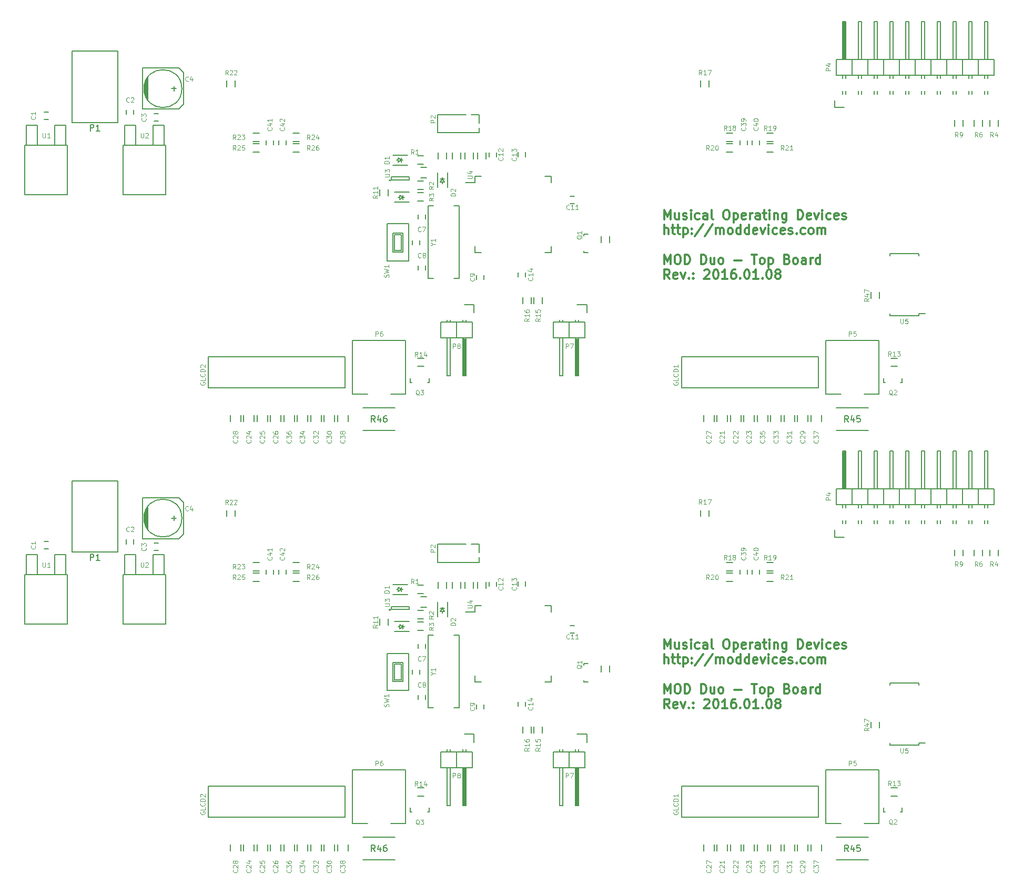
<source format=gbr>
G04 #@! TF.FileFunction,Legend,Top*
%FSLAX46Y46*%
G04 Gerber Fmt 4.6, Leading zero omitted, Abs format (unit mm)*
G04 Created by KiCad (PCBNEW 4.0.1-stable) date Fri 05 Feb 2016 02:26:42 PM CET*
%MOMM*%
G01*
G04 APERTURE LIST*
%ADD10C,0.100000*%
%ADD11C,0.300000*%
%ADD12C,0.150000*%
G04 APERTURE END LIST*
D10*
D11*
X122077837Y-107707477D02*
X122077837Y-106207477D01*
X122577837Y-107278906D01*
X123077837Y-106207477D01*
X123077837Y-107707477D01*
X124434980Y-106707477D02*
X124434980Y-107707477D01*
X123792123Y-106707477D02*
X123792123Y-107493192D01*
X123863551Y-107636049D01*
X124006409Y-107707477D01*
X124220694Y-107707477D01*
X124363551Y-107636049D01*
X124434980Y-107564620D01*
X125077837Y-107636049D02*
X125220694Y-107707477D01*
X125506409Y-107707477D01*
X125649266Y-107636049D01*
X125720694Y-107493192D01*
X125720694Y-107421763D01*
X125649266Y-107278906D01*
X125506409Y-107207477D01*
X125292123Y-107207477D01*
X125149266Y-107136049D01*
X125077837Y-106993192D01*
X125077837Y-106921763D01*
X125149266Y-106778906D01*
X125292123Y-106707477D01*
X125506409Y-106707477D01*
X125649266Y-106778906D01*
X126363552Y-107707477D02*
X126363552Y-106707477D01*
X126363552Y-106207477D02*
X126292123Y-106278906D01*
X126363552Y-106350335D01*
X126434980Y-106278906D01*
X126363552Y-106207477D01*
X126363552Y-106350335D01*
X127720695Y-107636049D02*
X127577838Y-107707477D01*
X127292124Y-107707477D01*
X127149266Y-107636049D01*
X127077838Y-107564620D01*
X127006409Y-107421763D01*
X127006409Y-106993192D01*
X127077838Y-106850335D01*
X127149266Y-106778906D01*
X127292124Y-106707477D01*
X127577838Y-106707477D01*
X127720695Y-106778906D01*
X129006409Y-107707477D02*
X129006409Y-106921763D01*
X128934980Y-106778906D01*
X128792123Y-106707477D01*
X128506409Y-106707477D01*
X128363552Y-106778906D01*
X129006409Y-107636049D02*
X128863552Y-107707477D01*
X128506409Y-107707477D01*
X128363552Y-107636049D01*
X128292123Y-107493192D01*
X128292123Y-107350335D01*
X128363552Y-107207477D01*
X128506409Y-107136049D01*
X128863552Y-107136049D01*
X129006409Y-107064620D01*
X129934981Y-107707477D02*
X129792123Y-107636049D01*
X129720695Y-107493192D01*
X129720695Y-106207477D01*
X131934980Y-106207477D02*
X132220694Y-106207477D01*
X132363552Y-106278906D01*
X132506409Y-106421763D01*
X132577837Y-106707477D01*
X132577837Y-107207477D01*
X132506409Y-107493192D01*
X132363552Y-107636049D01*
X132220694Y-107707477D01*
X131934980Y-107707477D01*
X131792123Y-107636049D01*
X131649266Y-107493192D01*
X131577837Y-107207477D01*
X131577837Y-106707477D01*
X131649266Y-106421763D01*
X131792123Y-106278906D01*
X131934980Y-106207477D01*
X133220695Y-106707477D02*
X133220695Y-108207477D01*
X133220695Y-106778906D02*
X133363552Y-106707477D01*
X133649266Y-106707477D01*
X133792123Y-106778906D01*
X133863552Y-106850335D01*
X133934981Y-106993192D01*
X133934981Y-107421763D01*
X133863552Y-107564620D01*
X133792123Y-107636049D01*
X133649266Y-107707477D01*
X133363552Y-107707477D01*
X133220695Y-107636049D01*
X135149266Y-107636049D02*
X135006409Y-107707477D01*
X134720695Y-107707477D01*
X134577838Y-107636049D01*
X134506409Y-107493192D01*
X134506409Y-106921763D01*
X134577838Y-106778906D01*
X134720695Y-106707477D01*
X135006409Y-106707477D01*
X135149266Y-106778906D01*
X135220695Y-106921763D01*
X135220695Y-107064620D01*
X134506409Y-107207477D01*
X135863552Y-107707477D02*
X135863552Y-106707477D01*
X135863552Y-106993192D02*
X135934980Y-106850335D01*
X136006409Y-106778906D01*
X136149266Y-106707477D01*
X136292123Y-106707477D01*
X137434980Y-107707477D02*
X137434980Y-106921763D01*
X137363551Y-106778906D01*
X137220694Y-106707477D01*
X136934980Y-106707477D01*
X136792123Y-106778906D01*
X137434980Y-107636049D02*
X137292123Y-107707477D01*
X136934980Y-107707477D01*
X136792123Y-107636049D01*
X136720694Y-107493192D01*
X136720694Y-107350335D01*
X136792123Y-107207477D01*
X136934980Y-107136049D01*
X137292123Y-107136049D01*
X137434980Y-107064620D01*
X137934980Y-106707477D02*
X138506409Y-106707477D01*
X138149266Y-106207477D02*
X138149266Y-107493192D01*
X138220694Y-107636049D01*
X138363552Y-107707477D01*
X138506409Y-107707477D01*
X139006409Y-107707477D02*
X139006409Y-106707477D01*
X139006409Y-106207477D02*
X138934980Y-106278906D01*
X139006409Y-106350335D01*
X139077837Y-106278906D01*
X139006409Y-106207477D01*
X139006409Y-106350335D01*
X139720695Y-106707477D02*
X139720695Y-107707477D01*
X139720695Y-106850335D02*
X139792123Y-106778906D01*
X139934981Y-106707477D01*
X140149266Y-106707477D01*
X140292123Y-106778906D01*
X140363552Y-106921763D01*
X140363552Y-107707477D01*
X141720695Y-106707477D02*
X141720695Y-107921763D01*
X141649266Y-108064620D01*
X141577838Y-108136049D01*
X141434981Y-108207477D01*
X141220695Y-108207477D01*
X141077838Y-108136049D01*
X141720695Y-107636049D02*
X141577838Y-107707477D01*
X141292124Y-107707477D01*
X141149266Y-107636049D01*
X141077838Y-107564620D01*
X141006409Y-107421763D01*
X141006409Y-106993192D01*
X141077838Y-106850335D01*
X141149266Y-106778906D01*
X141292124Y-106707477D01*
X141577838Y-106707477D01*
X141720695Y-106778906D01*
X143577838Y-107707477D02*
X143577838Y-106207477D01*
X143934981Y-106207477D01*
X144149266Y-106278906D01*
X144292124Y-106421763D01*
X144363552Y-106564620D01*
X144434981Y-106850335D01*
X144434981Y-107064620D01*
X144363552Y-107350335D01*
X144292124Y-107493192D01*
X144149266Y-107636049D01*
X143934981Y-107707477D01*
X143577838Y-107707477D01*
X145649266Y-107636049D02*
X145506409Y-107707477D01*
X145220695Y-107707477D01*
X145077838Y-107636049D01*
X145006409Y-107493192D01*
X145006409Y-106921763D01*
X145077838Y-106778906D01*
X145220695Y-106707477D01*
X145506409Y-106707477D01*
X145649266Y-106778906D01*
X145720695Y-106921763D01*
X145720695Y-107064620D01*
X145006409Y-107207477D01*
X146220695Y-106707477D02*
X146577838Y-107707477D01*
X146934980Y-106707477D01*
X147506409Y-107707477D02*
X147506409Y-106707477D01*
X147506409Y-106207477D02*
X147434980Y-106278906D01*
X147506409Y-106350335D01*
X147577837Y-106278906D01*
X147506409Y-106207477D01*
X147506409Y-106350335D01*
X148863552Y-107636049D02*
X148720695Y-107707477D01*
X148434981Y-107707477D01*
X148292123Y-107636049D01*
X148220695Y-107564620D01*
X148149266Y-107421763D01*
X148149266Y-106993192D01*
X148220695Y-106850335D01*
X148292123Y-106778906D01*
X148434981Y-106707477D01*
X148720695Y-106707477D01*
X148863552Y-106778906D01*
X150077837Y-107636049D02*
X149934980Y-107707477D01*
X149649266Y-107707477D01*
X149506409Y-107636049D01*
X149434980Y-107493192D01*
X149434980Y-106921763D01*
X149506409Y-106778906D01*
X149649266Y-106707477D01*
X149934980Y-106707477D01*
X150077837Y-106778906D01*
X150149266Y-106921763D01*
X150149266Y-107064620D01*
X149434980Y-107207477D01*
X150720694Y-107636049D02*
X150863551Y-107707477D01*
X151149266Y-107707477D01*
X151292123Y-107636049D01*
X151363551Y-107493192D01*
X151363551Y-107421763D01*
X151292123Y-107278906D01*
X151149266Y-107207477D01*
X150934980Y-107207477D01*
X150792123Y-107136049D01*
X150720694Y-106993192D01*
X150720694Y-106921763D01*
X150792123Y-106778906D01*
X150934980Y-106707477D01*
X151149266Y-106707477D01*
X151292123Y-106778906D01*
X122077837Y-110107477D02*
X122077837Y-108607477D01*
X122720694Y-110107477D02*
X122720694Y-109321763D01*
X122649265Y-109178906D01*
X122506408Y-109107477D01*
X122292123Y-109107477D01*
X122149265Y-109178906D01*
X122077837Y-109250335D01*
X123220694Y-109107477D02*
X123792123Y-109107477D01*
X123434980Y-108607477D02*
X123434980Y-109893192D01*
X123506408Y-110036049D01*
X123649266Y-110107477D01*
X123792123Y-110107477D01*
X124077837Y-109107477D02*
X124649266Y-109107477D01*
X124292123Y-108607477D02*
X124292123Y-109893192D01*
X124363551Y-110036049D01*
X124506409Y-110107477D01*
X124649266Y-110107477D01*
X125149266Y-109107477D02*
X125149266Y-110607477D01*
X125149266Y-109178906D02*
X125292123Y-109107477D01*
X125577837Y-109107477D01*
X125720694Y-109178906D01*
X125792123Y-109250335D01*
X125863552Y-109393192D01*
X125863552Y-109821763D01*
X125792123Y-109964620D01*
X125720694Y-110036049D01*
X125577837Y-110107477D01*
X125292123Y-110107477D01*
X125149266Y-110036049D01*
X126506409Y-109964620D02*
X126577837Y-110036049D01*
X126506409Y-110107477D01*
X126434980Y-110036049D01*
X126506409Y-109964620D01*
X126506409Y-110107477D01*
X126506409Y-109178906D02*
X126577837Y-109250335D01*
X126506409Y-109321763D01*
X126434980Y-109250335D01*
X126506409Y-109178906D01*
X126506409Y-109321763D01*
X128292123Y-108536049D02*
X127006409Y-110464620D01*
X129863552Y-108536049D02*
X128577838Y-110464620D01*
X130363553Y-110107477D02*
X130363553Y-109107477D01*
X130363553Y-109250335D02*
X130434981Y-109178906D01*
X130577839Y-109107477D01*
X130792124Y-109107477D01*
X130934981Y-109178906D01*
X131006410Y-109321763D01*
X131006410Y-110107477D01*
X131006410Y-109321763D02*
X131077839Y-109178906D01*
X131220696Y-109107477D01*
X131434981Y-109107477D01*
X131577839Y-109178906D01*
X131649267Y-109321763D01*
X131649267Y-110107477D01*
X132577839Y-110107477D02*
X132434981Y-110036049D01*
X132363553Y-109964620D01*
X132292124Y-109821763D01*
X132292124Y-109393192D01*
X132363553Y-109250335D01*
X132434981Y-109178906D01*
X132577839Y-109107477D01*
X132792124Y-109107477D01*
X132934981Y-109178906D01*
X133006410Y-109250335D01*
X133077839Y-109393192D01*
X133077839Y-109821763D01*
X133006410Y-109964620D01*
X132934981Y-110036049D01*
X132792124Y-110107477D01*
X132577839Y-110107477D01*
X134363553Y-110107477D02*
X134363553Y-108607477D01*
X134363553Y-110036049D02*
X134220696Y-110107477D01*
X133934982Y-110107477D01*
X133792124Y-110036049D01*
X133720696Y-109964620D01*
X133649267Y-109821763D01*
X133649267Y-109393192D01*
X133720696Y-109250335D01*
X133792124Y-109178906D01*
X133934982Y-109107477D01*
X134220696Y-109107477D01*
X134363553Y-109178906D01*
X135720696Y-110107477D02*
X135720696Y-108607477D01*
X135720696Y-110036049D02*
X135577839Y-110107477D01*
X135292125Y-110107477D01*
X135149267Y-110036049D01*
X135077839Y-109964620D01*
X135006410Y-109821763D01*
X135006410Y-109393192D01*
X135077839Y-109250335D01*
X135149267Y-109178906D01*
X135292125Y-109107477D01*
X135577839Y-109107477D01*
X135720696Y-109178906D01*
X137006410Y-110036049D02*
X136863553Y-110107477D01*
X136577839Y-110107477D01*
X136434982Y-110036049D01*
X136363553Y-109893192D01*
X136363553Y-109321763D01*
X136434982Y-109178906D01*
X136577839Y-109107477D01*
X136863553Y-109107477D01*
X137006410Y-109178906D01*
X137077839Y-109321763D01*
X137077839Y-109464620D01*
X136363553Y-109607477D01*
X137577839Y-109107477D02*
X137934982Y-110107477D01*
X138292124Y-109107477D01*
X138863553Y-110107477D02*
X138863553Y-109107477D01*
X138863553Y-108607477D02*
X138792124Y-108678906D01*
X138863553Y-108750335D01*
X138934981Y-108678906D01*
X138863553Y-108607477D01*
X138863553Y-108750335D01*
X140220696Y-110036049D02*
X140077839Y-110107477D01*
X139792125Y-110107477D01*
X139649267Y-110036049D01*
X139577839Y-109964620D01*
X139506410Y-109821763D01*
X139506410Y-109393192D01*
X139577839Y-109250335D01*
X139649267Y-109178906D01*
X139792125Y-109107477D01*
X140077839Y-109107477D01*
X140220696Y-109178906D01*
X141434981Y-110036049D02*
X141292124Y-110107477D01*
X141006410Y-110107477D01*
X140863553Y-110036049D01*
X140792124Y-109893192D01*
X140792124Y-109321763D01*
X140863553Y-109178906D01*
X141006410Y-109107477D01*
X141292124Y-109107477D01*
X141434981Y-109178906D01*
X141506410Y-109321763D01*
X141506410Y-109464620D01*
X140792124Y-109607477D01*
X142077838Y-110036049D02*
X142220695Y-110107477D01*
X142506410Y-110107477D01*
X142649267Y-110036049D01*
X142720695Y-109893192D01*
X142720695Y-109821763D01*
X142649267Y-109678906D01*
X142506410Y-109607477D01*
X142292124Y-109607477D01*
X142149267Y-109536049D01*
X142077838Y-109393192D01*
X142077838Y-109321763D01*
X142149267Y-109178906D01*
X142292124Y-109107477D01*
X142506410Y-109107477D01*
X142649267Y-109178906D01*
X143363553Y-109964620D02*
X143434981Y-110036049D01*
X143363553Y-110107477D01*
X143292124Y-110036049D01*
X143363553Y-109964620D01*
X143363553Y-110107477D01*
X144720696Y-110036049D02*
X144577839Y-110107477D01*
X144292125Y-110107477D01*
X144149267Y-110036049D01*
X144077839Y-109964620D01*
X144006410Y-109821763D01*
X144006410Y-109393192D01*
X144077839Y-109250335D01*
X144149267Y-109178906D01*
X144292125Y-109107477D01*
X144577839Y-109107477D01*
X144720696Y-109178906D01*
X145577839Y-110107477D02*
X145434981Y-110036049D01*
X145363553Y-109964620D01*
X145292124Y-109821763D01*
X145292124Y-109393192D01*
X145363553Y-109250335D01*
X145434981Y-109178906D01*
X145577839Y-109107477D01*
X145792124Y-109107477D01*
X145934981Y-109178906D01*
X146006410Y-109250335D01*
X146077839Y-109393192D01*
X146077839Y-109821763D01*
X146006410Y-109964620D01*
X145934981Y-110036049D01*
X145792124Y-110107477D01*
X145577839Y-110107477D01*
X146720696Y-110107477D02*
X146720696Y-109107477D01*
X146720696Y-109250335D02*
X146792124Y-109178906D01*
X146934982Y-109107477D01*
X147149267Y-109107477D01*
X147292124Y-109178906D01*
X147363553Y-109321763D01*
X147363553Y-110107477D01*
X147363553Y-109321763D02*
X147434982Y-109178906D01*
X147577839Y-109107477D01*
X147792124Y-109107477D01*
X147934982Y-109178906D01*
X148006410Y-109321763D01*
X148006410Y-110107477D01*
X122077837Y-114907477D02*
X122077837Y-113407477D01*
X122577837Y-114478906D01*
X123077837Y-113407477D01*
X123077837Y-114907477D01*
X124077837Y-113407477D02*
X124363551Y-113407477D01*
X124506409Y-113478906D01*
X124649266Y-113621763D01*
X124720694Y-113907477D01*
X124720694Y-114407477D01*
X124649266Y-114693192D01*
X124506409Y-114836049D01*
X124363551Y-114907477D01*
X124077837Y-114907477D01*
X123934980Y-114836049D01*
X123792123Y-114693192D01*
X123720694Y-114407477D01*
X123720694Y-113907477D01*
X123792123Y-113621763D01*
X123934980Y-113478906D01*
X124077837Y-113407477D01*
X125363552Y-114907477D02*
X125363552Y-113407477D01*
X125720695Y-113407477D01*
X125934980Y-113478906D01*
X126077838Y-113621763D01*
X126149266Y-113764620D01*
X126220695Y-114050335D01*
X126220695Y-114264620D01*
X126149266Y-114550335D01*
X126077838Y-114693192D01*
X125934980Y-114836049D01*
X125720695Y-114907477D01*
X125363552Y-114907477D01*
X128006409Y-114907477D02*
X128006409Y-113407477D01*
X128363552Y-113407477D01*
X128577837Y-113478906D01*
X128720695Y-113621763D01*
X128792123Y-113764620D01*
X128863552Y-114050335D01*
X128863552Y-114264620D01*
X128792123Y-114550335D01*
X128720695Y-114693192D01*
X128577837Y-114836049D01*
X128363552Y-114907477D01*
X128006409Y-114907477D01*
X130149266Y-113907477D02*
X130149266Y-114907477D01*
X129506409Y-113907477D02*
X129506409Y-114693192D01*
X129577837Y-114836049D01*
X129720695Y-114907477D01*
X129934980Y-114907477D01*
X130077837Y-114836049D01*
X130149266Y-114764620D01*
X131077838Y-114907477D02*
X130934980Y-114836049D01*
X130863552Y-114764620D01*
X130792123Y-114621763D01*
X130792123Y-114193192D01*
X130863552Y-114050335D01*
X130934980Y-113978906D01*
X131077838Y-113907477D01*
X131292123Y-113907477D01*
X131434980Y-113978906D01*
X131506409Y-114050335D01*
X131577838Y-114193192D01*
X131577838Y-114621763D01*
X131506409Y-114764620D01*
X131434980Y-114836049D01*
X131292123Y-114907477D01*
X131077838Y-114907477D01*
X133363552Y-114336049D02*
X134506409Y-114336049D01*
X136149266Y-113407477D02*
X137006409Y-113407477D01*
X136577838Y-114907477D02*
X136577838Y-113407477D01*
X137720695Y-114907477D02*
X137577837Y-114836049D01*
X137506409Y-114764620D01*
X137434980Y-114621763D01*
X137434980Y-114193192D01*
X137506409Y-114050335D01*
X137577837Y-113978906D01*
X137720695Y-113907477D01*
X137934980Y-113907477D01*
X138077837Y-113978906D01*
X138149266Y-114050335D01*
X138220695Y-114193192D01*
X138220695Y-114621763D01*
X138149266Y-114764620D01*
X138077837Y-114836049D01*
X137934980Y-114907477D01*
X137720695Y-114907477D01*
X138863552Y-113907477D02*
X138863552Y-115407477D01*
X138863552Y-113978906D02*
X139006409Y-113907477D01*
X139292123Y-113907477D01*
X139434980Y-113978906D01*
X139506409Y-114050335D01*
X139577838Y-114193192D01*
X139577838Y-114621763D01*
X139506409Y-114764620D01*
X139434980Y-114836049D01*
X139292123Y-114907477D01*
X139006409Y-114907477D01*
X138863552Y-114836049D01*
X141863552Y-114121763D02*
X142077838Y-114193192D01*
X142149266Y-114264620D01*
X142220695Y-114407477D01*
X142220695Y-114621763D01*
X142149266Y-114764620D01*
X142077838Y-114836049D01*
X141934980Y-114907477D01*
X141363552Y-114907477D01*
X141363552Y-113407477D01*
X141863552Y-113407477D01*
X142006409Y-113478906D01*
X142077838Y-113550335D01*
X142149266Y-113693192D01*
X142149266Y-113836049D01*
X142077838Y-113978906D01*
X142006409Y-114050335D01*
X141863552Y-114121763D01*
X141363552Y-114121763D01*
X143077838Y-114907477D02*
X142934980Y-114836049D01*
X142863552Y-114764620D01*
X142792123Y-114621763D01*
X142792123Y-114193192D01*
X142863552Y-114050335D01*
X142934980Y-113978906D01*
X143077838Y-113907477D01*
X143292123Y-113907477D01*
X143434980Y-113978906D01*
X143506409Y-114050335D01*
X143577838Y-114193192D01*
X143577838Y-114621763D01*
X143506409Y-114764620D01*
X143434980Y-114836049D01*
X143292123Y-114907477D01*
X143077838Y-114907477D01*
X144863552Y-114907477D02*
X144863552Y-114121763D01*
X144792123Y-113978906D01*
X144649266Y-113907477D01*
X144363552Y-113907477D01*
X144220695Y-113978906D01*
X144863552Y-114836049D02*
X144720695Y-114907477D01*
X144363552Y-114907477D01*
X144220695Y-114836049D01*
X144149266Y-114693192D01*
X144149266Y-114550335D01*
X144220695Y-114407477D01*
X144363552Y-114336049D01*
X144720695Y-114336049D01*
X144863552Y-114264620D01*
X145577838Y-114907477D02*
X145577838Y-113907477D01*
X145577838Y-114193192D02*
X145649266Y-114050335D01*
X145720695Y-113978906D01*
X145863552Y-113907477D01*
X146006409Y-113907477D01*
X147149266Y-114907477D02*
X147149266Y-113407477D01*
X147149266Y-114836049D02*
X147006409Y-114907477D01*
X146720695Y-114907477D01*
X146577837Y-114836049D01*
X146506409Y-114764620D01*
X146434980Y-114621763D01*
X146434980Y-114193192D01*
X146506409Y-114050335D01*
X146577837Y-113978906D01*
X146720695Y-113907477D01*
X147006409Y-113907477D01*
X147149266Y-113978906D01*
X122934980Y-117307477D02*
X122434980Y-116593192D01*
X122077837Y-117307477D02*
X122077837Y-115807477D01*
X122649265Y-115807477D01*
X122792123Y-115878906D01*
X122863551Y-115950335D01*
X122934980Y-116093192D01*
X122934980Y-116307477D01*
X122863551Y-116450335D01*
X122792123Y-116521763D01*
X122649265Y-116593192D01*
X122077837Y-116593192D01*
X124149265Y-117236049D02*
X124006408Y-117307477D01*
X123720694Y-117307477D01*
X123577837Y-117236049D01*
X123506408Y-117093192D01*
X123506408Y-116521763D01*
X123577837Y-116378906D01*
X123720694Y-116307477D01*
X124006408Y-116307477D01*
X124149265Y-116378906D01*
X124220694Y-116521763D01*
X124220694Y-116664620D01*
X123506408Y-116807477D01*
X124720694Y-116307477D02*
X125077837Y-117307477D01*
X125434979Y-116307477D01*
X126006408Y-117164620D02*
X126077836Y-117236049D01*
X126006408Y-117307477D01*
X125934979Y-117236049D01*
X126006408Y-117164620D01*
X126006408Y-117307477D01*
X126720694Y-117164620D02*
X126792122Y-117236049D01*
X126720694Y-117307477D01*
X126649265Y-117236049D01*
X126720694Y-117164620D01*
X126720694Y-117307477D01*
X126720694Y-116378906D02*
X126792122Y-116450335D01*
X126720694Y-116521763D01*
X126649265Y-116450335D01*
X126720694Y-116378906D01*
X126720694Y-116521763D01*
X128506408Y-115950335D02*
X128577837Y-115878906D01*
X128720694Y-115807477D01*
X129077837Y-115807477D01*
X129220694Y-115878906D01*
X129292123Y-115950335D01*
X129363551Y-116093192D01*
X129363551Y-116236049D01*
X129292123Y-116450335D01*
X128434980Y-117307477D01*
X129363551Y-117307477D01*
X130292122Y-115807477D02*
X130434979Y-115807477D01*
X130577836Y-115878906D01*
X130649265Y-115950335D01*
X130720694Y-116093192D01*
X130792122Y-116378906D01*
X130792122Y-116736049D01*
X130720694Y-117021763D01*
X130649265Y-117164620D01*
X130577836Y-117236049D01*
X130434979Y-117307477D01*
X130292122Y-117307477D01*
X130149265Y-117236049D01*
X130077836Y-117164620D01*
X130006408Y-117021763D01*
X129934979Y-116736049D01*
X129934979Y-116378906D01*
X130006408Y-116093192D01*
X130077836Y-115950335D01*
X130149265Y-115878906D01*
X130292122Y-115807477D01*
X132220693Y-117307477D02*
X131363550Y-117307477D01*
X131792122Y-117307477D02*
X131792122Y-115807477D01*
X131649265Y-116021763D01*
X131506407Y-116164620D01*
X131363550Y-116236049D01*
X133506407Y-115807477D02*
X133220693Y-115807477D01*
X133077836Y-115878906D01*
X133006407Y-115950335D01*
X132863550Y-116164620D01*
X132792121Y-116450335D01*
X132792121Y-117021763D01*
X132863550Y-117164620D01*
X132934978Y-117236049D01*
X133077836Y-117307477D01*
X133363550Y-117307477D01*
X133506407Y-117236049D01*
X133577836Y-117164620D01*
X133649264Y-117021763D01*
X133649264Y-116664620D01*
X133577836Y-116521763D01*
X133506407Y-116450335D01*
X133363550Y-116378906D01*
X133077836Y-116378906D01*
X132934978Y-116450335D01*
X132863550Y-116521763D01*
X132792121Y-116664620D01*
X134292121Y-117164620D02*
X134363549Y-117236049D01*
X134292121Y-117307477D01*
X134220692Y-117236049D01*
X134292121Y-117164620D01*
X134292121Y-117307477D01*
X135292121Y-115807477D02*
X135434978Y-115807477D01*
X135577835Y-115878906D01*
X135649264Y-115950335D01*
X135720693Y-116093192D01*
X135792121Y-116378906D01*
X135792121Y-116736049D01*
X135720693Y-117021763D01*
X135649264Y-117164620D01*
X135577835Y-117236049D01*
X135434978Y-117307477D01*
X135292121Y-117307477D01*
X135149264Y-117236049D01*
X135077835Y-117164620D01*
X135006407Y-117021763D01*
X134934978Y-116736049D01*
X134934978Y-116378906D01*
X135006407Y-116093192D01*
X135077835Y-115950335D01*
X135149264Y-115878906D01*
X135292121Y-115807477D01*
X137220692Y-117307477D02*
X136363549Y-117307477D01*
X136792121Y-117307477D02*
X136792121Y-115807477D01*
X136649264Y-116021763D01*
X136506406Y-116164620D01*
X136363549Y-116236049D01*
X137863549Y-117164620D02*
X137934977Y-117236049D01*
X137863549Y-117307477D01*
X137792120Y-117236049D01*
X137863549Y-117164620D01*
X137863549Y-117307477D01*
X138863549Y-115807477D02*
X139006406Y-115807477D01*
X139149263Y-115878906D01*
X139220692Y-115950335D01*
X139292121Y-116093192D01*
X139363549Y-116378906D01*
X139363549Y-116736049D01*
X139292121Y-117021763D01*
X139220692Y-117164620D01*
X139149263Y-117236049D01*
X139006406Y-117307477D01*
X138863549Y-117307477D01*
X138720692Y-117236049D01*
X138649263Y-117164620D01*
X138577835Y-117021763D01*
X138506406Y-116736049D01*
X138506406Y-116378906D01*
X138577835Y-116093192D01*
X138649263Y-115950335D01*
X138720692Y-115878906D01*
X138863549Y-115807477D01*
X140220692Y-116450335D02*
X140077834Y-116378906D01*
X140006406Y-116307477D01*
X139934977Y-116164620D01*
X139934977Y-116093192D01*
X140006406Y-115950335D01*
X140077834Y-115878906D01*
X140220692Y-115807477D01*
X140506406Y-115807477D01*
X140649263Y-115878906D01*
X140720692Y-115950335D01*
X140792120Y-116093192D01*
X140792120Y-116164620D01*
X140720692Y-116307477D01*
X140649263Y-116378906D01*
X140506406Y-116450335D01*
X140220692Y-116450335D01*
X140077834Y-116521763D01*
X140006406Y-116593192D01*
X139934977Y-116736049D01*
X139934977Y-117021763D01*
X140006406Y-117164620D01*
X140077834Y-117236049D01*
X140220692Y-117307477D01*
X140506406Y-117307477D01*
X140649263Y-117236049D01*
X140720692Y-117164620D01*
X140792120Y-117021763D01*
X140792120Y-116736049D01*
X140720692Y-116593192D01*
X140649263Y-116521763D01*
X140506406Y-116450335D01*
X122077837Y-38608873D02*
X122077837Y-37108873D01*
X122577837Y-38180302D01*
X123077837Y-37108873D01*
X123077837Y-38608873D01*
X124434980Y-37608873D02*
X124434980Y-38608873D01*
X123792123Y-37608873D02*
X123792123Y-38394588D01*
X123863551Y-38537445D01*
X124006409Y-38608873D01*
X124220694Y-38608873D01*
X124363551Y-38537445D01*
X124434980Y-38466016D01*
X125077837Y-38537445D02*
X125220694Y-38608873D01*
X125506409Y-38608873D01*
X125649266Y-38537445D01*
X125720694Y-38394588D01*
X125720694Y-38323159D01*
X125649266Y-38180302D01*
X125506409Y-38108873D01*
X125292123Y-38108873D01*
X125149266Y-38037445D01*
X125077837Y-37894588D01*
X125077837Y-37823159D01*
X125149266Y-37680302D01*
X125292123Y-37608873D01*
X125506409Y-37608873D01*
X125649266Y-37680302D01*
X126363552Y-38608873D02*
X126363552Y-37608873D01*
X126363552Y-37108873D02*
X126292123Y-37180302D01*
X126363552Y-37251731D01*
X126434980Y-37180302D01*
X126363552Y-37108873D01*
X126363552Y-37251731D01*
X127720695Y-38537445D02*
X127577838Y-38608873D01*
X127292124Y-38608873D01*
X127149266Y-38537445D01*
X127077838Y-38466016D01*
X127006409Y-38323159D01*
X127006409Y-37894588D01*
X127077838Y-37751731D01*
X127149266Y-37680302D01*
X127292124Y-37608873D01*
X127577838Y-37608873D01*
X127720695Y-37680302D01*
X129006409Y-38608873D02*
X129006409Y-37823159D01*
X128934980Y-37680302D01*
X128792123Y-37608873D01*
X128506409Y-37608873D01*
X128363552Y-37680302D01*
X129006409Y-38537445D02*
X128863552Y-38608873D01*
X128506409Y-38608873D01*
X128363552Y-38537445D01*
X128292123Y-38394588D01*
X128292123Y-38251731D01*
X128363552Y-38108873D01*
X128506409Y-38037445D01*
X128863552Y-38037445D01*
X129006409Y-37966016D01*
X129934981Y-38608873D02*
X129792123Y-38537445D01*
X129720695Y-38394588D01*
X129720695Y-37108873D01*
X131934980Y-37108873D02*
X132220694Y-37108873D01*
X132363552Y-37180302D01*
X132506409Y-37323159D01*
X132577837Y-37608873D01*
X132577837Y-38108873D01*
X132506409Y-38394588D01*
X132363552Y-38537445D01*
X132220694Y-38608873D01*
X131934980Y-38608873D01*
X131792123Y-38537445D01*
X131649266Y-38394588D01*
X131577837Y-38108873D01*
X131577837Y-37608873D01*
X131649266Y-37323159D01*
X131792123Y-37180302D01*
X131934980Y-37108873D01*
X133220695Y-37608873D02*
X133220695Y-39108873D01*
X133220695Y-37680302D02*
X133363552Y-37608873D01*
X133649266Y-37608873D01*
X133792123Y-37680302D01*
X133863552Y-37751731D01*
X133934981Y-37894588D01*
X133934981Y-38323159D01*
X133863552Y-38466016D01*
X133792123Y-38537445D01*
X133649266Y-38608873D01*
X133363552Y-38608873D01*
X133220695Y-38537445D01*
X135149266Y-38537445D02*
X135006409Y-38608873D01*
X134720695Y-38608873D01*
X134577838Y-38537445D01*
X134506409Y-38394588D01*
X134506409Y-37823159D01*
X134577838Y-37680302D01*
X134720695Y-37608873D01*
X135006409Y-37608873D01*
X135149266Y-37680302D01*
X135220695Y-37823159D01*
X135220695Y-37966016D01*
X134506409Y-38108873D01*
X135863552Y-38608873D02*
X135863552Y-37608873D01*
X135863552Y-37894588D02*
X135934980Y-37751731D01*
X136006409Y-37680302D01*
X136149266Y-37608873D01*
X136292123Y-37608873D01*
X137434980Y-38608873D02*
X137434980Y-37823159D01*
X137363551Y-37680302D01*
X137220694Y-37608873D01*
X136934980Y-37608873D01*
X136792123Y-37680302D01*
X137434980Y-38537445D02*
X137292123Y-38608873D01*
X136934980Y-38608873D01*
X136792123Y-38537445D01*
X136720694Y-38394588D01*
X136720694Y-38251731D01*
X136792123Y-38108873D01*
X136934980Y-38037445D01*
X137292123Y-38037445D01*
X137434980Y-37966016D01*
X137934980Y-37608873D02*
X138506409Y-37608873D01*
X138149266Y-37108873D02*
X138149266Y-38394588D01*
X138220694Y-38537445D01*
X138363552Y-38608873D01*
X138506409Y-38608873D01*
X139006409Y-38608873D02*
X139006409Y-37608873D01*
X139006409Y-37108873D02*
X138934980Y-37180302D01*
X139006409Y-37251731D01*
X139077837Y-37180302D01*
X139006409Y-37108873D01*
X139006409Y-37251731D01*
X139720695Y-37608873D02*
X139720695Y-38608873D01*
X139720695Y-37751731D02*
X139792123Y-37680302D01*
X139934981Y-37608873D01*
X140149266Y-37608873D01*
X140292123Y-37680302D01*
X140363552Y-37823159D01*
X140363552Y-38608873D01*
X141720695Y-37608873D02*
X141720695Y-38823159D01*
X141649266Y-38966016D01*
X141577838Y-39037445D01*
X141434981Y-39108873D01*
X141220695Y-39108873D01*
X141077838Y-39037445D01*
X141720695Y-38537445D02*
X141577838Y-38608873D01*
X141292124Y-38608873D01*
X141149266Y-38537445D01*
X141077838Y-38466016D01*
X141006409Y-38323159D01*
X141006409Y-37894588D01*
X141077838Y-37751731D01*
X141149266Y-37680302D01*
X141292124Y-37608873D01*
X141577838Y-37608873D01*
X141720695Y-37680302D01*
X143577838Y-38608873D02*
X143577838Y-37108873D01*
X143934981Y-37108873D01*
X144149266Y-37180302D01*
X144292124Y-37323159D01*
X144363552Y-37466016D01*
X144434981Y-37751731D01*
X144434981Y-37966016D01*
X144363552Y-38251731D01*
X144292124Y-38394588D01*
X144149266Y-38537445D01*
X143934981Y-38608873D01*
X143577838Y-38608873D01*
X145649266Y-38537445D02*
X145506409Y-38608873D01*
X145220695Y-38608873D01*
X145077838Y-38537445D01*
X145006409Y-38394588D01*
X145006409Y-37823159D01*
X145077838Y-37680302D01*
X145220695Y-37608873D01*
X145506409Y-37608873D01*
X145649266Y-37680302D01*
X145720695Y-37823159D01*
X145720695Y-37966016D01*
X145006409Y-38108873D01*
X146220695Y-37608873D02*
X146577838Y-38608873D01*
X146934980Y-37608873D01*
X147506409Y-38608873D02*
X147506409Y-37608873D01*
X147506409Y-37108873D02*
X147434980Y-37180302D01*
X147506409Y-37251731D01*
X147577837Y-37180302D01*
X147506409Y-37108873D01*
X147506409Y-37251731D01*
X148863552Y-38537445D02*
X148720695Y-38608873D01*
X148434981Y-38608873D01*
X148292123Y-38537445D01*
X148220695Y-38466016D01*
X148149266Y-38323159D01*
X148149266Y-37894588D01*
X148220695Y-37751731D01*
X148292123Y-37680302D01*
X148434981Y-37608873D01*
X148720695Y-37608873D01*
X148863552Y-37680302D01*
X150077837Y-38537445D02*
X149934980Y-38608873D01*
X149649266Y-38608873D01*
X149506409Y-38537445D01*
X149434980Y-38394588D01*
X149434980Y-37823159D01*
X149506409Y-37680302D01*
X149649266Y-37608873D01*
X149934980Y-37608873D01*
X150077837Y-37680302D01*
X150149266Y-37823159D01*
X150149266Y-37966016D01*
X149434980Y-38108873D01*
X150720694Y-38537445D02*
X150863551Y-38608873D01*
X151149266Y-38608873D01*
X151292123Y-38537445D01*
X151363551Y-38394588D01*
X151363551Y-38323159D01*
X151292123Y-38180302D01*
X151149266Y-38108873D01*
X150934980Y-38108873D01*
X150792123Y-38037445D01*
X150720694Y-37894588D01*
X150720694Y-37823159D01*
X150792123Y-37680302D01*
X150934980Y-37608873D01*
X151149266Y-37608873D01*
X151292123Y-37680302D01*
X122077837Y-41008873D02*
X122077837Y-39508873D01*
X122720694Y-41008873D02*
X122720694Y-40223159D01*
X122649265Y-40080302D01*
X122506408Y-40008873D01*
X122292123Y-40008873D01*
X122149265Y-40080302D01*
X122077837Y-40151731D01*
X123220694Y-40008873D02*
X123792123Y-40008873D01*
X123434980Y-39508873D02*
X123434980Y-40794588D01*
X123506408Y-40937445D01*
X123649266Y-41008873D01*
X123792123Y-41008873D01*
X124077837Y-40008873D02*
X124649266Y-40008873D01*
X124292123Y-39508873D02*
X124292123Y-40794588D01*
X124363551Y-40937445D01*
X124506409Y-41008873D01*
X124649266Y-41008873D01*
X125149266Y-40008873D02*
X125149266Y-41508873D01*
X125149266Y-40080302D02*
X125292123Y-40008873D01*
X125577837Y-40008873D01*
X125720694Y-40080302D01*
X125792123Y-40151731D01*
X125863552Y-40294588D01*
X125863552Y-40723159D01*
X125792123Y-40866016D01*
X125720694Y-40937445D01*
X125577837Y-41008873D01*
X125292123Y-41008873D01*
X125149266Y-40937445D01*
X126506409Y-40866016D02*
X126577837Y-40937445D01*
X126506409Y-41008873D01*
X126434980Y-40937445D01*
X126506409Y-40866016D01*
X126506409Y-41008873D01*
X126506409Y-40080302D02*
X126577837Y-40151731D01*
X126506409Y-40223159D01*
X126434980Y-40151731D01*
X126506409Y-40080302D01*
X126506409Y-40223159D01*
X128292123Y-39437445D02*
X127006409Y-41366016D01*
X129863552Y-39437445D02*
X128577838Y-41366016D01*
X130363553Y-41008873D02*
X130363553Y-40008873D01*
X130363553Y-40151731D02*
X130434981Y-40080302D01*
X130577839Y-40008873D01*
X130792124Y-40008873D01*
X130934981Y-40080302D01*
X131006410Y-40223159D01*
X131006410Y-41008873D01*
X131006410Y-40223159D02*
X131077839Y-40080302D01*
X131220696Y-40008873D01*
X131434981Y-40008873D01*
X131577839Y-40080302D01*
X131649267Y-40223159D01*
X131649267Y-41008873D01*
X132577839Y-41008873D02*
X132434981Y-40937445D01*
X132363553Y-40866016D01*
X132292124Y-40723159D01*
X132292124Y-40294588D01*
X132363553Y-40151731D01*
X132434981Y-40080302D01*
X132577839Y-40008873D01*
X132792124Y-40008873D01*
X132934981Y-40080302D01*
X133006410Y-40151731D01*
X133077839Y-40294588D01*
X133077839Y-40723159D01*
X133006410Y-40866016D01*
X132934981Y-40937445D01*
X132792124Y-41008873D01*
X132577839Y-41008873D01*
X134363553Y-41008873D02*
X134363553Y-39508873D01*
X134363553Y-40937445D02*
X134220696Y-41008873D01*
X133934982Y-41008873D01*
X133792124Y-40937445D01*
X133720696Y-40866016D01*
X133649267Y-40723159D01*
X133649267Y-40294588D01*
X133720696Y-40151731D01*
X133792124Y-40080302D01*
X133934982Y-40008873D01*
X134220696Y-40008873D01*
X134363553Y-40080302D01*
X135720696Y-41008873D02*
X135720696Y-39508873D01*
X135720696Y-40937445D02*
X135577839Y-41008873D01*
X135292125Y-41008873D01*
X135149267Y-40937445D01*
X135077839Y-40866016D01*
X135006410Y-40723159D01*
X135006410Y-40294588D01*
X135077839Y-40151731D01*
X135149267Y-40080302D01*
X135292125Y-40008873D01*
X135577839Y-40008873D01*
X135720696Y-40080302D01*
X137006410Y-40937445D02*
X136863553Y-41008873D01*
X136577839Y-41008873D01*
X136434982Y-40937445D01*
X136363553Y-40794588D01*
X136363553Y-40223159D01*
X136434982Y-40080302D01*
X136577839Y-40008873D01*
X136863553Y-40008873D01*
X137006410Y-40080302D01*
X137077839Y-40223159D01*
X137077839Y-40366016D01*
X136363553Y-40508873D01*
X137577839Y-40008873D02*
X137934982Y-41008873D01*
X138292124Y-40008873D01*
X138863553Y-41008873D02*
X138863553Y-40008873D01*
X138863553Y-39508873D02*
X138792124Y-39580302D01*
X138863553Y-39651731D01*
X138934981Y-39580302D01*
X138863553Y-39508873D01*
X138863553Y-39651731D01*
X140220696Y-40937445D02*
X140077839Y-41008873D01*
X139792125Y-41008873D01*
X139649267Y-40937445D01*
X139577839Y-40866016D01*
X139506410Y-40723159D01*
X139506410Y-40294588D01*
X139577839Y-40151731D01*
X139649267Y-40080302D01*
X139792125Y-40008873D01*
X140077839Y-40008873D01*
X140220696Y-40080302D01*
X141434981Y-40937445D02*
X141292124Y-41008873D01*
X141006410Y-41008873D01*
X140863553Y-40937445D01*
X140792124Y-40794588D01*
X140792124Y-40223159D01*
X140863553Y-40080302D01*
X141006410Y-40008873D01*
X141292124Y-40008873D01*
X141434981Y-40080302D01*
X141506410Y-40223159D01*
X141506410Y-40366016D01*
X140792124Y-40508873D01*
X142077838Y-40937445D02*
X142220695Y-41008873D01*
X142506410Y-41008873D01*
X142649267Y-40937445D01*
X142720695Y-40794588D01*
X142720695Y-40723159D01*
X142649267Y-40580302D01*
X142506410Y-40508873D01*
X142292124Y-40508873D01*
X142149267Y-40437445D01*
X142077838Y-40294588D01*
X142077838Y-40223159D01*
X142149267Y-40080302D01*
X142292124Y-40008873D01*
X142506410Y-40008873D01*
X142649267Y-40080302D01*
X143363553Y-40866016D02*
X143434981Y-40937445D01*
X143363553Y-41008873D01*
X143292124Y-40937445D01*
X143363553Y-40866016D01*
X143363553Y-41008873D01*
X144720696Y-40937445D02*
X144577839Y-41008873D01*
X144292125Y-41008873D01*
X144149267Y-40937445D01*
X144077839Y-40866016D01*
X144006410Y-40723159D01*
X144006410Y-40294588D01*
X144077839Y-40151731D01*
X144149267Y-40080302D01*
X144292125Y-40008873D01*
X144577839Y-40008873D01*
X144720696Y-40080302D01*
X145577839Y-41008873D02*
X145434981Y-40937445D01*
X145363553Y-40866016D01*
X145292124Y-40723159D01*
X145292124Y-40294588D01*
X145363553Y-40151731D01*
X145434981Y-40080302D01*
X145577839Y-40008873D01*
X145792124Y-40008873D01*
X145934981Y-40080302D01*
X146006410Y-40151731D01*
X146077839Y-40294588D01*
X146077839Y-40723159D01*
X146006410Y-40866016D01*
X145934981Y-40937445D01*
X145792124Y-41008873D01*
X145577839Y-41008873D01*
X146720696Y-41008873D02*
X146720696Y-40008873D01*
X146720696Y-40151731D02*
X146792124Y-40080302D01*
X146934982Y-40008873D01*
X147149267Y-40008873D01*
X147292124Y-40080302D01*
X147363553Y-40223159D01*
X147363553Y-41008873D01*
X147363553Y-40223159D02*
X147434982Y-40080302D01*
X147577839Y-40008873D01*
X147792124Y-40008873D01*
X147934982Y-40080302D01*
X148006410Y-40223159D01*
X148006410Y-41008873D01*
X122077837Y-45808873D02*
X122077837Y-44308873D01*
X122577837Y-45380302D01*
X123077837Y-44308873D01*
X123077837Y-45808873D01*
X124077837Y-44308873D02*
X124363551Y-44308873D01*
X124506409Y-44380302D01*
X124649266Y-44523159D01*
X124720694Y-44808873D01*
X124720694Y-45308873D01*
X124649266Y-45594588D01*
X124506409Y-45737445D01*
X124363551Y-45808873D01*
X124077837Y-45808873D01*
X123934980Y-45737445D01*
X123792123Y-45594588D01*
X123720694Y-45308873D01*
X123720694Y-44808873D01*
X123792123Y-44523159D01*
X123934980Y-44380302D01*
X124077837Y-44308873D01*
X125363552Y-45808873D02*
X125363552Y-44308873D01*
X125720695Y-44308873D01*
X125934980Y-44380302D01*
X126077838Y-44523159D01*
X126149266Y-44666016D01*
X126220695Y-44951731D01*
X126220695Y-45166016D01*
X126149266Y-45451731D01*
X126077838Y-45594588D01*
X125934980Y-45737445D01*
X125720695Y-45808873D01*
X125363552Y-45808873D01*
X128006409Y-45808873D02*
X128006409Y-44308873D01*
X128363552Y-44308873D01*
X128577837Y-44380302D01*
X128720695Y-44523159D01*
X128792123Y-44666016D01*
X128863552Y-44951731D01*
X128863552Y-45166016D01*
X128792123Y-45451731D01*
X128720695Y-45594588D01*
X128577837Y-45737445D01*
X128363552Y-45808873D01*
X128006409Y-45808873D01*
X130149266Y-44808873D02*
X130149266Y-45808873D01*
X129506409Y-44808873D02*
X129506409Y-45594588D01*
X129577837Y-45737445D01*
X129720695Y-45808873D01*
X129934980Y-45808873D01*
X130077837Y-45737445D01*
X130149266Y-45666016D01*
X131077838Y-45808873D02*
X130934980Y-45737445D01*
X130863552Y-45666016D01*
X130792123Y-45523159D01*
X130792123Y-45094588D01*
X130863552Y-44951731D01*
X130934980Y-44880302D01*
X131077838Y-44808873D01*
X131292123Y-44808873D01*
X131434980Y-44880302D01*
X131506409Y-44951731D01*
X131577838Y-45094588D01*
X131577838Y-45523159D01*
X131506409Y-45666016D01*
X131434980Y-45737445D01*
X131292123Y-45808873D01*
X131077838Y-45808873D01*
X133363552Y-45237445D02*
X134506409Y-45237445D01*
X136149266Y-44308873D02*
X137006409Y-44308873D01*
X136577838Y-45808873D02*
X136577838Y-44308873D01*
X137720695Y-45808873D02*
X137577837Y-45737445D01*
X137506409Y-45666016D01*
X137434980Y-45523159D01*
X137434980Y-45094588D01*
X137506409Y-44951731D01*
X137577837Y-44880302D01*
X137720695Y-44808873D01*
X137934980Y-44808873D01*
X138077837Y-44880302D01*
X138149266Y-44951731D01*
X138220695Y-45094588D01*
X138220695Y-45523159D01*
X138149266Y-45666016D01*
X138077837Y-45737445D01*
X137934980Y-45808873D01*
X137720695Y-45808873D01*
X138863552Y-44808873D02*
X138863552Y-46308873D01*
X138863552Y-44880302D02*
X139006409Y-44808873D01*
X139292123Y-44808873D01*
X139434980Y-44880302D01*
X139506409Y-44951731D01*
X139577838Y-45094588D01*
X139577838Y-45523159D01*
X139506409Y-45666016D01*
X139434980Y-45737445D01*
X139292123Y-45808873D01*
X139006409Y-45808873D01*
X138863552Y-45737445D01*
X141863552Y-45023159D02*
X142077838Y-45094588D01*
X142149266Y-45166016D01*
X142220695Y-45308873D01*
X142220695Y-45523159D01*
X142149266Y-45666016D01*
X142077838Y-45737445D01*
X141934980Y-45808873D01*
X141363552Y-45808873D01*
X141363552Y-44308873D01*
X141863552Y-44308873D01*
X142006409Y-44380302D01*
X142077838Y-44451731D01*
X142149266Y-44594588D01*
X142149266Y-44737445D01*
X142077838Y-44880302D01*
X142006409Y-44951731D01*
X141863552Y-45023159D01*
X141363552Y-45023159D01*
X143077838Y-45808873D02*
X142934980Y-45737445D01*
X142863552Y-45666016D01*
X142792123Y-45523159D01*
X142792123Y-45094588D01*
X142863552Y-44951731D01*
X142934980Y-44880302D01*
X143077838Y-44808873D01*
X143292123Y-44808873D01*
X143434980Y-44880302D01*
X143506409Y-44951731D01*
X143577838Y-45094588D01*
X143577838Y-45523159D01*
X143506409Y-45666016D01*
X143434980Y-45737445D01*
X143292123Y-45808873D01*
X143077838Y-45808873D01*
X144863552Y-45808873D02*
X144863552Y-45023159D01*
X144792123Y-44880302D01*
X144649266Y-44808873D01*
X144363552Y-44808873D01*
X144220695Y-44880302D01*
X144863552Y-45737445D02*
X144720695Y-45808873D01*
X144363552Y-45808873D01*
X144220695Y-45737445D01*
X144149266Y-45594588D01*
X144149266Y-45451731D01*
X144220695Y-45308873D01*
X144363552Y-45237445D01*
X144720695Y-45237445D01*
X144863552Y-45166016D01*
X145577838Y-45808873D02*
X145577838Y-44808873D01*
X145577838Y-45094588D02*
X145649266Y-44951731D01*
X145720695Y-44880302D01*
X145863552Y-44808873D01*
X146006409Y-44808873D01*
X147149266Y-45808873D02*
X147149266Y-44308873D01*
X147149266Y-45737445D02*
X147006409Y-45808873D01*
X146720695Y-45808873D01*
X146577837Y-45737445D01*
X146506409Y-45666016D01*
X146434980Y-45523159D01*
X146434980Y-45094588D01*
X146506409Y-44951731D01*
X146577837Y-44880302D01*
X146720695Y-44808873D01*
X147006409Y-44808873D01*
X147149266Y-44880302D01*
X122934980Y-48208873D02*
X122434980Y-47494588D01*
X122077837Y-48208873D02*
X122077837Y-46708873D01*
X122649265Y-46708873D01*
X122792123Y-46780302D01*
X122863551Y-46851731D01*
X122934980Y-46994588D01*
X122934980Y-47208873D01*
X122863551Y-47351731D01*
X122792123Y-47423159D01*
X122649265Y-47494588D01*
X122077837Y-47494588D01*
X124149265Y-48137445D02*
X124006408Y-48208873D01*
X123720694Y-48208873D01*
X123577837Y-48137445D01*
X123506408Y-47994588D01*
X123506408Y-47423159D01*
X123577837Y-47280302D01*
X123720694Y-47208873D01*
X124006408Y-47208873D01*
X124149265Y-47280302D01*
X124220694Y-47423159D01*
X124220694Y-47566016D01*
X123506408Y-47708873D01*
X124720694Y-47208873D02*
X125077837Y-48208873D01*
X125434979Y-47208873D01*
X126006408Y-48066016D02*
X126077836Y-48137445D01*
X126006408Y-48208873D01*
X125934979Y-48137445D01*
X126006408Y-48066016D01*
X126006408Y-48208873D01*
X126720694Y-48066016D02*
X126792122Y-48137445D01*
X126720694Y-48208873D01*
X126649265Y-48137445D01*
X126720694Y-48066016D01*
X126720694Y-48208873D01*
X126720694Y-47280302D02*
X126792122Y-47351731D01*
X126720694Y-47423159D01*
X126649265Y-47351731D01*
X126720694Y-47280302D01*
X126720694Y-47423159D01*
X128506408Y-46851731D02*
X128577837Y-46780302D01*
X128720694Y-46708873D01*
X129077837Y-46708873D01*
X129220694Y-46780302D01*
X129292123Y-46851731D01*
X129363551Y-46994588D01*
X129363551Y-47137445D01*
X129292123Y-47351731D01*
X128434980Y-48208873D01*
X129363551Y-48208873D01*
X130292122Y-46708873D02*
X130434979Y-46708873D01*
X130577836Y-46780302D01*
X130649265Y-46851731D01*
X130720694Y-46994588D01*
X130792122Y-47280302D01*
X130792122Y-47637445D01*
X130720694Y-47923159D01*
X130649265Y-48066016D01*
X130577836Y-48137445D01*
X130434979Y-48208873D01*
X130292122Y-48208873D01*
X130149265Y-48137445D01*
X130077836Y-48066016D01*
X130006408Y-47923159D01*
X129934979Y-47637445D01*
X129934979Y-47280302D01*
X130006408Y-46994588D01*
X130077836Y-46851731D01*
X130149265Y-46780302D01*
X130292122Y-46708873D01*
X132220693Y-48208873D02*
X131363550Y-48208873D01*
X131792122Y-48208873D02*
X131792122Y-46708873D01*
X131649265Y-46923159D01*
X131506407Y-47066016D01*
X131363550Y-47137445D01*
X133506407Y-46708873D02*
X133220693Y-46708873D01*
X133077836Y-46780302D01*
X133006407Y-46851731D01*
X132863550Y-47066016D01*
X132792121Y-47351731D01*
X132792121Y-47923159D01*
X132863550Y-48066016D01*
X132934978Y-48137445D01*
X133077836Y-48208873D01*
X133363550Y-48208873D01*
X133506407Y-48137445D01*
X133577836Y-48066016D01*
X133649264Y-47923159D01*
X133649264Y-47566016D01*
X133577836Y-47423159D01*
X133506407Y-47351731D01*
X133363550Y-47280302D01*
X133077836Y-47280302D01*
X132934978Y-47351731D01*
X132863550Y-47423159D01*
X132792121Y-47566016D01*
X134292121Y-48066016D02*
X134363549Y-48137445D01*
X134292121Y-48208873D01*
X134220692Y-48137445D01*
X134292121Y-48066016D01*
X134292121Y-48208873D01*
X135292121Y-46708873D02*
X135434978Y-46708873D01*
X135577835Y-46780302D01*
X135649264Y-46851731D01*
X135720693Y-46994588D01*
X135792121Y-47280302D01*
X135792121Y-47637445D01*
X135720693Y-47923159D01*
X135649264Y-48066016D01*
X135577835Y-48137445D01*
X135434978Y-48208873D01*
X135292121Y-48208873D01*
X135149264Y-48137445D01*
X135077835Y-48066016D01*
X135006407Y-47923159D01*
X134934978Y-47637445D01*
X134934978Y-47280302D01*
X135006407Y-46994588D01*
X135077835Y-46851731D01*
X135149264Y-46780302D01*
X135292121Y-46708873D01*
X137220692Y-48208873D02*
X136363549Y-48208873D01*
X136792121Y-48208873D02*
X136792121Y-46708873D01*
X136649264Y-46923159D01*
X136506406Y-47066016D01*
X136363549Y-47137445D01*
X137863549Y-48066016D02*
X137934977Y-48137445D01*
X137863549Y-48208873D01*
X137792120Y-48137445D01*
X137863549Y-48066016D01*
X137863549Y-48208873D01*
X138863549Y-46708873D02*
X139006406Y-46708873D01*
X139149263Y-46780302D01*
X139220692Y-46851731D01*
X139292121Y-46994588D01*
X139363549Y-47280302D01*
X139363549Y-47637445D01*
X139292121Y-47923159D01*
X139220692Y-48066016D01*
X139149263Y-48137445D01*
X139006406Y-48208873D01*
X138863549Y-48208873D01*
X138720692Y-48137445D01*
X138649263Y-48066016D01*
X138577835Y-47923159D01*
X138506406Y-47637445D01*
X138506406Y-47280302D01*
X138577835Y-46994588D01*
X138649263Y-46851731D01*
X138720692Y-46780302D01*
X138863549Y-46708873D01*
X140220692Y-47351731D02*
X140077834Y-47280302D01*
X140006406Y-47208873D01*
X139934977Y-47066016D01*
X139934977Y-46994588D01*
X140006406Y-46851731D01*
X140077834Y-46780302D01*
X140220692Y-46708873D01*
X140506406Y-46708873D01*
X140649263Y-46780302D01*
X140720692Y-46851731D01*
X140792120Y-46994588D01*
X140792120Y-47066016D01*
X140720692Y-47208873D01*
X140649263Y-47280302D01*
X140506406Y-47351731D01*
X140220692Y-47351731D01*
X140077834Y-47423159D01*
X140006406Y-47494588D01*
X139934977Y-47637445D01*
X139934977Y-47923159D01*
X140006406Y-48066016D01*
X140077834Y-48137445D01*
X140220692Y-48208873D01*
X140506406Y-48208873D01*
X140649263Y-48137445D01*
X140720692Y-48066016D01*
X140792120Y-47923159D01*
X140792120Y-47637445D01*
X140720692Y-47494588D01*
X140649263Y-47423159D01*
X140506406Y-47351731D01*
D12*
X155363034Y-120449106D02*
X155363034Y-119449106D01*
X156713034Y-119449106D02*
X156713034Y-120449106D01*
X26704234Y-80675506D02*
X26704234Y-92175506D01*
X34104234Y-92175506D02*
X26704234Y-92175506D01*
X34104234Y-80675506D02*
X34104234Y-92175506D01*
X34104234Y-80675506D02*
X26704234Y-80675506D01*
X73555034Y-138037706D02*
X78755034Y-138037706D01*
X78755034Y-141687706D02*
X73555034Y-141687706D01*
X149755034Y-138037706D02*
X154955034Y-138037706D01*
X154955034Y-141687706D02*
X149755034Y-141687706D01*
X48643094Y-134803406D02*
X48643094Y-129803406D01*
X70643094Y-129803406D02*
X48643094Y-129803406D01*
X70643094Y-134803406D02*
X70643094Y-129803406D01*
X70643094Y-134803406D02*
X48643094Y-134803406D01*
X124843094Y-134803406D02*
X124843094Y-129803406D01*
X146843094Y-129803406D02*
X124843094Y-129803406D01*
X146843094Y-134803406D02*
X146843094Y-129803406D01*
X146843094Y-134803406D02*
X124843094Y-134803406D01*
X150771094Y-87063906D02*
X150771094Y-87571906D01*
X151279094Y-87063906D02*
X151279094Y-87571906D01*
X174139094Y-87063906D02*
X174139094Y-87571906D01*
X173631094Y-87063906D02*
X173631094Y-87571906D01*
X168551094Y-87063906D02*
X168551094Y-87571906D01*
X169059094Y-87063906D02*
X169059094Y-87571906D01*
X171091094Y-87063906D02*
X171091094Y-87571906D01*
X171599094Y-87063906D02*
X171599094Y-87571906D01*
X166519094Y-87063906D02*
X166519094Y-87571906D01*
X166011094Y-87063906D02*
X166011094Y-87571906D01*
X163979094Y-87063906D02*
X163979094Y-87571906D01*
X163471094Y-87063906D02*
X163471094Y-87571906D01*
X153311094Y-87063906D02*
X153311094Y-87571906D01*
X153819094Y-87063906D02*
X153819094Y-87571906D01*
X155851094Y-87063906D02*
X155851094Y-87571906D01*
X156359094Y-87063906D02*
X156359094Y-87571906D01*
X161439094Y-87063906D02*
X161439094Y-87571906D01*
X160931094Y-87063906D02*
X160931094Y-87571906D01*
X158899094Y-87063906D02*
X158899094Y-87571906D01*
X158391094Y-87063906D02*
X158391094Y-87571906D01*
X174139094Y-84523906D02*
X174139094Y-85031906D01*
X173631094Y-84523906D02*
X173631094Y-85031906D01*
X171599094Y-84523906D02*
X171599094Y-85031906D01*
X171091094Y-84523906D02*
X171091094Y-85031906D01*
X166011094Y-84523906D02*
X166011094Y-85031906D01*
X166519094Y-84523906D02*
X166519094Y-85031906D01*
X168551094Y-84523906D02*
X168551094Y-85031906D01*
X169059094Y-84523906D02*
X169059094Y-85031906D01*
X163979094Y-84523906D02*
X163979094Y-85031906D01*
X163471094Y-84523906D02*
X163471094Y-85031906D01*
X161439094Y-84523906D02*
X161439094Y-85031906D01*
X160931094Y-84523906D02*
X160931094Y-85031906D01*
X150771094Y-84523906D02*
X150771094Y-85031906D01*
X151279094Y-84523906D02*
X151279094Y-85031906D01*
X153311094Y-84523906D02*
X153311094Y-85031906D01*
X153819094Y-84523906D02*
X153819094Y-85031906D01*
X158899094Y-84523906D02*
X158899094Y-85031906D01*
X158391094Y-84523906D02*
X158391094Y-85031906D01*
X156359094Y-84523906D02*
X156359094Y-85031906D01*
X155851094Y-84523906D02*
X155851094Y-85031906D01*
X149475094Y-88587906D02*
X149475094Y-89737906D01*
X149475094Y-89737906D02*
X151025094Y-89737906D01*
X150898094Y-81983906D02*
X150898094Y-76014906D01*
X150898094Y-76014906D02*
X151152094Y-76014906D01*
X151152094Y-76014906D02*
X151152094Y-81856906D01*
X151152094Y-81856906D02*
X151025094Y-81856906D01*
X151025094Y-81856906D02*
X151025094Y-76014906D01*
X170075094Y-84523906D02*
X170075094Y-81983906D01*
X170075094Y-84523906D02*
X172615094Y-84523906D01*
X172615094Y-84523906D02*
X172615094Y-81983906D01*
X171091094Y-81983906D02*
X171091094Y-75887906D01*
X171091094Y-75887906D02*
X171599094Y-75887906D01*
X171599094Y-75887906D02*
X171599094Y-81983906D01*
X172615094Y-81983906D02*
X170075094Y-81983906D01*
X175155094Y-81983906D02*
X172615094Y-81983906D01*
X174139094Y-75887906D02*
X174139094Y-81983906D01*
X173631094Y-75887906D02*
X174139094Y-75887906D01*
X173631094Y-81983906D02*
X173631094Y-75887906D01*
X172615094Y-84523906D02*
X175155094Y-84523906D01*
X172615094Y-84523906D02*
X172615094Y-81983906D01*
X175155094Y-84523906D02*
X175155094Y-81983906D01*
X159915094Y-84523906D02*
X159915094Y-81983906D01*
X159915094Y-84523906D02*
X162455094Y-84523906D01*
X162455094Y-84523906D02*
X162455094Y-81983906D01*
X160931094Y-81983906D02*
X160931094Y-75887906D01*
X160931094Y-75887906D02*
X161439094Y-75887906D01*
X161439094Y-75887906D02*
X161439094Y-81983906D01*
X162455094Y-81983906D02*
X159915094Y-81983906D01*
X164995094Y-81983906D02*
X162455094Y-81983906D01*
X163979094Y-75887906D02*
X163979094Y-81983906D01*
X163471094Y-75887906D02*
X163979094Y-75887906D01*
X163471094Y-81983906D02*
X163471094Y-75887906D01*
X164995094Y-84523906D02*
X164995094Y-81983906D01*
X162455094Y-84523906D02*
X164995094Y-84523906D01*
X162455094Y-84523906D02*
X162455094Y-81983906D01*
X167535094Y-84523906D02*
X167535094Y-81983906D01*
X167535094Y-84523906D02*
X170075094Y-84523906D01*
X170075094Y-84523906D02*
X170075094Y-81983906D01*
X168551094Y-81983906D02*
X168551094Y-75887906D01*
X168551094Y-75887906D02*
X169059094Y-75887906D01*
X169059094Y-75887906D02*
X169059094Y-81983906D01*
X170075094Y-81983906D02*
X167535094Y-81983906D01*
X167535094Y-81983906D02*
X164995094Y-81983906D01*
X166519094Y-75887906D02*
X166519094Y-81983906D01*
X166011094Y-75887906D02*
X166519094Y-75887906D01*
X166011094Y-81983906D02*
X166011094Y-75887906D01*
X167535094Y-84523906D02*
X167535094Y-81983906D01*
X164995094Y-84523906D02*
X167535094Y-84523906D01*
X164995094Y-84523906D02*
X164995094Y-81983906D01*
X154835094Y-84523906D02*
X154835094Y-81983906D01*
X154835094Y-84523906D02*
X157375094Y-84523906D01*
X157375094Y-84523906D02*
X157375094Y-81983906D01*
X155851094Y-81983906D02*
X155851094Y-75887906D01*
X155851094Y-75887906D02*
X156359094Y-75887906D01*
X156359094Y-75887906D02*
X156359094Y-81983906D01*
X157375094Y-81983906D02*
X154835094Y-81983906D01*
X159915094Y-81983906D02*
X157375094Y-81983906D01*
X158899094Y-75887906D02*
X158899094Y-81983906D01*
X158391094Y-75887906D02*
X158899094Y-75887906D01*
X158391094Y-81983906D02*
X158391094Y-75887906D01*
X159915094Y-84523906D02*
X159915094Y-81983906D01*
X157375094Y-84523906D02*
X159915094Y-84523906D01*
X157375094Y-84523906D02*
X157375094Y-81983906D01*
X152295094Y-84523906D02*
X152295094Y-81983906D01*
X152295094Y-84523906D02*
X154835094Y-84523906D01*
X154835094Y-84523906D02*
X154835094Y-81983906D01*
X153311094Y-81983906D02*
X153311094Y-75887906D01*
X153311094Y-75887906D02*
X153819094Y-75887906D01*
X153819094Y-75887906D02*
X153819094Y-81983906D01*
X154835094Y-81983906D02*
X152295094Y-81983906D01*
X152295094Y-81983906D02*
X149755094Y-81983906D01*
X151279094Y-75887906D02*
X151279094Y-81983906D01*
X150771094Y-75887906D02*
X151279094Y-75887906D01*
X150771094Y-81983906D02*
X150771094Y-75887906D01*
X152295094Y-84523906D02*
X152295094Y-81983906D01*
X149755094Y-84523906D02*
X152295094Y-84523906D01*
X149755094Y-84523906D02*
X149755094Y-81983906D01*
X77982094Y-101460906D02*
G75*
G03X77982094Y-101460906I-100000J0D01*
G01*
X78132094Y-100910906D02*
X78132094Y-101410906D01*
X81032094Y-100910906D02*
X78132094Y-100910906D01*
X81032094Y-101410906D02*
X81032094Y-100910906D01*
X78132094Y-101410906D02*
X81032094Y-101410906D01*
X21162094Y-95763406D02*
X21162094Y-92588406D01*
X21162094Y-92588406D02*
X19384094Y-92588406D01*
X19384094Y-92588406D02*
X19384094Y-95763406D01*
X25734094Y-95763406D02*
X25734094Y-92588406D01*
X25734094Y-92588406D02*
X23956094Y-92588406D01*
X23956094Y-92588406D02*
X23956094Y-95763406D01*
X19130094Y-101859406D02*
X19130094Y-95763406D01*
X19130094Y-95763406D02*
X25988094Y-95763406D01*
X25988094Y-95763406D02*
X25988094Y-103637406D01*
X25988094Y-103764406D02*
X19130094Y-103764406D01*
X19130094Y-103637406D02*
X19130094Y-101859406D01*
X76303594Y-103883406D02*
X76303594Y-102883406D01*
X77653594Y-102883406D02*
X77653594Y-103883406D01*
X170147694Y-91770906D02*
X170147694Y-92770906D01*
X168797694Y-92770906D02*
X168797694Y-91770906D01*
X173297294Y-91770906D02*
X173297294Y-92770906D01*
X171947294Y-92770906D02*
X171947294Y-91770906D01*
X175824594Y-91770906D02*
X175824594Y-92770906D01*
X174474594Y-92770906D02*
X174474594Y-91770906D01*
X83320594Y-104756906D02*
X82320594Y-104756906D01*
X82320594Y-103406906D02*
X83320594Y-103406906D01*
X82320594Y-101565406D02*
X83320594Y-101565406D01*
X83320594Y-102915406D02*
X82320594Y-102915406D01*
X82320594Y-97501406D02*
X83320594Y-97501406D01*
X83320594Y-98851406D02*
X82320594Y-98851406D01*
X109082354Y-110275746D02*
X109082354Y-110324006D01*
X109783394Y-113074726D02*
X109082354Y-113074726D01*
X109082354Y-113074726D02*
X109082354Y-112825806D01*
X109082354Y-110275746D02*
X109082354Y-110075086D01*
X109082354Y-110075086D02*
X109783394Y-110075086D01*
X79459094Y-104145406D02*
X79209094Y-104145406D01*
X79959094Y-104145406D02*
X80209094Y-104145406D01*
X79959094Y-104145406D02*
X79459094Y-104495406D01*
X79459094Y-104495406D02*
X79459094Y-103795406D01*
X79459094Y-103795406D02*
X79959094Y-104145406D01*
X79959094Y-104495406D02*
X79959094Y-103795406D01*
X81009094Y-103345406D02*
X78609094Y-103345406D01*
X81009094Y-104945406D02*
X78609094Y-104945406D01*
X86363894Y-101741106D02*
X86363894Y-101991106D01*
X86363894Y-101241106D02*
X86363894Y-100991106D01*
X86363894Y-101241106D02*
X86713894Y-101741106D01*
X86713894Y-101741106D02*
X86013894Y-101741106D01*
X86013894Y-101741106D02*
X86363894Y-101241106D01*
X86713894Y-101241106D02*
X86013894Y-101241106D01*
X85563894Y-100191106D02*
X85563894Y-102591106D01*
X87163894Y-100191106D02*
X87163894Y-102591106D01*
X79205094Y-98176406D02*
X78955094Y-98176406D01*
X79705094Y-98176406D02*
X79955094Y-98176406D01*
X79705094Y-98176406D02*
X79205094Y-98526406D01*
X79205094Y-98526406D02*
X79205094Y-97826406D01*
X79205094Y-97826406D02*
X79705094Y-98176406D01*
X79705094Y-98526406D02*
X79705094Y-97826406D01*
X80755094Y-97376406D02*
X78355094Y-97376406D01*
X80755094Y-98976406D02*
X78355094Y-98976406D01*
X82722094Y-111097906D02*
X82722094Y-111797906D01*
X81522094Y-111797906D02*
X81522094Y-111097906D01*
X82828594Y-101058406D02*
X83828594Y-101058406D01*
X83828594Y-99358406D02*
X82828594Y-99358406D01*
X35473834Y-90835106D02*
X35473834Y-90135106D01*
X36673834Y-90135106D02*
X36673834Y-90835106D01*
X91424594Y-121450906D02*
X89874594Y-121450906D01*
X91424594Y-122750906D02*
X91424594Y-121450906D01*
X90001594Y-126941906D02*
X90001594Y-132783906D01*
X90001594Y-132783906D02*
X89747594Y-132783906D01*
X89747594Y-132783906D02*
X89747594Y-126941906D01*
X89747594Y-126941906D02*
X89874594Y-126941906D01*
X89874594Y-126941906D02*
X89874594Y-132783906D01*
X90128594Y-124274906D02*
X90128594Y-123893906D01*
X89620594Y-124274906D02*
X89620594Y-123893906D01*
X87588594Y-124274906D02*
X87588594Y-123893906D01*
X87080594Y-124274906D02*
X87080594Y-123893906D01*
X91144594Y-124274906D02*
X91144594Y-126814906D01*
X88604594Y-124274906D02*
X88604594Y-126814906D01*
X88604594Y-124274906D02*
X86064594Y-124274906D01*
X86064594Y-124274906D02*
X86064594Y-126814906D01*
X87588594Y-126814906D02*
X87588594Y-132910906D01*
X87588594Y-132910906D02*
X87080594Y-132910906D01*
X87080594Y-132910906D02*
X87080594Y-126814906D01*
X86064594Y-126814906D02*
X88604594Y-126814906D01*
X88604594Y-126814906D02*
X91144594Y-126814906D01*
X89620594Y-132910906D02*
X89620594Y-126814906D01*
X90128594Y-132910906D02*
X89620594Y-132910906D01*
X90128594Y-126814906D02*
X90128594Y-132910906D01*
X88604594Y-124274906D02*
X88604594Y-126814906D01*
X91144594Y-124274906D02*
X88604594Y-124274906D01*
X109585594Y-121450906D02*
X108035594Y-121450906D01*
X109585594Y-122750906D02*
X109585594Y-121450906D01*
X108162594Y-126941906D02*
X108162594Y-132783906D01*
X108162594Y-132783906D02*
X107908594Y-132783906D01*
X107908594Y-132783906D02*
X107908594Y-126941906D01*
X107908594Y-126941906D02*
X108035594Y-126941906D01*
X108035594Y-126941906D02*
X108035594Y-132783906D01*
X108289594Y-124274906D02*
X108289594Y-123893906D01*
X107781594Y-124274906D02*
X107781594Y-123893906D01*
X105749594Y-124274906D02*
X105749594Y-123893906D01*
X105241594Y-124274906D02*
X105241594Y-123893906D01*
X109305594Y-124274906D02*
X109305594Y-126814906D01*
X106765594Y-124274906D02*
X106765594Y-126814906D01*
X106765594Y-124274906D02*
X104225594Y-124274906D01*
X104225594Y-124274906D02*
X104225594Y-126814906D01*
X105749594Y-126814906D02*
X105749594Y-132910906D01*
X105749594Y-132910906D02*
X105241594Y-132910906D01*
X105241594Y-132910906D02*
X105241594Y-126814906D01*
X104225594Y-126814906D02*
X106765594Y-126814906D01*
X106765594Y-126814906D02*
X109305594Y-126814906D01*
X107781594Y-132910906D02*
X107781594Y-126814906D01*
X108289594Y-132910906D02*
X107781594Y-132910906D01*
X108289594Y-126814906D02*
X108289594Y-132910906D01*
X106765594Y-124274906D02*
X106765594Y-126814906D01*
X109305594Y-124274906D02*
X106765594Y-124274906D01*
X84055034Y-105534786D02*
X84055034Y-117234026D01*
X89053754Y-117234026D02*
X89053754Y-105534786D01*
X84055034Y-117234026D02*
X84903394Y-117234026D01*
X89053754Y-117234026D02*
X88205394Y-117234026D01*
X84055034Y-105534786D02*
X84903394Y-105534786D01*
X89053754Y-105534786D02*
X88205394Y-105534786D01*
X163009294Y-123204706D02*
X163009294Y-122879706D01*
X158359294Y-123204706D02*
X158359294Y-122879706D01*
X158359294Y-113254706D02*
X158359294Y-113579706D01*
X163009294Y-113254706D02*
X163009294Y-113579706D01*
X163009294Y-123204706D02*
X158359294Y-123204706D01*
X163009294Y-113254706D02*
X158359294Y-113254706D01*
X163009294Y-122879706D02*
X164084294Y-122879706D01*
X91592694Y-100776306D02*
X91592694Y-101786306D01*
X103842694Y-100776306D02*
X103842694Y-101786306D01*
X103842694Y-113026306D02*
X103842694Y-112016306D01*
X91592694Y-113026306D02*
X91592694Y-112016306D01*
X91592694Y-100776306D02*
X92602694Y-100776306D01*
X91592694Y-113026306D02*
X92602694Y-113026306D01*
X103842694Y-113026306D02*
X102832694Y-113026306D01*
X103842694Y-100776306D02*
X102832694Y-100776306D01*
X91592694Y-101786306D02*
X90067694Y-101786306D01*
X36973594Y-95763406D02*
X36973594Y-92588406D01*
X36973594Y-92588406D02*
X35195594Y-92588406D01*
X35195594Y-92588406D02*
X35195594Y-95763406D01*
X41545594Y-95763406D02*
X41545594Y-92588406D01*
X41545594Y-92588406D02*
X39767594Y-92588406D01*
X39767594Y-92588406D02*
X39767594Y-95763406D01*
X34941594Y-101859406D02*
X34941594Y-95763406D01*
X34941594Y-95763406D02*
X41799594Y-95763406D01*
X41799594Y-95763406D02*
X41799594Y-103637406D01*
X41799594Y-103764406D02*
X34941594Y-103764406D01*
X34941594Y-103637406D02*
X34941594Y-101859406D01*
X79751094Y-110197906D02*
X79751094Y-112697906D01*
X79751094Y-112697906D02*
X78651094Y-112697906D01*
X78651094Y-112697906D02*
X78651094Y-110197906D01*
X78651094Y-110197906D02*
X79751094Y-110197906D01*
X78401094Y-109947906D02*
X78401094Y-112947906D01*
X80001094Y-109947906D02*
X80001094Y-112947906D01*
X80001094Y-112947906D02*
X78401094Y-112947906D01*
X80001094Y-109947906D02*
X78401094Y-109947906D01*
X77451094Y-108447906D02*
X77451094Y-114447906D01*
X80951094Y-108447906D02*
X80951094Y-114447906D01*
X80951094Y-108447906D02*
X77451094Y-108447906D01*
X80951094Y-114447906D02*
X77451094Y-114447906D01*
X63318094Y-96908306D02*
X62318094Y-96908306D01*
X62318094Y-95558306D02*
X63318094Y-95558306D01*
X139568894Y-96908306D02*
X138568894Y-96908306D01*
X138568894Y-95558306D02*
X139568894Y-95558306D01*
X62318094Y-93831106D02*
X63318094Y-93831106D01*
X63318094Y-95181106D02*
X62318094Y-95181106D01*
X138568894Y-93831106D02*
X139568894Y-93831106D01*
X139568894Y-95181106D02*
X138568894Y-95181106D01*
X100640594Y-120282406D02*
X100640594Y-121282406D01*
X99290594Y-121282406D02*
X99290594Y-120282406D01*
X55841094Y-95558306D02*
X56841094Y-95558306D01*
X56841094Y-96908306D02*
X55841094Y-96908306D01*
X132091894Y-95558306D02*
X133091894Y-95558306D01*
X133091894Y-96908306D02*
X132091894Y-96908306D01*
X56841094Y-95181106D02*
X55841094Y-95181106D01*
X55841094Y-93831106D02*
X56841094Y-93831106D01*
X133091894Y-95181106D02*
X132091894Y-95181106D01*
X132091894Y-93831106D02*
X133091894Y-93831106D01*
X53002894Y-85420906D02*
X53002894Y-86420906D01*
X51652894Y-86420906D02*
X51652894Y-85420906D01*
X129253694Y-85420906D02*
X129253694Y-86420906D01*
X127903694Y-86420906D02*
X127903694Y-85420906D01*
X102418594Y-120282406D02*
X102418594Y-121282406D01*
X101068594Y-121282406D02*
X101068594Y-120282406D01*
X86988094Y-96977906D02*
X86988094Y-97977906D01*
X85638094Y-97977906D02*
X85638094Y-96977906D01*
X89337594Y-96977906D02*
X89337594Y-97977906D01*
X87987594Y-97977906D02*
X87987594Y-96977906D01*
X91306094Y-96977906D02*
X91306094Y-97977906D01*
X89956094Y-97977906D02*
X89956094Y-96977906D01*
X93338094Y-96977906D02*
X93338094Y-97977906D01*
X91988094Y-97977906D02*
X91988094Y-96977906D01*
X113277094Y-110439906D02*
X113277094Y-111439906D01*
X111927094Y-111439906D02*
X111927094Y-110439906D01*
X83373334Y-131393706D02*
X82373334Y-131393706D01*
X82373334Y-130043706D02*
X83373334Y-130043706D01*
X159560634Y-131393706D02*
X158560634Y-131393706D01*
X158560634Y-130043706D02*
X159560634Y-130043706D01*
X81383674Y-133985146D02*
X81431934Y-133985146D01*
X84182654Y-133284106D02*
X84182654Y-133985146D01*
X84182654Y-133985146D02*
X83933734Y-133985146D01*
X81383674Y-133985146D02*
X81183014Y-133985146D01*
X81183014Y-133985146D02*
X81183014Y-133284106D01*
X157570974Y-133972446D02*
X157619234Y-133972446D01*
X160369954Y-133271406D02*
X160369954Y-133972446D01*
X160369954Y-133972446D02*
X160121034Y-133972446D01*
X157570974Y-133972446D02*
X157370314Y-133972446D01*
X157370314Y-133972446D02*
X157370314Y-133271406D01*
X92256594Y-93799406D02*
X92256594Y-92999406D01*
X85606594Y-93799406D02*
X92256594Y-93799406D01*
X85606594Y-93799406D02*
X85606594Y-90849406D01*
X85606594Y-90849406D02*
X90156594Y-90849406D01*
X92256594Y-92199406D02*
X92256594Y-90849406D01*
X92256594Y-90849406D02*
X90956594Y-90849406D01*
X78003094Y-135813906D02*
X80453094Y-135813906D01*
X71853094Y-135813906D02*
X74303094Y-135813906D01*
X71853094Y-127213906D02*
X71853094Y-135813906D01*
X71853094Y-127213906D02*
X80453094Y-127213906D01*
X80453094Y-127213906D02*
X80453094Y-135813906D01*
X154203094Y-135813906D02*
X156653094Y-135813906D01*
X148053094Y-135813906D02*
X150503094Y-135813906D01*
X148053094Y-127213906D02*
X148053094Y-135813906D01*
X148053094Y-127213906D02*
X156653094Y-127213906D01*
X156653094Y-127213906D02*
X156653094Y-135813906D01*
X59982894Y-95694306D02*
X59982894Y-94994306D01*
X61182894Y-94994306D02*
X61182894Y-95694306D01*
X136233694Y-95694306D02*
X136233694Y-94994306D01*
X137433694Y-94994306D02*
X137433694Y-95694306D01*
X57976294Y-95694306D02*
X57976294Y-94994306D01*
X59176294Y-94994306D02*
X59176294Y-95694306D01*
X134227094Y-95694306D02*
X134227094Y-94994306D01*
X135427094Y-94994306D02*
X135427094Y-95694306D01*
X82411094Y-115861906D02*
X82411094Y-115161906D01*
X83611094Y-115161906D02*
X83611094Y-115861906D01*
X83611094Y-106970406D02*
X83611094Y-107670406D01*
X82411094Y-107670406D02*
X82411094Y-106970406D01*
X99740094Y-116241406D02*
X99740094Y-116941406D01*
X98540094Y-116941406D02*
X98540094Y-116241406D01*
X98553494Y-97624706D02*
X98553494Y-96924706D01*
X99753494Y-96924706D02*
X99753494Y-97624706D01*
X93841094Y-97637406D02*
X93841094Y-96937406D01*
X95041094Y-96937406D02*
X95041094Y-97637406D01*
X106906094Y-103989906D02*
X107606094Y-103989906D01*
X107606094Y-105189906D02*
X106906094Y-105189906D01*
X93009094Y-116685906D02*
X93009094Y-117385906D01*
X91809094Y-117385906D02*
X91809094Y-116685906D01*
X52189094Y-139205406D02*
X52189094Y-140205406D01*
X53889094Y-140205406D02*
X53889094Y-139205406D01*
X67302094Y-139205406D02*
X67302094Y-140205406D01*
X69002094Y-140205406D02*
X69002094Y-139205406D01*
X65143094Y-139205406D02*
X65143094Y-140205406D01*
X66843094Y-140205406D02*
X66843094Y-139205406D01*
X62984094Y-139205406D02*
X62984094Y-140205406D01*
X64684094Y-140205406D02*
X64684094Y-139205406D01*
X58666094Y-139205406D02*
X58666094Y-140205406D01*
X60366094Y-140205406D02*
X60366094Y-139205406D01*
X60825094Y-139205406D02*
X60825094Y-140205406D01*
X62525094Y-140205406D02*
X62525094Y-139205406D01*
X69461094Y-139205406D02*
X69461094Y-140205406D01*
X71161094Y-140205406D02*
X71161094Y-139205406D01*
X56507094Y-139205406D02*
X56507094Y-140205406D01*
X58207094Y-140205406D02*
X58207094Y-139205406D01*
X56048094Y-140205406D02*
X56048094Y-139205406D01*
X54348094Y-139205406D02*
X54348094Y-140205406D01*
X128389094Y-139205406D02*
X128389094Y-140205406D01*
X130089094Y-140205406D02*
X130089094Y-139205406D01*
X143502094Y-139205406D02*
X143502094Y-140205406D01*
X145202094Y-140205406D02*
X145202094Y-139205406D01*
X141343094Y-139205406D02*
X141343094Y-140205406D01*
X143043094Y-140205406D02*
X143043094Y-139205406D01*
X139184094Y-139205406D02*
X139184094Y-140205406D01*
X140884094Y-140205406D02*
X140884094Y-139205406D01*
X134866094Y-139205406D02*
X134866094Y-140205406D01*
X136566094Y-140205406D02*
X136566094Y-139205406D01*
X137025094Y-139205406D02*
X137025094Y-140205406D01*
X138725094Y-140205406D02*
X138725094Y-139205406D01*
X145661094Y-139205406D02*
X145661094Y-140205406D01*
X147361094Y-140205406D02*
X147361094Y-139205406D01*
X132707094Y-139205406D02*
X132707094Y-140205406D01*
X134407094Y-140205406D02*
X134407094Y-139205406D01*
X132248094Y-140205406D02*
X132248094Y-139205406D01*
X130548094Y-139205406D02*
X130548094Y-140205406D01*
X38434094Y-85920906D02*
X38434094Y-87444906D01*
X38561094Y-87825906D02*
X38561094Y-85539906D01*
X38688094Y-85285906D02*
X38688094Y-88079906D01*
X38815094Y-88333906D02*
X38815094Y-85031906D01*
X38942094Y-84904906D02*
X38942094Y-88460906D01*
X44403094Y-86682906D02*
G75*
G03X44403094Y-86682906I-3048000J0D01*
G01*
X38053094Y-83380906D02*
X38053094Y-89984906D01*
X38053094Y-89984906D02*
X43895094Y-89984906D01*
X43895094Y-89984906D02*
X44657094Y-89222906D01*
X44657094Y-89222906D02*
X44657094Y-84142906D01*
X44657094Y-84142906D02*
X43895094Y-83380906D01*
X43895094Y-83380906D02*
X38053094Y-83380906D01*
X43514094Y-86682906D02*
X42752094Y-86682906D01*
X43133094Y-86301906D02*
X43133094Y-87063906D01*
X40625594Y-91918406D02*
X39925594Y-91918406D01*
X39925594Y-90718406D02*
X40625594Y-90718406D01*
X22211034Y-90443906D02*
X22911034Y-90443906D01*
X22911034Y-91643906D02*
X22211034Y-91643906D01*
X22211034Y-21345302D02*
X22911034Y-21345302D01*
X22911034Y-22545302D02*
X22211034Y-22545302D01*
X40625594Y-22819802D02*
X39925594Y-22819802D01*
X39925594Y-21619802D02*
X40625594Y-21619802D01*
X38434094Y-16822302D02*
X38434094Y-18346302D01*
X38561094Y-18727302D02*
X38561094Y-16441302D01*
X38688094Y-16187302D02*
X38688094Y-18981302D01*
X38815094Y-19235302D02*
X38815094Y-15933302D01*
X38942094Y-15806302D02*
X38942094Y-19362302D01*
X44403094Y-17584302D02*
G75*
G03X44403094Y-17584302I-3048000J0D01*
G01*
X38053094Y-14282302D02*
X38053094Y-20886302D01*
X38053094Y-20886302D02*
X43895094Y-20886302D01*
X43895094Y-20886302D02*
X44657094Y-20124302D01*
X44657094Y-20124302D02*
X44657094Y-15044302D01*
X44657094Y-15044302D02*
X43895094Y-14282302D01*
X43895094Y-14282302D02*
X38053094Y-14282302D01*
X43514094Y-17584302D02*
X42752094Y-17584302D01*
X43133094Y-17203302D02*
X43133094Y-17965302D01*
X132248094Y-71106802D02*
X132248094Y-70106802D01*
X130548094Y-70106802D02*
X130548094Y-71106802D01*
X132707094Y-70106802D02*
X132707094Y-71106802D01*
X134407094Y-71106802D02*
X134407094Y-70106802D01*
X145661094Y-70106802D02*
X145661094Y-71106802D01*
X147361094Y-71106802D02*
X147361094Y-70106802D01*
X137025094Y-70106802D02*
X137025094Y-71106802D01*
X138725094Y-71106802D02*
X138725094Y-70106802D01*
X134866094Y-70106802D02*
X134866094Y-71106802D01*
X136566094Y-71106802D02*
X136566094Y-70106802D01*
X139184094Y-70106802D02*
X139184094Y-71106802D01*
X140884094Y-71106802D02*
X140884094Y-70106802D01*
X141343094Y-70106802D02*
X141343094Y-71106802D01*
X143043094Y-71106802D02*
X143043094Y-70106802D01*
X143502094Y-70106802D02*
X143502094Y-71106802D01*
X145202094Y-71106802D02*
X145202094Y-70106802D01*
X128389094Y-70106802D02*
X128389094Y-71106802D01*
X130089094Y-71106802D02*
X130089094Y-70106802D01*
X56048094Y-71106802D02*
X56048094Y-70106802D01*
X54348094Y-70106802D02*
X54348094Y-71106802D01*
X56507094Y-70106802D02*
X56507094Y-71106802D01*
X58207094Y-71106802D02*
X58207094Y-70106802D01*
X69461094Y-70106802D02*
X69461094Y-71106802D01*
X71161094Y-71106802D02*
X71161094Y-70106802D01*
X60825094Y-70106802D02*
X60825094Y-71106802D01*
X62525094Y-71106802D02*
X62525094Y-70106802D01*
X58666094Y-70106802D02*
X58666094Y-71106802D01*
X60366094Y-71106802D02*
X60366094Y-70106802D01*
X62984094Y-70106802D02*
X62984094Y-71106802D01*
X64684094Y-71106802D02*
X64684094Y-70106802D01*
X65143094Y-70106802D02*
X65143094Y-71106802D01*
X66843094Y-71106802D02*
X66843094Y-70106802D01*
X67302094Y-70106802D02*
X67302094Y-71106802D01*
X69002094Y-71106802D02*
X69002094Y-70106802D01*
X52189094Y-70106802D02*
X52189094Y-71106802D01*
X53889094Y-71106802D02*
X53889094Y-70106802D01*
X93009094Y-47587302D02*
X93009094Y-48287302D01*
X91809094Y-48287302D02*
X91809094Y-47587302D01*
X106906094Y-34891302D02*
X107606094Y-34891302D01*
X107606094Y-36091302D02*
X106906094Y-36091302D01*
X93841094Y-28538802D02*
X93841094Y-27838802D01*
X95041094Y-27838802D02*
X95041094Y-28538802D01*
X98553494Y-28526102D02*
X98553494Y-27826102D01*
X99753494Y-27826102D02*
X99753494Y-28526102D01*
X99740094Y-47142802D02*
X99740094Y-47842802D01*
X98540094Y-47842802D02*
X98540094Y-47142802D01*
X83611094Y-37871802D02*
X83611094Y-38571802D01*
X82411094Y-38571802D02*
X82411094Y-37871802D01*
X82411094Y-46763302D02*
X82411094Y-46063302D01*
X83611094Y-46063302D02*
X83611094Y-46763302D01*
X134227094Y-26595702D02*
X134227094Y-25895702D01*
X135427094Y-25895702D02*
X135427094Y-26595702D01*
X57976294Y-26595702D02*
X57976294Y-25895702D01*
X59176294Y-25895702D02*
X59176294Y-26595702D01*
X136233694Y-26595702D02*
X136233694Y-25895702D01*
X137433694Y-25895702D02*
X137433694Y-26595702D01*
X59982894Y-26595702D02*
X59982894Y-25895702D01*
X61182894Y-25895702D02*
X61182894Y-26595702D01*
X154203094Y-66715302D02*
X156653094Y-66715302D01*
X148053094Y-66715302D02*
X150503094Y-66715302D01*
X148053094Y-58115302D02*
X148053094Y-66715302D01*
X148053094Y-58115302D02*
X156653094Y-58115302D01*
X156653094Y-58115302D02*
X156653094Y-66715302D01*
X78003094Y-66715302D02*
X80453094Y-66715302D01*
X71853094Y-66715302D02*
X74303094Y-66715302D01*
X71853094Y-58115302D02*
X71853094Y-66715302D01*
X71853094Y-58115302D02*
X80453094Y-58115302D01*
X80453094Y-58115302D02*
X80453094Y-66715302D01*
X92256594Y-24700802D02*
X92256594Y-23900802D01*
X85606594Y-24700802D02*
X92256594Y-24700802D01*
X85606594Y-24700802D02*
X85606594Y-21750802D01*
X85606594Y-21750802D02*
X90156594Y-21750802D01*
X92256594Y-23100802D02*
X92256594Y-21750802D01*
X92256594Y-21750802D02*
X90956594Y-21750802D01*
X157570974Y-64873842D02*
X157619234Y-64873842D01*
X160369954Y-64172802D02*
X160369954Y-64873842D01*
X160369954Y-64873842D02*
X160121034Y-64873842D01*
X157570974Y-64873842D02*
X157370314Y-64873842D01*
X157370314Y-64873842D02*
X157370314Y-64172802D01*
X81383674Y-64886542D02*
X81431934Y-64886542D01*
X84182654Y-64185502D02*
X84182654Y-64886542D01*
X84182654Y-64886542D02*
X83933734Y-64886542D01*
X81383674Y-64886542D02*
X81183014Y-64886542D01*
X81183014Y-64886542D02*
X81183014Y-64185502D01*
X159560634Y-62295102D02*
X158560634Y-62295102D01*
X158560634Y-60945102D02*
X159560634Y-60945102D01*
X83373334Y-62295102D02*
X82373334Y-62295102D01*
X82373334Y-60945102D02*
X83373334Y-60945102D01*
X113277094Y-41341302D02*
X113277094Y-42341302D01*
X111927094Y-42341302D02*
X111927094Y-41341302D01*
X93338094Y-27879302D02*
X93338094Y-28879302D01*
X91988094Y-28879302D02*
X91988094Y-27879302D01*
X91306094Y-27879302D02*
X91306094Y-28879302D01*
X89956094Y-28879302D02*
X89956094Y-27879302D01*
X89337594Y-27879302D02*
X89337594Y-28879302D01*
X87987594Y-28879302D02*
X87987594Y-27879302D01*
X86988094Y-27879302D02*
X86988094Y-28879302D01*
X85638094Y-28879302D02*
X85638094Y-27879302D01*
X102418594Y-51183802D02*
X102418594Y-52183802D01*
X101068594Y-52183802D02*
X101068594Y-51183802D01*
X129253694Y-16322302D02*
X129253694Y-17322302D01*
X127903694Y-17322302D02*
X127903694Y-16322302D01*
X53002894Y-16322302D02*
X53002894Y-17322302D01*
X51652894Y-17322302D02*
X51652894Y-16322302D01*
X133091894Y-26082502D02*
X132091894Y-26082502D01*
X132091894Y-24732502D02*
X133091894Y-24732502D01*
X56841094Y-26082502D02*
X55841094Y-26082502D01*
X55841094Y-24732502D02*
X56841094Y-24732502D01*
X132091894Y-26459702D02*
X133091894Y-26459702D01*
X133091894Y-27809702D02*
X132091894Y-27809702D01*
X55841094Y-26459702D02*
X56841094Y-26459702D01*
X56841094Y-27809702D02*
X55841094Y-27809702D01*
X100640594Y-51183802D02*
X100640594Y-52183802D01*
X99290594Y-52183802D02*
X99290594Y-51183802D01*
X138568894Y-24732502D02*
X139568894Y-24732502D01*
X139568894Y-26082502D02*
X138568894Y-26082502D01*
X62318094Y-24732502D02*
X63318094Y-24732502D01*
X63318094Y-26082502D02*
X62318094Y-26082502D01*
X139568894Y-27809702D02*
X138568894Y-27809702D01*
X138568894Y-26459702D02*
X139568894Y-26459702D01*
X63318094Y-27809702D02*
X62318094Y-27809702D01*
X62318094Y-26459702D02*
X63318094Y-26459702D01*
X79751094Y-41099302D02*
X79751094Y-43599302D01*
X79751094Y-43599302D02*
X78651094Y-43599302D01*
X78651094Y-43599302D02*
X78651094Y-41099302D01*
X78651094Y-41099302D02*
X79751094Y-41099302D01*
X78401094Y-40849302D02*
X78401094Y-43849302D01*
X80001094Y-40849302D02*
X80001094Y-43849302D01*
X80001094Y-43849302D02*
X78401094Y-43849302D01*
X80001094Y-40849302D02*
X78401094Y-40849302D01*
X77451094Y-39349302D02*
X77451094Y-45349302D01*
X80951094Y-39349302D02*
X80951094Y-45349302D01*
X80951094Y-39349302D02*
X77451094Y-39349302D01*
X80951094Y-45349302D02*
X77451094Y-45349302D01*
X36973594Y-26664802D02*
X36973594Y-23489802D01*
X36973594Y-23489802D02*
X35195594Y-23489802D01*
X35195594Y-23489802D02*
X35195594Y-26664802D01*
X41545594Y-26664802D02*
X41545594Y-23489802D01*
X41545594Y-23489802D02*
X39767594Y-23489802D01*
X39767594Y-23489802D02*
X39767594Y-26664802D01*
X34941594Y-32760802D02*
X34941594Y-26664802D01*
X34941594Y-26664802D02*
X41799594Y-26664802D01*
X41799594Y-26664802D02*
X41799594Y-34538802D01*
X41799594Y-34665802D02*
X34941594Y-34665802D01*
X34941594Y-34538802D02*
X34941594Y-32760802D01*
X91592694Y-31677702D02*
X91592694Y-32687702D01*
X103842694Y-31677702D02*
X103842694Y-32687702D01*
X103842694Y-43927702D02*
X103842694Y-42917702D01*
X91592694Y-43927702D02*
X91592694Y-42917702D01*
X91592694Y-31677702D02*
X92602694Y-31677702D01*
X91592694Y-43927702D02*
X92602694Y-43927702D01*
X103842694Y-43927702D02*
X102832694Y-43927702D01*
X103842694Y-31677702D02*
X102832694Y-31677702D01*
X91592694Y-32687702D02*
X90067694Y-32687702D01*
X163009294Y-54106102D02*
X163009294Y-53781102D01*
X158359294Y-54106102D02*
X158359294Y-53781102D01*
X158359294Y-44156102D02*
X158359294Y-44481102D01*
X163009294Y-44156102D02*
X163009294Y-44481102D01*
X163009294Y-54106102D02*
X158359294Y-54106102D01*
X163009294Y-44156102D02*
X158359294Y-44156102D01*
X163009294Y-53781102D02*
X164084294Y-53781102D01*
X84055034Y-36436182D02*
X84055034Y-48135422D01*
X89053754Y-48135422D02*
X89053754Y-36436182D01*
X84055034Y-48135422D02*
X84903394Y-48135422D01*
X89053754Y-48135422D02*
X88205394Y-48135422D01*
X84055034Y-36436182D02*
X84903394Y-36436182D01*
X89053754Y-36436182D02*
X88205394Y-36436182D01*
X109585594Y-52352302D02*
X108035594Y-52352302D01*
X109585594Y-53652302D02*
X109585594Y-52352302D01*
X108162594Y-57843302D02*
X108162594Y-63685302D01*
X108162594Y-63685302D02*
X107908594Y-63685302D01*
X107908594Y-63685302D02*
X107908594Y-57843302D01*
X107908594Y-57843302D02*
X108035594Y-57843302D01*
X108035594Y-57843302D02*
X108035594Y-63685302D01*
X108289594Y-55176302D02*
X108289594Y-54795302D01*
X107781594Y-55176302D02*
X107781594Y-54795302D01*
X105749594Y-55176302D02*
X105749594Y-54795302D01*
X105241594Y-55176302D02*
X105241594Y-54795302D01*
X109305594Y-55176302D02*
X109305594Y-57716302D01*
X106765594Y-55176302D02*
X106765594Y-57716302D01*
X106765594Y-55176302D02*
X104225594Y-55176302D01*
X104225594Y-55176302D02*
X104225594Y-57716302D01*
X105749594Y-57716302D02*
X105749594Y-63812302D01*
X105749594Y-63812302D02*
X105241594Y-63812302D01*
X105241594Y-63812302D02*
X105241594Y-57716302D01*
X104225594Y-57716302D02*
X106765594Y-57716302D01*
X106765594Y-57716302D02*
X109305594Y-57716302D01*
X107781594Y-63812302D02*
X107781594Y-57716302D01*
X108289594Y-63812302D02*
X107781594Y-63812302D01*
X108289594Y-57716302D02*
X108289594Y-63812302D01*
X106765594Y-55176302D02*
X106765594Y-57716302D01*
X109305594Y-55176302D02*
X106765594Y-55176302D01*
X91424594Y-52352302D02*
X89874594Y-52352302D01*
X91424594Y-53652302D02*
X91424594Y-52352302D01*
X90001594Y-57843302D02*
X90001594Y-63685302D01*
X90001594Y-63685302D02*
X89747594Y-63685302D01*
X89747594Y-63685302D02*
X89747594Y-57843302D01*
X89747594Y-57843302D02*
X89874594Y-57843302D01*
X89874594Y-57843302D02*
X89874594Y-63685302D01*
X90128594Y-55176302D02*
X90128594Y-54795302D01*
X89620594Y-55176302D02*
X89620594Y-54795302D01*
X87588594Y-55176302D02*
X87588594Y-54795302D01*
X87080594Y-55176302D02*
X87080594Y-54795302D01*
X91144594Y-55176302D02*
X91144594Y-57716302D01*
X88604594Y-55176302D02*
X88604594Y-57716302D01*
X88604594Y-55176302D02*
X86064594Y-55176302D01*
X86064594Y-55176302D02*
X86064594Y-57716302D01*
X87588594Y-57716302D02*
X87588594Y-63812302D01*
X87588594Y-63812302D02*
X87080594Y-63812302D01*
X87080594Y-63812302D02*
X87080594Y-57716302D01*
X86064594Y-57716302D02*
X88604594Y-57716302D01*
X88604594Y-57716302D02*
X91144594Y-57716302D01*
X89620594Y-63812302D02*
X89620594Y-57716302D01*
X90128594Y-63812302D02*
X89620594Y-63812302D01*
X90128594Y-57716302D02*
X90128594Y-63812302D01*
X88604594Y-55176302D02*
X88604594Y-57716302D01*
X91144594Y-55176302D02*
X88604594Y-55176302D01*
X35473834Y-21736502D02*
X35473834Y-21036502D01*
X36673834Y-21036502D02*
X36673834Y-21736502D01*
X82828594Y-31959802D02*
X83828594Y-31959802D01*
X83828594Y-30259802D02*
X82828594Y-30259802D01*
X82722094Y-41999302D02*
X82722094Y-42699302D01*
X81522094Y-42699302D02*
X81522094Y-41999302D01*
X79205094Y-29077802D02*
X78955094Y-29077802D01*
X79705094Y-29077802D02*
X79955094Y-29077802D01*
X79705094Y-29077802D02*
X79205094Y-29427802D01*
X79205094Y-29427802D02*
X79205094Y-28727802D01*
X79205094Y-28727802D02*
X79705094Y-29077802D01*
X79705094Y-29427802D02*
X79705094Y-28727802D01*
X80755094Y-28277802D02*
X78355094Y-28277802D01*
X80755094Y-29877802D02*
X78355094Y-29877802D01*
X86363894Y-32642502D02*
X86363894Y-32892502D01*
X86363894Y-32142502D02*
X86363894Y-31892502D01*
X86363894Y-32142502D02*
X86713894Y-32642502D01*
X86713894Y-32642502D02*
X86013894Y-32642502D01*
X86013894Y-32642502D02*
X86363894Y-32142502D01*
X86713894Y-32142502D02*
X86013894Y-32142502D01*
X85563894Y-31092502D02*
X85563894Y-33492502D01*
X87163894Y-31092502D02*
X87163894Y-33492502D01*
X79459094Y-35046802D02*
X79209094Y-35046802D01*
X79959094Y-35046802D02*
X80209094Y-35046802D01*
X79959094Y-35046802D02*
X79459094Y-35396802D01*
X79459094Y-35396802D02*
X79459094Y-34696802D01*
X79459094Y-34696802D02*
X79959094Y-35046802D01*
X79959094Y-35396802D02*
X79959094Y-34696802D01*
X81009094Y-34246802D02*
X78609094Y-34246802D01*
X81009094Y-35846802D02*
X78609094Y-35846802D01*
X109082354Y-41177142D02*
X109082354Y-41225402D01*
X109783394Y-43976122D02*
X109082354Y-43976122D01*
X109082354Y-43976122D02*
X109082354Y-43727202D01*
X109082354Y-41177142D02*
X109082354Y-40976482D01*
X109082354Y-40976482D02*
X109783394Y-40976482D01*
X82320594Y-28402802D02*
X83320594Y-28402802D01*
X83320594Y-29752802D02*
X82320594Y-29752802D01*
X82320594Y-32466802D02*
X83320594Y-32466802D01*
X83320594Y-33816802D02*
X82320594Y-33816802D01*
X83320594Y-35658302D02*
X82320594Y-35658302D01*
X82320594Y-34308302D02*
X83320594Y-34308302D01*
X175824594Y-22672302D02*
X175824594Y-23672302D01*
X174474594Y-23672302D02*
X174474594Y-22672302D01*
X173297294Y-22672302D02*
X173297294Y-23672302D01*
X171947294Y-23672302D02*
X171947294Y-22672302D01*
X170147694Y-22672302D02*
X170147694Y-23672302D01*
X168797694Y-23672302D02*
X168797694Y-22672302D01*
X76303594Y-34784802D02*
X76303594Y-33784802D01*
X77653594Y-33784802D02*
X77653594Y-34784802D01*
X21162094Y-26664802D02*
X21162094Y-23489802D01*
X21162094Y-23489802D02*
X19384094Y-23489802D01*
X19384094Y-23489802D02*
X19384094Y-26664802D01*
X25734094Y-26664802D02*
X25734094Y-23489802D01*
X25734094Y-23489802D02*
X23956094Y-23489802D01*
X23956094Y-23489802D02*
X23956094Y-26664802D01*
X19130094Y-32760802D02*
X19130094Y-26664802D01*
X19130094Y-26664802D02*
X25988094Y-26664802D01*
X25988094Y-26664802D02*
X25988094Y-34538802D01*
X25988094Y-34665802D02*
X19130094Y-34665802D01*
X19130094Y-34538802D02*
X19130094Y-32760802D01*
X77982094Y-32362302D02*
G75*
G03X77982094Y-32362302I-100000J0D01*
G01*
X78132094Y-31812302D02*
X78132094Y-32312302D01*
X81032094Y-31812302D02*
X78132094Y-31812302D01*
X81032094Y-32312302D02*
X81032094Y-31812302D01*
X78132094Y-32312302D02*
X81032094Y-32312302D01*
X150771094Y-17965302D02*
X150771094Y-18473302D01*
X151279094Y-17965302D02*
X151279094Y-18473302D01*
X174139094Y-17965302D02*
X174139094Y-18473302D01*
X173631094Y-17965302D02*
X173631094Y-18473302D01*
X168551094Y-17965302D02*
X168551094Y-18473302D01*
X169059094Y-17965302D02*
X169059094Y-18473302D01*
X171091094Y-17965302D02*
X171091094Y-18473302D01*
X171599094Y-17965302D02*
X171599094Y-18473302D01*
X166519094Y-17965302D02*
X166519094Y-18473302D01*
X166011094Y-17965302D02*
X166011094Y-18473302D01*
X163979094Y-17965302D02*
X163979094Y-18473302D01*
X163471094Y-17965302D02*
X163471094Y-18473302D01*
X153311094Y-17965302D02*
X153311094Y-18473302D01*
X153819094Y-17965302D02*
X153819094Y-18473302D01*
X155851094Y-17965302D02*
X155851094Y-18473302D01*
X156359094Y-17965302D02*
X156359094Y-18473302D01*
X161439094Y-17965302D02*
X161439094Y-18473302D01*
X160931094Y-17965302D02*
X160931094Y-18473302D01*
X158899094Y-17965302D02*
X158899094Y-18473302D01*
X158391094Y-17965302D02*
X158391094Y-18473302D01*
X174139094Y-15425302D02*
X174139094Y-15933302D01*
X173631094Y-15425302D02*
X173631094Y-15933302D01*
X171599094Y-15425302D02*
X171599094Y-15933302D01*
X171091094Y-15425302D02*
X171091094Y-15933302D01*
X166011094Y-15425302D02*
X166011094Y-15933302D01*
X166519094Y-15425302D02*
X166519094Y-15933302D01*
X168551094Y-15425302D02*
X168551094Y-15933302D01*
X169059094Y-15425302D02*
X169059094Y-15933302D01*
X163979094Y-15425302D02*
X163979094Y-15933302D01*
X163471094Y-15425302D02*
X163471094Y-15933302D01*
X161439094Y-15425302D02*
X161439094Y-15933302D01*
X160931094Y-15425302D02*
X160931094Y-15933302D01*
X150771094Y-15425302D02*
X150771094Y-15933302D01*
X151279094Y-15425302D02*
X151279094Y-15933302D01*
X153311094Y-15425302D02*
X153311094Y-15933302D01*
X153819094Y-15425302D02*
X153819094Y-15933302D01*
X158899094Y-15425302D02*
X158899094Y-15933302D01*
X158391094Y-15425302D02*
X158391094Y-15933302D01*
X156359094Y-15425302D02*
X156359094Y-15933302D01*
X155851094Y-15425302D02*
X155851094Y-15933302D01*
X149475094Y-19489302D02*
X149475094Y-20639302D01*
X149475094Y-20639302D02*
X151025094Y-20639302D01*
X150898094Y-12885302D02*
X150898094Y-6916302D01*
X150898094Y-6916302D02*
X151152094Y-6916302D01*
X151152094Y-6916302D02*
X151152094Y-12758302D01*
X151152094Y-12758302D02*
X151025094Y-12758302D01*
X151025094Y-12758302D02*
X151025094Y-6916302D01*
X170075094Y-15425302D02*
X170075094Y-12885302D01*
X170075094Y-15425302D02*
X172615094Y-15425302D01*
X172615094Y-15425302D02*
X172615094Y-12885302D01*
X171091094Y-12885302D02*
X171091094Y-6789302D01*
X171091094Y-6789302D02*
X171599094Y-6789302D01*
X171599094Y-6789302D02*
X171599094Y-12885302D01*
X172615094Y-12885302D02*
X170075094Y-12885302D01*
X175155094Y-12885302D02*
X172615094Y-12885302D01*
X174139094Y-6789302D02*
X174139094Y-12885302D01*
X173631094Y-6789302D02*
X174139094Y-6789302D01*
X173631094Y-12885302D02*
X173631094Y-6789302D01*
X172615094Y-15425302D02*
X175155094Y-15425302D01*
X172615094Y-15425302D02*
X172615094Y-12885302D01*
X175155094Y-15425302D02*
X175155094Y-12885302D01*
X159915094Y-15425302D02*
X159915094Y-12885302D01*
X159915094Y-15425302D02*
X162455094Y-15425302D01*
X162455094Y-15425302D02*
X162455094Y-12885302D01*
X160931094Y-12885302D02*
X160931094Y-6789302D01*
X160931094Y-6789302D02*
X161439094Y-6789302D01*
X161439094Y-6789302D02*
X161439094Y-12885302D01*
X162455094Y-12885302D02*
X159915094Y-12885302D01*
X164995094Y-12885302D02*
X162455094Y-12885302D01*
X163979094Y-6789302D02*
X163979094Y-12885302D01*
X163471094Y-6789302D02*
X163979094Y-6789302D01*
X163471094Y-12885302D02*
X163471094Y-6789302D01*
X164995094Y-15425302D02*
X164995094Y-12885302D01*
X162455094Y-15425302D02*
X164995094Y-15425302D01*
X162455094Y-15425302D02*
X162455094Y-12885302D01*
X167535094Y-15425302D02*
X167535094Y-12885302D01*
X167535094Y-15425302D02*
X170075094Y-15425302D01*
X170075094Y-15425302D02*
X170075094Y-12885302D01*
X168551094Y-12885302D02*
X168551094Y-6789302D01*
X168551094Y-6789302D02*
X169059094Y-6789302D01*
X169059094Y-6789302D02*
X169059094Y-12885302D01*
X170075094Y-12885302D02*
X167535094Y-12885302D01*
X167535094Y-12885302D02*
X164995094Y-12885302D01*
X166519094Y-6789302D02*
X166519094Y-12885302D01*
X166011094Y-6789302D02*
X166519094Y-6789302D01*
X166011094Y-12885302D02*
X166011094Y-6789302D01*
X167535094Y-15425302D02*
X167535094Y-12885302D01*
X164995094Y-15425302D02*
X167535094Y-15425302D01*
X164995094Y-15425302D02*
X164995094Y-12885302D01*
X154835094Y-15425302D02*
X154835094Y-12885302D01*
X154835094Y-15425302D02*
X157375094Y-15425302D01*
X157375094Y-15425302D02*
X157375094Y-12885302D01*
X155851094Y-12885302D02*
X155851094Y-6789302D01*
X155851094Y-6789302D02*
X156359094Y-6789302D01*
X156359094Y-6789302D02*
X156359094Y-12885302D01*
X157375094Y-12885302D02*
X154835094Y-12885302D01*
X159915094Y-12885302D02*
X157375094Y-12885302D01*
X158899094Y-6789302D02*
X158899094Y-12885302D01*
X158391094Y-6789302D02*
X158899094Y-6789302D01*
X158391094Y-12885302D02*
X158391094Y-6789302D01*
X159915094Y-15425302D02*
X159915094Y-12885302D01*
X157375094Y-15425302D02*
X159915094Y-15425302D01*
X157375094Y-15425302D02*
X157375094Y-12885302D01*
X152295094Y-15425302D02*
X152295094Y-12885302D01*
X152295094Y-15425302D02*
X154835094Y-15425302D01*
X154835094Y-15425302D02*
X154835094Y-12885302D01*
X153311094Y-12885302D02*
X153311094Y-6789302D01*
X153311094Y-6789302D02*
X153819094Y-6789302D01*
X153819094Y-6789302D02*
X153819094Y-12885302D01*
X154835094Y-12885302D02*
X152295094Y-12885302D01*
X152295094Y-12885302D02*
X149755094Y-12885302D01*
X151279094Y-6789302D02*
X151279094Y-12885302D01*
X150771094Y-6789302D02*
X151279094Y-6789302D01*
X150771094Y-12885302D02*
X150771094Y-6789302D01*
X152295094Y-15425302D02*
X152295094Y-12885302D01*
X149755094Y-15425302D02*
X152295094Y-15425302D01*
X149755094Y-15425302D02*
X149755094Y-12885302D01*
X124843094Y-65704802D02*
X124843094Y-60704802D01*
X146843094Y-60704802D02*
X124843094Y-60704802D01*
X146843094Y-65704802D02*
X146843094Y-60704802D01*
X146843094Y-65704802D02*
X124843094Y-65704802D01*
X48643094Y-65704802D02*
X48643094Y-60704802D01*
X70643094Y-60704802D02*
X48643094Y-60704802D01*
X70643094Y-65704802D02*
X70643094Y-60704802D01*
X70643094Y-65704802D02*
X48643094Y-65704802D01*
X149755034Y-68939102D02*
X154955034Y-68939102D01*
X154955034Y-72589102D02*
X149755034Y-72589102D01*
X73555034Y-68939102D02*
X78755034Y-68939102D01*
X78755034Y-72589102D02*
X73555034Y-72589102D01*
X26704234Y-11576902D02*
X26704234Y-23076902D01*
X34104234Y-23076902D02*
X26704234Y-23076902D01*
X34104234Y-11576902D02*
X34104234Y-23076902D01*
X34104234Y-11576902D02*
X26704234Y-11576902D01*
X155363034Y-51350502D02*
X155363034Y-50350502D01*
X156713034Y-50350502D02*
X156713034Y-51350502D01*
D10*
X155005720Y-120431249D02*
X154648577Y-120681249D01*
X155005720Y-120859821D02*
X154255720Y-120859821D01*
X154255720Y-120574106D01*
X154291434Y-120502678D01*
X154327148Y-120466963D01*
X154398577Y-120431249D01*
X154505720Y-120431249D01*
X154577148Y-120466963D01*
X154612863Y-120502678D01*
X154648577Y-120574106D01*
X154648577Y-120859821D01*
X154505720Y-119788392D02*
X155005720Y-119788392D01*
X154220005Y-119966963D02*
X154755720Y-120145535D01*
X154755720Y-119681249D01*
X154255720Y-119466963D02*
X154255720Y-118966963D01*
X155005720Y-119288392D01*
D12*
X29666139Y-93477887D02*
X29666139Y-92477887D01*
X30047092Y-92477887D01*
X30142330Y-92525506D01*
X30189949Y-92573125D01*
X30237568Y-92668363D01*
X30237568Y-92811220D01*
X30189949Y-92906458D01*
X30142330Y-92954077D01*
X30047092Y-93001696D01*
X29666139Y-93001696D01*
X31189949Y-93477887D02*
X30618520Y-93477887D01*
X30904234Y-93477887D02*
X30904234Y-92477887D01*
X30808996Y-92620744D01*
X30713758Y-92715982D01*
X30618520Y-92763601D01*
X75512177Y-140315087D02*
X75178843Y-139838896D01*
X74940748Y-140315087D02*
X74940748Y-139315087D01*
X75321701Y-139315087D01*
X75416939Y-139362706D01*
X75464558Y-139410325D01*
X75512177Y-139505563D01*
X75512177Y-139648420D01*
X75464558Y-139743658D01*
X75416939Y-139791277D01*
X75321701Y-139838896D01*
X74940748Y-139838896D01*
X76369320Y-139648420D02*
X76369320Y-140315087D01*
X76131224Y-139267468D02*
X75893129Y-139981754D01*
X76512177Y-139981754D01*
X77321701Y-139315087D02*
X77131224Y-139315087D01*
X77035986Y-139362706D01*
X76988367Y-139410325D01*
X76893129Y-139553182D01*
X76845510Y-139743658D01*
X76845510Y-140124611D01*
X76893129Y-140219849D01*
X76940748Y-140267468D01*
X77035986Y-140315087D01*
X77226463Y-140315087D01*
X77321701Y-140267468D01*
X77369320Y-140219849D01*
X77416939Y-140124611D01*
X77416939Y-139886516D01*
X77369320Y-139791277D01*
X77321701Y-139743658D01*
X77226463Y-139696039D01*
X77035986Y-139696039D01*
X76940748Y-139743658D01*
X76893129Y-139791277D01*
X76845510Y-139886516D01*
X151712177Y-140315087D02*
X151378843Y-139838896D01*
X151140748Y-140315087D02*
X151140748Y-139315087D01*
X151521701Y-139315087D01*
X151616939Y-139362706D01*
X151664558Y-139410325D01*
X151712177Y-139505563D01*
X151712177Y-139648420D01*
X151664558Y-139743658D01*
X151616939Y-139791277D01*
X151521701Y-139838896D01*
X151140748Y-139838896D01*
X152569320Y-139648420D02*
X152569320Y-140315087D01*
X152331224Y-139267468D02*
X152093129Y-139981754D01*
X152712177Y-139981754D01*
X153569320Y-139315087D02*
X153093129Y-139315087D01*
X153045510Y-139791277D01*
X153093129Y-139743658D01*
X153188367Y-139696039D01*
X153426463Y-139696039D01*
X153521701Y-139743658D01*
X153569320Y-139791277D01*
X153616939Y-139886516D01*
X153616939Y-140124611D01*
X153569320Y-140219849D01*
X153521701Y-140267468D01*
X153426463Y-140315087D01*
X153188367Y-140315087D01*
X153093129Y-140267468D01*
X153045510Y-140219849D01*
D10*
X47405694Y-133955191D02*
X47369980Y-134026620D01*
X47369980Y-134133763D01*
X47405694Y-134240906D01*
X47477123Y-134312334D01*
X47548551Y-134348049D01*
X47691408Y-134383763D01*
X47798551Y-134383763D01*
X47941408Y-134348049D01*
X48012837Y-134312334D01*
X48084265Y-134240906D01*
X48119980Y-134133763D01*
X48119980Y-134062334D01*
X48084265Y-133955191D01*
X48048551Y-133919477D01*
X47798551Y-133919477D01*
X47798551Y-134062334D01*
X48119980Y-133240906D02*
X48119980Y-133598049D01*
X47369980Y-133598049D01*
X48048551Y-132562334D02*
X48084265Y-132598048D01*
X48119980Y-132705191D01*
X48119980Y-132776620D01*
X48084265Y-132883763D01*
X48012837Y-132955191D01*
X47941408Y-132990906D01*
X47798551Y-133026620D01*
X47691408Y-133026620D01*
X47548551Y-132990906D01*
X47477123Y-132955191D01*
X47405694Y-132883763D01*
X47369980Y-132776620D01*
X47369980Y-132705191D01*
X47405694Y-132598048D01*
X47441408Y-132562334D01*
X48119980Y-132240906D02*
X47369980Y-132240906D01*
X47369980Y-132062334D01*
X47405694Y-131955191D01*
X47477123Y-131883763D01*
X47548551Y-131848048D01*
X47691408Y-131812334D01*
X47798551Y-131812334D01*
X47941408Y-131848048D01*
X48012837Y-131883763D01*
X48084265Y-131955191D01*
X48119980Y-132062334D01*
X48119980Y-132240906D01*
X47441408Y-131526620D02*
X47405694Y-131490906D01*
X47369980Y-131419477D01*
X47369980Y-131240906D01*
X47405694Y-131169477D01*
X47441408Y-131133763D01*
X47512837Y-131098048D01*
X47584265Y-131098048D01*
X47691408Y-131133763D01*
X48119980Y-131562334D01*
X48119980Y-131098048D01*
X123554894Y-133955191D02*
X123519180Y-134026620D01*
X123519180Y-134133763D01*
X123554894Y-134240906D01*
X123626323Y-134312334D01*
X123697751Y-134348049D01*
X123840608Y-134383763D01*
X123947751Y-134383763D01*
X124090608Y-134348049D01*
X124162037Y-134312334D01*
X124233465Y-134240906D01*
X124269180Y-134133763D01*
X124269180Y-134062334D01*
X124233465Y-133955191D01*
X124197751Y-133919477D01*
X123947751Y-133919477D01*
X123947751Y-134062334D01*
X124269180Y-133240906D02*
X124269180Y-133598049D01*
X123519180Y-133598049D01*
X124197751Y-132562334D02*
X124233465Y-132598048D01*
X124269180Y-132705191D01*
X124269180Y-132776620D01*
X124233465Y-132883763D01*
X124162037Y-132955191D01*
X124090608Y-132990906D01*
X123947751Y-133026620D01*
X123840608Y-133026620D01*
X123697751Y-132990906D01*
X123626323Y-132955191D01*
X123554894Y-132883763D01*
X123519180Y-132776620D01*
X123519180Y-132705191D01*
X123554894Y-132598048D01*
X123590608Y-132562334D01*
X124269180Y-132240906D02*
X123519180Y-132240906D01*
X123519180Y-132062334D01*
X123554894Y-131955191D01*
X123626323Y-131883763D01*
X123697751Y-131848048D01*
X123840608Y-131812334D01*
X123947751Y-131812334D01*
X124090608Y-131848048D01*
X124162037Y-131883763D01*
X124233465Y-131955191D01*
X124269180Y-132062334D01*
X124269180Y-132240906D01*
X124269180Y-131098048D02*
X124269180Y-131526620D01*
X124269180Y-131312334D02*
X123519180Y-131312334D01*
X123626323Y-131383763D01*
X123697751Y-131455191D01*
X123733465Y-131526620D01*
X148849780Y-83769378D02*
X148099780Y-83769378D01*
X148099780Y-83483663D01*
X148135494Y-83412235D01*
X148171208Y-83376520D01*
X148242637Y-83340806D01*
X148349780Y-83340806D01*
X148421208Y-83376520D01*
X148456923Y-83412235D01*
X148492637Y-83483663D01*
X148492637Y-83769378D01*
X148349780Y-82697949D02*
X148849780Y-82697949D01*
X148064065Y-82876520D02*
X148599780Y-83055092D01*
X148599780Y-82590806D01*
X77075880Y-100843335D02*
X77683023Y-100843335D01*
X77754451Y-100807620D01*
X77790165Y-100771906D01*
X77825880Y-100700477D01*
X77825880Y-100557620D01*
X77790165Y-100486192D01*
X77754451Y-100450477D01*
X77683023Y-100414763D01*
X77075880Y-100414763D01*
X77075880Y-100129049D02*
X77075880Y-99664763D01*
X77361594Y-99914763D01*
X77361594Y-99807621D01*
X77397308Y-99736192D01*
X77433023Y-99700478D01*
X77504451Y-99664763D01*
X77683023Y-99664763D01*
X77754451Y-99700478D01*
X77790165Y-99736192D01*
X77825880Y-99807621D01*
X77825880Y-100021906D01*
X77790165Y-100093335D01*
X77754451Y-100129049D01*
X22001065Y-93841392D02*
X22001065Y-94448535D01*
X22036780Y-94519963D01*
X22072494Y-94555677D01*
X22143923Y-94591392D01*
X22286780Y-94591392D01*
X22358208Y-94555677D01*
X22393923Y-94519963D01*
X22429637Y-94448535D01*
X22429637Y-93841392D01*
X23179637Y-94591392D02*
X22751065Y-94591392D01*
X22965351Y-94591392D02*
X22965351Y-93841392D01*
X22893922Y-93948535D01*
X22822494Y-94019963D01*
X22751065Y-94055677D01*
X75920880Y-103865549D02*
X75563737Y-104115549D01*
X75920880Y-104294121D02*
X75170880Y-104294121D01*
X75170880Y-104008406D01*
X75206594Y-103936978D01*
X75242308Y-103901263D01*
X75313737Y-103865549D01*
X75420880Y-103865549D01*
X75492308Y-103901263D01*
X75528023Y-103936978D01*
X75563737Y-104008406D01*
X75563737Y-104294121D01*
X75920880Y-103151263D02*
X75920880Y-103579835D01*
X75920880Y-103365549D02*
X75170880Y-103365549D01*
X75278023Y-103436978D01*
X75349451Y-103508406D01*
X75385165Y-103579835D01*
X75920880Y-102436977D02*
X75920880Y-102865549D01*
X75920880Y-102651263D02*
X75170880Y-102651263D01*
X75278023Y-102722692D01*
X75349451Y-102794120D01*
X75385165Y-102865549D01*
X169347694Y-94438992D02*
X169097694Y-94081849D01*
X168919122Y-94438992D02*
X168919122Y-93688992D01*
X169204837Y-93688992D01*
X169276265Y-93724706D01*
X169311980Y-93760420D01*
X169347694Y-93831849D01*
X169347694Y-93938992D01*
X169311980Y-94010420D01*
X169276265Y-94046135D01*
X169204837Y-94081849D01*
X168919122Y-94081849D01*
X169704837Y-94438992D02*
X169847694Y-94438992D01*
X169919122Y-94403277D01*
X169954837Y-94367563D01*
X170026265Y-94260420D01*
X170061980Y-94117563D01*
X170061980Y-93831849D01*
X170026265Y-93760420D01*
X169990551Y-93724706D01*
X169919122Y-93688992D01*
X169776265Y-93688992D01*
X169704837Y-93724706D01*
X169669122Y-93760420D01*
X169633408Y-93831849D01*
X169633408Y-94010420D01*
X169669122Y-94081849D01*
X169704837Y-94117563D01*
X169776265Y-94153277D01*
X169919122Y-94153277D01*
X169990551Y-94117563D01*
X170026265Y-94081849D01*
X170061980Y-94010420D01*
X172497294Y-94438992D02*
X172247294Y-94081849D01*
X172068722Y-94438992D02*
X172068722Y-93688992D01*
X172354437Y-93688992D01*
X172425865Y-93724706D01*
X172461580Y-93760420D01*
X172497294Y-93831849D01*
X172497294Y-93938992D01*
X172461580Y-94010420D01*
X172425865Y-94046135D01*
X172354437Y-94081849D01*
X172068722Y-94081849D01*
X173140151Y-93688992D02*
X172997294Y-93688992D01*
X172925865Y-93724706D01*
X172890151Y-93760420D01*
X172818722Y-93867563D01*
X172783008Y-94010420D01*
X172783008Y-94296135D01*
X172818722Y-94367563D01*
X172854437Y-94403277D01*
X172925865Y-94438992D01*
X173068722Y-94438992D01*
X173140151Y-94403277D01*
X173175865Y-94367563D01*
X173211580Y-94296135D01*
X173211580Y-94117563D01*
X173175865Y-94046135D01*
X173140151Y-94010420D01*
X173068722Y-93974706D01*
X172925865Y-93974706D01*
X172854437Y-94010420D01*
X172818722Y-94046135D01*
X172783008Y-94117563D01*
X175024594Y-94438992D02*
X174774594Y-94081849D01*
X174596022Y-94438992D02*
X174596022Y-93688992D01*
X174881737Y-93688992D01*
X174953165Y-93724706D01*
X174988880Y-93760420D01*
X175024594Y-93831849D01*
X175024594Y-93938992D01*
X174988880Y-94010420D01*
X174953165Y-94046135D01*
X174881737Y-94081849D01*
X174596022Y-94081849D01*
X175667451Y-93938992D02*
X175667451Y-94438992D01*
X175488880Y-93653277D02*
X175310308Y-94188992D01*
X175774594Y-94188992D01*
X84937880Y-104270406D02*
X84580737Y-104520406D01*
X84937880Y-104698978D02*
X84187880Y-104698978D01*
X84187880Y-104413263D01*
X84223594Y-104341835D01*
X84259308Y-104306120D01*
X84330737Y-104270406D01*
X84437880Y-104270406D01*
X84509308Y-104306120D01*
X84545023Y-104341835D01*
X84580737Y-104413263D01*
X84580737Y-104698978D01*
X84187880Y-104020406D02*
X84187880Y-103556120D01*
X84473594Y-103806120D01*
X84473594Y-103698978D01*
X84509308Y-103627549D01*
X84545023Y-103591835D01*
X84616451Y-103556120D01*
X84795023Y-103556120D01*
X84866451Y-103591835D01*
X84902165Y-103627549D01*
X84937880Y-103698978D01*
X84937880Y-103913263D01*
X84902165Y-103984692D01*
X84866451Y-104020406D01*
X84937880Y-102428906D02*
X84580737Y-102678906D01*
X84937880Y-102857478D02*
X84187880Y-102857478D01*
X84187880Y-102571763D01*
X84223594Y-102500335D01*
X84259308Y-102464620D01*
X84330737Y-102428906D01*
X84437880Y-102428906D01*
X84509308Y-102464620D01*
X84545023Y-102500335D01*
X84580737Y-102571763D01*
X84580737Y-102857478D01*
X84259308Y-102143192D02*
X84223594Y-102107478D01*
X84187880Y-102036049D01*
X84187880Y-101857478D01*
X84223594Y-101786049D01*
X84259308Y-101750335D01*
X84330737Y-101714620D01*
X84402165Y-101714620D01*
X84509308Y-101750335D01*
X84937880Y-102178906D01*
X84937880Y-101714620D01*
X81743094Y-97245692D02*
X81493094Y-96888549D01*
X81314522Y-97245692D02*
X81314522Y-96495692D01*
X81600237Y-96495692D01*
X81671665Y-96531406D01*
X81707380Y-96567120D01*
X81743094Y-96638549D01*
X81743094Y-96745692D01*
X81707380Y-96817120D01*
X81671665Y-96852835D01*
X81600237Y-96888549D01*
X81314522Y-96888549D01*
X82457380Y-97245692D02*
X82028808Y-97245692D01*
X82243094Y-97245692D02*
X82243094Y-96495692D01*
X82171665Y-96602835D01*
X82100237Y-96674263D01*
X82028808Y-96709977D01*
X108809808Y-110312835D02*
X108774094Y-110384263D01*
X108702665Y-110455692D01*
X108595523Y-110562835D01*
X108559808Y-110634263D01*
X108559808Y-110705692D01*
X108738380Y-110669977D02*
X108702665Y-110741406D01*
X108631237Y-110812835D01*
X108488380Y-110848549D01*
X108238380Y-110848549D01*
X108095523Y-110812835D01*
X108024094Y-110741406D01*
X107988380Y-110669977D01*
X107988380Y-110527120D01*
X108024094Y-110455692D01*
X108095523Y-110384263D01*
X108238380Y-110348549D01*
X108488380Y-110348549D01*
X108631237Y-110384263D01*
X108702665Y-110455692D01*
X108738380Y-110527120D01*
X108738380Y-110669977D01*
X108738380Y-109634263D02*
X108738380Y-110062835D01*
X108738380Y-109848549D02*
X107988380Y-109848549D01*
X108095523Y-109919978D01*
X108166951Y-109991406D01*
X108202665Y-110062835D01*
X88442380Y-103949678D02*
X87692380Y-103949678D01*
X87692380Y-103771106D01*
X87728094Y-103663963D01*
X87799523Y-103592535D01*
X87870951Y-103556820D01*
X88013808Y-103521106D01*
X88120951Y-103521106D01*
X88263808Y-103556820D01*
X88335237Y-103592535D01*
X88406665Y-103663963D01*
X88442380Y-103771106D01*
X88442380Y-103949678D01*
X87763808Y-103235392D02*
X87728094Y-103199678D01*
X87692380Y-103128249D01*
X87692380Y-102949678D01*
X87728094Y-102878249D01*
X87763808Y-102842535D01*
X87835237Y-102806820D01*
X87906665Y-102806820D01*
X88013808Y-102842535D01*
X88442380Y-103271106D01*
X88442380Y-102806820D01*
X77762380Y-98729978D02*
X77012380Y-98729978D01*
X77012380Y-98551406D01*
X77048094Y-98444263D01*
X77119523Y-98372835D01*
X77190951Y-98337120D01*
X77333808Y-98301406D01*
X77440951Y-98301406D01*
X77583808Y-98337120D01*
X77655237Y-98372835D01*
X77726665Y-98444263D01*
X77762380Y-98551406D01*
X77762380Y-98729978D01*
X77762380Y-97587120D02*
X77762380Y-98015692D01*
X77762380Y-97801406D02*
X77012380Y-97801406D01*
X77119523Y-97872835D01*
X77190951Y-97944263D01*
X77226665Y-98015692D01*
X35948834Y-88784463D02*
X35913120Y-88820177D01*
X35805977Y-88855892D01*
X35734548Y-88855892D01*
X35627405Y-88820177D01*
X35555977Y-88748749D01*
X35520262Y-88677320D01*
X35484548Y-88534463D01*
X35484548Y-88427320D01*
X35520262Y-88284463D01*
X35555977Y-88213035D01*
X35627405Y-88141606D01*
X35734548Y-88105892D01*
X35805977Y-88105892D01*
X35913120Y-88141606D01*
X35948834Y-88177320D01*
X36234548Y-88177320D02*
X36270262Y-88141606D01*
X36341691Y-88105892D01*
X36520262Y-88105892D01*
X36591691Y-88141606D01*
X36627405Y-88177320D01*
X36663120Y-88248749D01*
X36663120Y-88320177D01*
X36627405Y-88427320D01*
X36198834Y-88855892D01*
X36663120Y-88855892D01*
X88045522Y-128487692D02*
X88045522Y-127737692D01*
X88331237Y-127737692D01*
X88402665Y-127773406D01*
X88438380Y-127809120D01*
X88474094Y-127880549D01*
X88474094Y-127987692D01*
X88438380Y-128059120D01*
X88402665Y-128094835D01*
X88331237Y-128130549D01*
X88045522Y-128130549D01*
X88902665Y-128059120D02*
X88831237Y-128023406D01*
X88795522Y-127987692D01*
X88759808Y-127916263D01*
X88759808Y-127880549D01*
X88795522Y-127809120D01*
X88831237Y-127773406D01*
X88902665Y-127737692D01*
X89045522Y-127737692D01*
X89116951Y-127773406D01*
X89152665Y-127809120D01*
X89188380Y-127880549D01*
X89188380Y-127916263D01*
X89152665Y-127987692D01*
X89116951Y-128023406D01*
X89045522Y-128059120D01*
X88902665Y-128059120D01*
X88831237Y-128094835D01*
X88795522Y-128130549D01*
X88759808Y-128201977D01*
X88759808Y-128344835D01*
X88795522Y-128416263D01*
X88831237Y-128451977D01*
X88902665Y-128487692D01*
X89045522Y-128487692D01*
X89116951Y-128451977D01*
X89152665Y-128416263D01*
X89188380Y-128344835D01*
X89188380Y-128201977D01*
X89152665Y-128130549D01*
X89116951Y-128094835D01*
X89045522Y-128059120D01*
X106206522Y-128487692D02*
X106206522Y-127737692D01*
X106492237Y-127737692D01*
X106563665Y-127773406D01*
X106599380Y-127809120D01*
X106635094Y-127880549D01*
X106635094Y-127987692D01*
X106599380Y-128059120D01*
X106563665Y-128094835D01*
X106492237Y-128130549D01*
X106206522Y-128130549D01*
X106885094Y-127737692D02*
X107385094Y-127737692D01*
X107063665Y-128487692D01*
X84847437Y-111728848D02*
X85204580Y-111728848D01*
X84454580Y-111978848D02*
X84847437Y-111728848D01*
X84454580Y-111478848D01*
X85204580Y-110835991D02*
X85204580Y-111264563D01*
X85204580Y-111050277D02*
X84454580Y-111050277D01*
X84561723Y-111121706D01*
X84633151Y-111193134D01*
X84668865Y-111264563D01*
X160112865Y-123718992D02*
X160112865Y-124326135D01*
X160148580Y-124397563D01*
X160184294Y-124433277D01*
X160255723Y-124468992D01*
X160398580Y-124468992D01*
X160470008Y-124433277D01*
X160505723Y-124397563D01*
X160541437Y-124326135D01*
X160541437Y-123718992D01*
X161255722Y-123718992D02*
X160898579Y-123718992D01*
X160862865Y-124076135D01*
X160898579Y-124040420D01*
X160970008Y-124004706D01*
X161148579Y-124004706D01*
X161220008Y-124040420D01*
X161255722Y-124076135D01*
X161291437Y-124147563D01*
X161291437Y-124326135D01*
X161255722Y-124397563D01*
X161220008Y-124433277D01*
X161148579Y-124468992D01*
X160970008Y-124468992D01*
X160898579Y-124433277D01*
X160862865Y-124397563D01*
X90372780Y-101122735D02*
X90979923Y-101122735D01*
X91051351Y-101087020D01*
X91087065Y-101051306D01*
X91122780Y-100979877D01*
X91122780Y-100837020D01*
X91087065Y-100765592D01*
X91051351Y-100729877D01*
X90979923Y-100694163D01*
X90372780Y-100694163D01*
X90622780Y-100015592D02*
X91122780Y-100015592D01*
X90337065Y-100194163D02*
X90872780Y-100372735D01*
X90872780Y-99908449D01*
X37812565Y-93841392D02*
X37812565Y-94448535D01*
X37848280Y-94519963D01*
X37883994Y-94555677D01*
X37955423Y-94591392D01*
X38098280Y-94591392D01*
X38169708Y-94555677D01*
X38205423Y-94519963D01*
X38241137Y-94448535D01*
X38241137Y-93841392D01*
X38562565Y-93912820D02*
X38598279Y-93877106D01*
X38669708Y-93841392D01*
X38848279Y-93841392D01*
X38919708Y-93877106D01*
X38955422Y-93912820D01*
X38991137Y-93984249D01*
X38991137Y-94055677D01*
X38955422Y-94162820D01*
X38526851Y-94591392D01*
X38991137Y-94591392D01*
X77663165Y-117019906D02*
X77698880Y-116912763D01*
X77698880Y-116734192D01*
X77663165Y-116662763D01*
X77627451Y-116627049D01*
X77556023Y-116591334D01*
X77484594Y-116591334D01*
X77413165Y-116627049D01*
X77377451Y-116662763D01*
X77341737Y-116734192D01*
X77306023Y-116877049D01*
X77270308Y-116948477D01*
X77234594Y-116984192D01*
X77163165Y-117019906D01*
X77091737Y-117019906D01*
X77020308Y-116984192D01*
X76984594Y-116948477D01*
X76948880Y-116877049D01*
X76948880Y-116698477D01*
X76984594Y-116591334D01*
X76948880Y-116341334D02*
X77698880Y-116162763D01*
X77163165Y-116019906D01*
X77698880Y-115877048D01*
X76948880Y-115698477D01*
X77698880Y-115019905D02*
X77698880Y-115448477D01*
X77698880Y-115234191D02*
X76948880Y-115234191D01*
X77056023Y-115305620D01*
X77127451Y-115377048D01*
X77163165Y-115448477D01*
X65028351Y-96572592D02*
X64778351Y-96215449D01*
X64599779Y-96572592D02*
X64599779Y-95822592D01*
X64885494Y-95822592D01*
X64956922Y-95858306D01*
X64992637Y-95894020D01*
X65028351Y-95965449D01*
X65028351Y-96072592D01*
X64992637Y-96144020D01*
X64956922Y-96179735D01*
X64885494Y-96215449D01*
X64599779Y-96215449D01*
X65314065Y-95894020D02*
X65349779Y-95858306D01*
X65421208Y-95822592D01*
X65599779Y-95822592D01*
X65671208Y-95858306D01*
X65706922Y-95894020D01*
X65742637Y-95965449D01*
X65742637Y-96036877D01*
X65706922Y-96144020D01*
X65278351Y-96572592D01*
X65742637Y-96572592D01*
X66385494Y-95822592D02*
X66242637Y-95822592D01*
X66171208Y-95858306D01*
X66135494Y-95894020D01*
X66064065Y-96001163D01*
X66028351Y-96144020D01*
X66028351Y-96429735D01*
X66064065Y-96501163D01*
X66099780Y-96536877D01*
X66171208Y-96572592D01*
X66314065Y-96572592D01*
X66385494Y-96536877D01*
X66421208Y-96501163D01*
X66456923Y-96429735D01*
X66456923Y-96251163D01*
X66421208Y-96179735D01*
X66385494Y-96144020D01*
X66314065Y-96108306D01*
X66171208Y-96108306D01*
X66099780Y-96144020D01*
X66064065Y-96179735D01*
X66028351Y-96251163D01*
X141304551Y-96572592D02*
X141054551Y-96215449D01*
X140875979Y-96572592D02*
X140875979Y-95822592D01*
X141161694Y-95822592D01*
X141233122Y-95858306D01*
X141268837Y-95894020D01*
X141304551Y-95965449D01*
X141304551Y-96072592D01*
X141268837Y-96144020D01*
X141233122Y-96179735D01*
X141161694Y-96215449D01*
X140875979Y-96215449D01*
X141590265Y-95894020D02*
X141625979Y-95858306D01*
X141697408Y-95822592D01*
X141875979Y-95822592D01*
X141947408Y-95858306D01*
X141983122Y-95894020D01*
X142018837Y-95965449D01*
X142018837Y-96036877D01*
X141983122Y-96144020D01*
X141554551Y-96572592D01*
X142018837Y-96572592D01*
X142733123Y-96572592D02*
X142304551Y-96572592D01*
X142518837Y-96572592D02*
X142518837Y-95822592D01*
X142447408Y-95929735D01*
X142375980Y-96001163D01*
X142304551Y-96036877D01*
X65028351Y-94845392D02*
X64778351Y-94488249D01*
X64599779Y-94845392D02*
X64599779Y-94095392D01*
X64885494Y-94095392D01*
X64956922Y-94131106D01*
X64992637Y-94166820D01*
X65028351Y-94238249D01*
X65028351Y-94345392D01*
X64992637Y-94416820D01*
X64956922Y-94452535D01*
X64885494Y-94488249D01*
X64599779Y-94488249D01*
X65314065Y-94166820D02*
X65349779Y-94131106D01*
X65421208Y-94095392D01*
X65599779Y-94095392D01*
X65671208Y-94131106D01*
X65706922Y-94166820D01*
X65742637Y-94238249D01*
X65742637Y-94309677D01*
X65706922Y-94416820D01*
X65278351Y-94845392D01*
X65742637Y-94845392D01*
X66385494Y-94345392D02*
X66385494Y-94845392D01*
X66206923Y-94059677D02*
X66028351Y-94595392D01*
X66492637Y-94595392D01*
X138574051Y-93384892D02*
X138324051Y-93027749D01*
X138145479Y-93384892D02*
X138145479Y-92634892D01*
X138431194Y-92634892D01*
X138502622Y-92670606D01*
X138538337Y-92706320D01*
X138574051Y-92777749D01*
X138574051Y-92884892D01*
X138538337Y-92956320D01*
X138502622Y-92992035D01*
X138431194Y-93027749D01*
X138145479Y-93027749D01*
X139288337Y-93384892D02*
X138859765Y-93384892D01*
X139074051Y-93384892D02*
X139074051Y-92634892D01*
X139002622Y-92742035D01*
X138931194Y-92813463D01*
X138859765Y-92849177D01*
X139645480Y-93384892D02*
X139788337Y-93384892D01*
X139859765Y-93349177D01*
X139895480Y-93313463D01*
X139966908Y-93206320D01*
X140002623Y-93063463D01*
X140002623Y-92777749D01*
X139966908Y-92706320D01*
X139931194Y-92670606D01*
X139859765Y-92634892D01*
X139716908Y-92634892D01*
X139645480Y-92670606D01*
X139609765Y-92706320D01*
X139574051Y-92777749D01*
X139574051Y-92956320D01*
X139609765Y-93027749D01*
X139645480Y-93063463D01*
X139716908Y-93099177D01*
X139859765Y-93099177D01*
X139931194Y-93063463D01*
X139966908Y-93027749D01*
X140002623Y-92956320D01*
X100304880Y-123677549D02*
X99947737Y-123927549D01*
X100304880Y-124106121D02*
X99554880Y-124106121D01*
X99554880Y-123820406D01*
X99590594Y-123748978D01*
X99626308Y-123713263D01*
X99697737Y-123677549D01*
X99804880Y-123677549D01*
X99876308Y-123713263D01*
X99912023Y-123748978D01*
X99947737Y-123820406D01*
X99947737Y-124106121D01*
X100304880Y-122963263D02*
X100304880Y-123391835D01*
X100304880Y-123177549D02*
X99554880Y-123177549D01*
X99662023Y-123248978D01*
X99733451Y-123320406D01*
X99769165Y-123391835D01*
X99554880Y-122320406D02*
X99554880Y-122463263D01*
X99590594Y-122534692D01*
X99626308Y-122570406D01*
X99733451Y-122641835D01*
X99876308Y-122677549D01*
X100162023Y-122677549D01*
X100233451Y-122641835D01*
X100269165Y-122606120D01*
X100304880Y-122534692D01*
X100304880Y-122391835D01*
X100269165Y-122320406D01*
X100233451Y-122284692D01*
X100162023Y-122248977D01*
X99983451Y-122248977D01*
X99912023Y-122284692D01*
X99876308Y-122320406D01*
X99840594Y-122391835D01*
X99840594Y-122534692D01*
X99876308Y-122606120D01*
X99912023Y-122641835D01*
X99983451Y-122677549D01*
X53090351Y-96572592D02*
X52840351Y-96215449D01*
X52661779Y-96572592D02*
X52661779Y-95822592D01*
X52947494Y-95822592D01*
X53018922Y-95858306D01*
X53054637Y-95894020D01*
X53090351Y-95965449D01*
X53090351Y-96072592D01*
X53054637Y-96144020D01*
X53018922Y-96179735D01*
X52947494Y-96215449D01*
X52661779Y-96215449D01*
X53376065Y-95894020D02*
X53411779Y-95858306D01*
X53483208Y-95822592D01*
X53661779Y-95822592D01*
X53733208Y-95858306D01*
X53768922Y-95894020D01*
X53804637Y-95965449D01*
X53804637Y-96036877D01*
X53768922Y-96144020D01*
X53340351Y-96572592D01*
X53804637Y-96572592D01*
X54483208Y-95822592D02*
X54126065Y-95822592D01*
X54090351Y-96179735D01*
X54126065Y-96144020D01*
X54197494Y-96108306D01*
X54376065Y-96108306D01*
X54447494Y-96144020D01*
X54483208Y-96179735D01*
X54518923Y-96251163D01*
X54518923Y-96429735D01*
X54483208Y-96501163D01*
X54447494Y-96536877D01*
X54376065Y-96572592D01*
X54197494Y-96572592D01*
X54126065Y-96536877D01*
X54090351Y-96501163D01*
X129290351Y-96572592D02*
X129040351Y-96215449D01*
X128861779Y-96572592D02*
X128861779Y-95822592D01*
X129147494Y-95822592D01*
X129218922Y-95858306D01*
X129254637Y-95894020D01*
X129290351Y-95965449D01*
X129290351Y-96072592D01*
X129254637Y-96144020D01*
X129218922Y-96179735D01*
X129147494Y-96215449D01*
X128861779Y-96215449D01*
X129576065Y-95894020D02*
X129611779Y-95858306D01*
X129683208Y-95822592D01*
X129861779Y-95822592D01*
X129933208Y-95858306D01*
X129968922Y-95894020D01*
X130004637Y-95965449D01*
X130004637Y-96036877D01*
X129968922Y-96144020D01*
X129540351Y-96572592D01*
X130004637Y-96572592D01*
X130468923Y-95822592D02*
X130540351Y-95822592D01*
X130611780Y-95858306D01*
X130647494Y-95894020D01*
X130683208Y-95965449D01*
X130718923Y-96108306D01*
X130718923Y-96286877D01*
X130683208Y-96429735D01*
X130647494Y-96501163D01*
X130611780Y-96536877D01*
X130540351Y-96572592D01*
X130468923Y-96572592D01*
X130397494Y-96536877D01*
X130361780Y-96501163D01*
X130326065Y-96429735D01*
X130290351Y-96286877D01*
X130290351Y-96108306D01*
X130326065Y-95965449D01*
X130361780Y-95894020D01*
X130397494Y-95858306D01*
X130468923Y-95822592D01*
X53090351Y-94845392D02*
X52840351Y-94488249D01*
X52661779Y-94845392D02*
X52661779Y-94095392D01*
X52947494Y-94095392D01*
X53018922Y-94131106D01*
X53054637Y-94166820D01*
X53090351Y-94238249D01*
X53090351Y-94345392D01*
X53054637Y-94416820D01*
X53018922Y-94452535D01*
X52947494Y-94488249D01*
X52661779Y-94488249D01*
X53376065Y-94166820D02*
X53411779Y-94131106D01*
X53483208Y-94095392D01*
X53661779Y-94095392D01*
X53733208Y-94131106D01*
X53768922Y-94166820D01*
X53804637Y-94238249D01*
X53804637Y-94309677D01*
X53768922Y-94416820D01*
X53340351Y-94845392D01*
X53804637Y-94845392D01*
X54054637Y-94095392D02*
X54518923Y-94095392D01*
X54268923Y-94381106D01*
X54376065Y-94381106D01*
X54447494Y-94416820D01*
X54483208Y-94452535D01*
X54518923Y-94523963D01*
X54518923Y-94702535D01*
X54483208Y-94773963D01*
X54447494Y-94809677D01*
X54376065Y-94845392D01*
X54161780Y-94845392D01*
X54090351Y-94809677D01*
X54054637Y-94773963D01*
X132109751Y-93384892D02*
X131859751Y-93027749D01*
X131681179Y-93384892D02*
X131681179Y-92634892D01*
X131966894Y-92634892D01*
X132038322Y-92670606D01*
X132074037Y-92706320D01*
X132109751Y-92777749D01*
X132109751Y-92884892D01*
X132074037Y-92956320D01*
X132038322Y-92992035D01*
X131966894Y-93027749D01*
X131681179Y-93027749D01*
X132824037Y-93384892D02*
X132395465Y-93384892D01*
X132609751Y-93384892D02*
X132609751Y-92634892D01*
X132538322Y-92742035D01*
X132466894Y-92813463D01*
X132395465Y-92849177D01*
X133252608Y-92956320D02*
X133181180Y-92920606D01*
X133145465Y-92884892D01*
X133109751Y-92813463D01*
X133109751Y-92777749D01*
X133145465Y-92706320D01*
X133181180Y-92670606D01*
X133252608Y-92634892D01*
X133395465Y-92634892D01*
X133466894Y-92670606D01*
X133502608Y-92706320D01*
X133538323Y-92777749D01*
X133538323Y-92813463D01*
X133502608Y-92884892D01*
X133466894Y-92920606D01*
X133395465Y-92956320D01*
X133252608Y-92956320D01*
X133181180Y-92992035D01*
X133145465Y-93027749D01*
X133109751Y-93099177D01*
X133109751Y-93242035D01*
X133145465Y-93313463D01*
X133181180Y-93349177D01*
X133252608Y-93384892D01*
X133395465Y-93384892D01*
X133466894Y-93349177D01*
X133502608Y-93313463D01*
X133538323Y-93242035D01*
X133538323Y-93099177D01*
X133502608Y-93027749D01*
X133466894Y-92992035D01*
X133395465Y-92956320D01*
X51845751Y-84482192D02*
X51595751Y-84125049D01*
X51417179Y-84482192D02*
X51417179Y-83732192D01*
X51702894Y-83732192D01*
X51774322Y-83767906D01*
X51810037Y-83803620D01*
X51845751Y-83875049D01*
X51845751Y-83982192D01*
X51810037Y-84053620D01*
X51774322Y-84089335D01*
X51702894Y-84125049D01*
X51417179Y-84125049D01*
X52131465Y-83803620D02*
X52167179Y-83767906D01*
X52238608Y-83732192D01*
X52417179Y-83732192D01*
X52488608Y-83767906D01*
X52524322Y-83803620D01*
X52560037Y-83875049D01*
X52560037Y-83946477D01*
X52524322Y-84053620D01*
X52095751Y-84482192D01*
X52560037Y-84482192D01*
X52845751Y-83803620D02*
X52881465Y-83767906D01*
X52952894Y-83732192D01*
X53131465Y-83732192D01*
X53202894Y-83767906D01*
X53238608Y-83803620D01*
X53274323Y-83875049D01*
X53274323Y-83946477D01*
X53238608Y-84053620D01*
X52810037Y-84482192D01*
X53274323Y-84482192D01*
X128096551Y-84431392D02*
X127846551Y-84074249D01*
X127667979Y-84431392D02*
X127667979Y-83681392D01*
X127953694Y-83681392D01*
X128025122Y-83717106D01*
X128060837Y-83752820D01*
X128096551Y-83824249D01*
X128096551Y-83931392D01*
X128060837Y-84002820D01*
X128025122Y-84038535D01*
X127953694Y-84074249D01*
X127667979Y-84074249D01*
X128810837Y-84431392D02*
X128382265Y-84431392D01*
X128596551Y-84431392D02*
X128596551Y-83681392D01*
X128525122Y-83788535D01*
X128453694Y-83859963D01*
X128382265Y-83895677D01*
X129060837Y-83681392D02*
X129560837Y-83681392D01*
X129239408Y-84431392D01*
X102082880Y-123677549D02*
X101725737Y-123927549D01*
X102082880Y-124106121D02*
X101332880Y-124106121D01*
X101332880Y-123820406D01*
X101368594Y-123748978D01*
X101404308Y-123713263D01*
X101475737Y-123677549D01*
X101582880Y-123677549D01*
X101654308Y-123713263D01*
X101690023Y-123748978D01*
X101725737Y-123820406D01*
X101725737Y-124106121D01*
X102082880Y-122963263D02*
X102082880Y-123391835D01*
X102082880Y-123177549D02*
X101332880Y-123177549D01*
X101440023Y-123248978D01*
X101511451Y-123320406D01*
X101547165Y-123391835D01*
X101332880Y-122284692D02*
X101332880Y-122641835D01*
X101690023Y-122677549D01*
X101654308Y-122641835D01*
X101618594Y-122570406D01*
X101618594Y-122391835D01*
X101654308Y-122320406D01*
X101690023Y-122284692D01*
X101761451Y-122248977D01*
X101940023Y-122248977D01*
X102011451Y-122284692D01*
X102047165Y-122320406D01*
X102082880Y-122391835D01*
X102082880Y-122570406D01*
X102047165Y-122641835D01*
X102011451Y-122677549D01*
X82391191Y-129787992D02*
X82141191Y-129430849D01*
X81962619Y-129787992D02*
X81962619Y-129037992D01*
X82248334Y-129037992D01*
X82319762Y-129073706D01*
X82355477Y-129109420D01*
X82391191Y-129180849D01*
X82391191Y-129287992D01*
X82355477Y-129359420D01*
X82319762Y-129395135D01*
X82248334Y-129430849D01*
X81962619Y-129430849D01*
X83105477Y-129787992D02*
X82676905Y-129787992D01*
X82891191Y-129787992D02*
X82891191Y-129037992D01*
X82819762Y-129145135D01*
X82748334Y-129216563D01*
X82676905Y-129252277D01*
X83748334Y-129287992D02*
X83748334Y-129787992D01*
X83569763Y-129002277D02*
X83391191Y-129537992D01*
X83855477Y-129537992D01*
X158578491Y-129711792D02*
X158328491Y-129354649D01*
X158149919Y-129711792D02*
X158149919Y-128961792D01*
X158435634Y-128961792D01*
X158507062Y-128997506D01*
X158542777Y-129033220D01*
X158578491Y-129104649D01*
X158578491Y-129211792D01*
X158542777Y-129283220D01*
X158507062Y-129318935D01*
X158435634Y-129354649D01*
X158149919Y-129354649D01*
X159292777Y-129711792D02*
X158864205Y-129711792D01*
X159078491Y-129711792D02*
X159078491Y-128961792D01*
X159007062Y-129068935D01*
X158935634Y-129140363D01*
X158864205Y-129176077D01*
X159542777Y-128961792D02*
X160007063Y-128961792D01*
X159757063Y-129247506D01*
X159864205Y-129247506D01*
X159935634Y-129283220D01*
X159971348Y-129318935D01*
X160007063Y-129390363D01*
X160007063Y-129568935D01*
X159971348Y-129640363D01*
X159935634Y-129676077D01*
X159864205Y-129711792D01*
X159649920Y-129711792D01*
X159578491Y-129676077D01*
X159542777Y-129640363D01*
X82611405Y-136018920D02*
X82539977Y-135983206D01*
X82468548Y-135911777D01*
X82361405Y-135804635D01*
X82289977Y-135768920D01*
X82218548Y-135768920D01*
X82254263Y-135947492D02*
X82182834Y-135911777D01*
X82111405Y-135840349D01*
X82075691Y-135697492D01*
X82075691Y-135447492D01*
X82111405Y-135304635D01*
X82182834Y-135233206D01*
X82254263Y-135197492D01*
X82397120Y-135197492D01*
X82468548Y-135233206D01*
X82539977Y-135304635D01*
X82575691Y-135447492D01*
X82575691Y-135697492D01*
X82539977Y-135840349D01*
X82468548Y-135911777D01*
X82397120Y-135947492D01*
X82254263Y-135947492D01*
X82825691Y-135197492D02*
X83289977Y-135197492D01*
X83039977Y-135483206D01*
X83147119Y-135483206D01*
X83218548Y-135518920D01*
X83254262Y-135554635D01*
X83289977Y-135626063D01*
X83289977Y-135804635D01*
X83254262Y-135876063D01*
X83218548Y-135911777D01*
X83147119Y-135947492D01*
X82932834Y-135947492D01*
X82861405Y-135911777D01*
X82825691Y-135876063D01*
X158798705Y-136006220D02*
X158727277Y-135970506D01*
X158655848Y-135899077D01*
X158548705Y-135791935D01*
X158477277Y-135756220D01*
X158405848Y-135756220D01*
X158441563Y-135934792D02*
X158370134Y-135899077D01*
X158298705Y-135827649D01*
X158262991Y-135684792D01*
X158262991Y-135434792D01*
X158298705Y-135291935D01*
X158370134Y-135220506D01*
X158441563Y-135184792D01*
X158584420Y-135184792D01*
X158655848Y-135220506D01*
X158727277Y-135291935D01*
X158762991Y-135434792D01*
X158762991Y-135684792D01*
X158727277Y-135827649D01*
X158655848Y-135899077D01*
X158584420Y-135934792D01*
X158441563Y-135934792D01*
X159048705Y-135256220D02*
X159084419Y-135220506D01*
X159155848Y-135184792D01*
X159334419Y-135184792D01*
X159405848Y-135220506D01*
X159441562Y-135256220D01*
X159477277Y-135327649D01*
X159477277Y-135399077D01*
X159441562Y-135506220D01*
X159012991Y-135934792D01*
X159477277Y-135934792D01*
X85191880Y-92125978D02*
X84441880Y-92125978D01*
X84441880Y-91840263D01*
X84477594Y-91768835D01*
X84513308Y-91733120D01*
X84584737Y-91697406D01*
X84691880Y-91697406D01*
X84763308Y-91733120D01*
X84799023Y-91768835D01*
X84834737Y-91840263D01*
X84834737Y-92125978D01*
X84513308Y-91411692D02*
X84477594Y-91375978D01*
X84441880Y-91304549D01*
X84441880Y-91125978D01*
X84477594Y-91054549D01*
X84513308Y-91018835D01*
X84584737Y-90983120D01*
X84656165Y-90983120D01*
X84763308Y-91018835D01*
X85191880Y-91447406D01*
X85191880Y-90983120D01*
X75599522Y-126503192D02*
X75599522Y-125753192D01*
X75885237Y-125753192D01*
X75956665Y-125788906D01*
X75992380Y-125824620D01*
X76028094Y-125896049D01*
X76028094Y-126003192D01*
X75992380Y-126074620D01*
X75956665Y-126110335D01*
X75885237Y-126146049D01*
X75599522Y-126146049D01*
X76670951Y-125753192D02*
X76528094Y-125753192D01*
X76456665Y-125788906D01*
X76420951Y-125824620D01*
X76349522Y-125931763D01*
X76313808Y-126074620D01*
X76313808Y-126360335D01*
X76349522Y-126431763D01*
X76385237Y-126467477D01*
X76456665Y-126503192D01*
X76599522Y-126503192D01*
X76670951Y-126467477D01*
X76706665Y-126431763D01*
X76742380Y-126360335D01*
X76742380Y-126181763D01*
X76706665Y-126110335D01*
X76670951Y-126074620D01*
X76599522Y-126038906D01*
X76456665Y-126038906D01*
X76385237Y-126074620D01*
X76349522Y-126110335D01*
X76313808Y-126181763D01*
X151799522Y-126503192D02*
X151799522Y-125753192D01*
X152085237Y-125753192D01*
X152156665Y-125788906D01*
X152192380Y-125824620D01*
X152228094Y-125896049D01*
X152228094Y-126003192D01*
X152192380Y-126074620D01*
X152156665Y-126110335D01*
X152085237Y-126146049D01*
X151799522Y-126146049D01*
X152906665Y-125753192D02*
X152549522Y-125753192D01*
X152513808Y-126110335D01*
X152549522Y-126074620D01*
X152620951Y-126038906D01*
X152799522Y-126038906D01*
X152870951Y-126074620D01*
X152906665Y-126110335D01*
X152942380Y-126181763D01*
X152942380Y-126360335D01*
X152906665Y-126431763D01*
X152870951Y-126467477D01*
X152799522Y-126503192D01*
X152620951Y-126503192D01*
X152549522Y-126467477D01*
X152513808Y-126431763D01*
X60850751Y-92956249D02*
X60886465Y-92991963D01*
X60922180Y-93099106D01*
X60922180Y-93170535D01*
X60886465Y-93277678D01*
X60815037Y-93349106D01*
X60743608Y-93384821D01*
X60600751Y-93420535D01*
X60493608Y-93420535D01*
X60350751Y-93384821D01*
X60279323Y-93349106D01*
X60207894Y-93277678D01*
X60172180Y-93170535D01*
X60172180Y-93099106D01*
X60207894Y-92991963D01*
X60243608Y-92956249D01*
X60422180Y-92313392D02*
X60922180Y-92313392D01*
X60136465Y-92491963D02*
X60672180Y-92670535D01*
X60672180Y-92206249D01*
X60243608Y-91956249D02*
X60207894Y-91920535D01*
X60172180Y-91849106D01*
X60172180Y-91670535D01*
X60207894Y-91599106D01*
X60243608Y-91563392D01*
X60315037Y-91527677D01*
X60386465Y-91527677D01*
X60493608Y-91563392D01*
X60922180Y-91991963D01*
X60922180Y-91527677D01*
X137101551Y-92930849D02*
X137137265Y-92966563D01*
X137172980Y-93073706D01*
X137172980Y-93145135D01*
X137137265Y-93252278D01*
X137065837Y-93323706D01*
X136994408Y-93359421D01*
X136851551Y-93395135D01*
X136744408Y-93395135D01*
X136601551Y-93359421D01*
X136530123Y-93323706D01*
X136458694Y-93252278D01*
X136422980Y-93145135D01*
X136422980Y-93073706D01*
X136458694Y-92966563D01*
X136494408Y-92930849D01*
X136672980Y-92287992D02*
X137172980Y-92287992D01*
X136387265Y-92466563D02*
X136922980Y-92645135D01*
X136922980Y-92180849D01*
X136422980Y-91752277D02*
X136422980Y-91680849D01*
X136458694Y-91609420D01*
X136494408Y-91573706D01*
X136565837Y-91537992D01*
X136708694Y-91502277D01*
X136887265Y-91502277D01*
X137030123Y-91537992D01*
X137101551Y-91573706D01*
X137137265Y-91609420D01*
X137172980Y-91680849D01*
X137172980Y-91752277D01*
X137137265Y-91823706D01*
X137101551Y-91859420D01*
X137030123Y-91895135D01*
X136887265Y-91930849D01*
X136708694Y-91930849D01*
X136565837Y-91895135D01*
X136494408Y-91859420D01*
X136458694Y-91823706D01*
X136422980Y-91752277D01*
X58844151Y-92956249D02*
X58879865Y-92991963D01*
X58915580Y-93099106D01*
X58915580Y-93170535D01*
X58879865Y-93277678D01*
X58808437Y-93349106D01*
X58737008Y-93384821D01*
X58594151Y-93420535D01*
X58487008Y-93420535D01*
X58344151Y-93384821D01*
X58272723Y-93349106D01*
X58201294Y-93277678D01*
X58165580Y-93170535D01*
X58165580Y-93099106D01*
X58201294Y-92991963D01*
X58237008Y-92956249D01*
X58415580Y-92313392D02*
X58915580Y-92313392D01*
X58129865Y-92491963D02*
X58665580Y-92670535D01*
X58665580Y-92206249D01*
X58915580Y-91527677D02*
X58915580Y-91956249D01*
X58915580Y-91741963D02*
X58165580Y-91741963D01*
X58272723Y-91813392D01*
X58344151Y-91884820D01*
X58379865Y-91956249D01*
X135094951Y-92930849D02*
X135130665Y-92966563D01*
X135166380Y-93073706D01*
X135166380Y-93145135D01*
X135130665Y-93252278D01*
X135059237Y-93323706D01*
X134987808Y-93359421D01*
X134844951Y-93395135D01*
X134737808Y-93395135D01*
X134594951Y-93359421D01*
X134523523Y-93323706D01*
X134452094Y-93252278D01*
X134416380Y-93145135D01*
X134416380Y-93073706D01*
X134452094Y-92966563D01*
X134487808Y-92930849D01*
X134416380Y-92680849D02*
X134416380Y-92216563D01*
X134702094Y-92466563D01*
X134702094Y-92359421D01*
X134737808Y-92287992D01*
X134773523Y-92252278D01*
X134844951Y-92216563D01*
X135023523Y-92216563D01*
X135094951Y-92252278D01*
X135130665Y-92287992D01*
X135166380Y-92359421D01*
X135166380Y-92573706D01*
X135130665Y-92645135D01*
X135094951Y-92680849D01*
X135166380Y-91859420D02*
X135166380Y-91716563D01*
X135130665Y-91645135D01*
X135094951Y-91609420D01*
X134987808Y-91537992D01*
X134844951Y-91502277D01*
X134559237Y-91502277D01*
X134487808Y-91537992D01*
X134452094Y-91573706D01*
X134416380Y-91645135D01*
X134416380Y-91787992D01*
X134452094Y-91859420D01*
X134487808Y-91895135D01*
X134559237Y-91930849D01*
X134737808Y-91930849D01*
X134809237Y-91895135D01*
X134844951Y-91859420D01*
X134880665Y-91787992D01*
X134880665Y-91645135D01*
X134844951Y-91573706D01*
X134809237Y-91537992D01*
X134737808Y-91502277D01*
X82886094Y-113811263D02*
X82850380Y-113846977D01*
X82743237Y-113882692D01*
X82671808Y-113882692D01*
X82564665Y-113846977D01*
X82493237Y-113775549D01*
X82457522Y-113704120D01*
X82421808Y-113561263D01*
X82421808Y-113454120D01*
X82457522Y-113311263D01*
X82493237Y-113239835D01*
X82564665Y-113168406D01*
X82671808Y-113132692D01*
X82743237Y-113132692D01*
X82850380Y-113168406D01*
X82886094Y-113204120D01*
X83314665Y-113454120D02*
X83243237Y-113418406D01*
X83207522Y-113382692D01*
X83171808Y-113311263D01*
X83171808Y-113275549D01*
X83207522Y-113204120D01*
X83243237Y-113168406D01*
X83314665Y-113132692D01*
X83457522Y-113132692D01*
X83528951Y-113168406D01*
X83564665Y-113204120D01*
X83600380Y-113275549D01*
X83600380Y-113311263D01*
X83564665Y-113382692D01*
X83528951Y-113418406D01*
X83457522Y-113454120D01*
X83314665Y-113454120D01*
X83243237Y-113489835D01*
X83207522Y-113525549D01*
X83171808Y-113596977D01*
X83171808Y-113739835D01*
X83207522Y-113811263D01*
X83243237Y-113846977D01*
X83314665Y-113882692D01*
X83457522Y-113882692D01*
X83528951Y-113846977D01*
X83564665Y-113811263D01*
X83600380Y-113739835D01*
X83600380Y-113596977D01*
X83564665Y-113525549D01*
X83528951Y-113489835D01*
X83457522Y-113454120D01*
X82886094Y-109620263D02*
X82850380Y-109655977D01*
X82743237Y-109691692D01*
X82671808Y-109691692D01*
X82564665Y-109655977D01*
X82493237Y-109584549D01*
X82457522Y-109513120D01*
X82421808Y-109370263D01*
X82421808Y-109263120D01*
X82457522Y-109120263D01*
X82493237Y-109048835D01*
X82564665Y-108977406D01*
X82671808Y-108941692D01*
X82743237Y-108941692D01*
X82850380Y-108977406D01*
X82886094Y-109013120D01*
X83136094Y-108941692D02*
X83636094Y-108941692D01*
X83314665Y-109691692D01*
X100804951Y-117086249D02*
X100840665Y-117121963D01*
X100876380Y-117229106D01*
X100876380Y-117300535D01*
X100840665Y-117407678D01*
X100769237Y-117479106D01*
X100697808Y-117514821D01*
X100554951Y-117550535D01*
X100447808Y-117550535D01*
X100304951Y-117514821D01*
X100233523Y-117479106D01*
X100162094Y-117407678D01*
X100126380Y-117300535D01*
X100126380Y-117229106D01*
X100162094Y-117121963D01*
X100197808Y-117086249D01*
X100876380Y-116371963D02*
X100876380Y-116800535D01*
X100876380Y-116586249D02*
X100126380Y-116586249D01*
X100233523Y-116657678D01*
X100304951Y-116729106D01*
X100340665Y-116800535D01*
X100376380Y-115729106D02*
X100876380Y-115729106D01*
X100090665Y-115907677D02*
X100626380Y-116086249D01*
X100626380Y-115621963D01*
X98190151Y-97782249D02*
X98225865Y-97817963D01*
X98261580Y-97925106D01*
X98261580Y-97996535D01*
X98225865Y-98103678D01*
X98154437Y-98175106D01*
X98083008Y-98210821D01*
X97940151Y-98246535D01*
X97833008Y-98246535D01*
X97690151Y-98210821D01*
X97618723Y-98175106D01*
X97547294Y-98103678D01*
X97511580Y-97996535D01*
X97511580Y-97925106D01*
X97547294Y-97817963D01*
X97583008Y-97782249D01*
X98261580Y-97067963D02*
X98261580Y-97496535D01*
X98261580Y-97282249D02*
X97511580Y-97282249D01*
X97618723Y-97353678D01*
X97690151Y-97425106D01*
X97725865Y-97496535D01*
X97511580Y-96817963D02*
X97511580Y-96353677D01*
X97797294Y-96603677D01*
X97797294Y-96496535D01*
X97833008Y-96425106D01*
X97868723Y-96389392D01*
X97940151Y-96353677D01*
X98118723Y-96353677D01*
X98190151Y-96389392D01*
X98225865Y-96425106D01*
X98261580Y-96496535D01*
X98261580Y-96710820D01*
X98225865Y-96782249D01*
X98190151Y-96817963D01*
X96029751Y-97769549D02*
X96065465Y-97805263D01*
X96101180Y-97912406D01*
X96101180Y-97983835D01*
X96065465Y-98090978D01*
X95994037Y-98162406D01*
X95922608Y-98198121D01*
X95779751Y-98233835D01*
X95672608Y-98233835D01*
X95529751Y-98198121D01*
X95458323Y-98162406D01*
X95386894Y-98090978D01*
X95351180Y-97983835D01*
X95351180Y-97912406D01*
X95386894Y-97805263D01*
X95422608Y-97769549D01*
X96101180Y-97055263D02*
X96101180Y-97483835D01*
X96101180Y-97269549D02*
X95351180Y-97269549D01*
X95458323Y-97340978D01*
X95529751Y-97412406D01*
X95565465Y-97483835D01*
X95422608Y-96769549D02*
X95386894Y-96733835D01*
X95351180Y-96662406D01*
X95351180Y-96483835D01*
X95386894Y-96412406D01*
X95422608Y-96376692D01*
X95494037Y-96340977D01*
X95565465Y-96340977D01*
X95672608Y-96376692D01*
X96101180Y-96805263D01*
X96101180Y-96340977D01*
X106773951Y-106064263D02*
X106738237Y-106099977D01*
X106631094Y-106135692D01*
X106559665Y-106135692D01*
X106452522Y-106099977D01*
X106381094Y-106028549D01*
X106345379Y-105957120D01*
X106309665Y-105814263D01*
X106309665Y-105707120D01*
X106345379Y-105564263D01*
X106381094Y-105492835D01*
X106452522Y-105421406D01*
X106559665Y-105385692D01*
X106631094Y-105385692D01*
X106738237Y-105421406D01*
X106773951Y-105457120D01*
X107488237Y-106135692D02*
X107059665Y-106135692D01*
X107273951Y-106135692D02*
X107273951Y-105385692D01*
X107202522Y-105492835D01*
X107131094Y-105564263D01*
X107059665Y-105599977D01*
X108202523Y-106135692D02*
X107773951Y-106135692D01*
X107988237Y-106135692D02*
X107988237Y-105385692D01*
X107916808Y-105492835D01*
X107845380Y-105564263D01*
X107773951Y-105599977D01*
X91470451Y-117160906D02*
X91506165Y-117196620D01*
X91541880Y-117303763D01*
X91541880Y-117375192D01*
X91506165Y-117482335D01*
X91434737Y-117553763D01*
X91363308Y-117589478D01*
X91220451Y-117625192D01*
X91113308Y-117625192D01*
X90970451Y-117589478D01*
X90899023Y-117553763D01*
X90827594Y-117482335D01*
X90791880Y-117375192D01*
X90791880Y-117303763D01*
X90827594Y-117196620D01*
X90863308Y-117160906D01*
X91541880Y-116803763D02*
X91541880Y-116660906D01*
X91506165Y-116589478D01*
X91470451Y-116553763D01*
X91363308Y-116482335D01*
X91220451Y-116446620D01*
X90934737Y-116446620D01*
X90863308Y-116482335D01*
X90827594Y-116518049D01*
X90791880Y-116589478D01*
X90791880Y-116732335D01*
X90827594Y-116803763D01*
X90863308Y-116839478D01*
X90934737Y-116875192D01*
X91113308Y-116875192D01*
X91184737Y-116839478D01*
X91220451Y-116803763D01*
X91256165Y-116732335D01*
X91256165Y-116589478D01*
X91220451Y-116518049D01*
X91184737Y-116482335D01*
X91113308Y-116446620D01*
X53306951Y-143235549D02*
X53342665Y-143271263D01*
X53378380Y-143378406D01*
X53378380Y-143449835D01*
X53342665Y-143556978D01*
X53271237Y-143628406D01*
X53199808Y-143664121D01*
X53056951Y-143699835D01*
X52949808Y-143699835D01*
X52806951Y-143664121D01*
X52735523Y-143628406D01*
X52664094Y-143556978D01*
X52628380Y-143449835D01*
X52628380Y-143378406D01*
X52664094Y-143271263D01*
X52699808Y-143235549D01*
X52699808Y-142949835D02*
X52664094Y-142914121D01*
X52628380Y-142842692D01*
X52628380Y-142664121D01*
X52664094Y-142592692D01*
X52699808Y-142556978D01*
X52771237Y-142521263D01*
X52842665Y-142521263D01*
X52949808Y-142556978D01*
X53378380Y-142985549D01*
X53378380Y-142521263D01*
X52949808Y-142092692D02*
X52914094Y-142164120D01*
X52878380Y-142199835D01*
X52806951Y-142235549D01*
X52771237Y-142235549D01*
X52699808Y-142199835D01*
X52664094Y-142164120D01*
X52628380Y-142092692D01*
X52628380Y-141949835D01*
X52664094Y-141878406D01*
X52699808Y-141842692D01*
X52771237Y-141806977D01*
X52806951Y-141806977D01*
X52878380Y-141842692D01*
X52914094Y-141878406D01*
X52949808Y-141949835D01*
X52949808Y-142092692D01*
X52985523Y-142164120D01*
X53021237Y-142199835D01*
X53092665Y-142235549D01*
X53235523Y-142235549D01*
X53306951Y-142199835D01*
X53342665Y-142164120D01*
X53378380Y-142092692D01*
X53378380Y-141949835D01*
X53342665Y-141878406D01*
X53306951Y-141842692D01*
X53235523Y-141806977D01*
X53092665Y-141806977D01*
X53021237Y-141842692D01*
X52985523Y-141878406D01*
X52949808Y-141949835D01*
X68419951Y-143235549D02*
X68455665Y-143271263D01*
X68491380Y-143378406D01*
X68491380Y-143449835D01*
X68455665Y-143556978D01*
X68384237Y-143628406D01*
X68312808Y-143664121D01*
X68169951Y-143699835D01*
X68062808Y-143699835D01*
X67919951Y-143664121D01*
X67848523Y-143628406D01*
X67777094Y-143556978D01*
X67741380Y-143449835D01*
X67741380Y-143378406D01*
X67777094Y-143271263D01*
X67812808Y-143235549D01*
X67741380Y-142985549D02*
X67741380Y-142521263D01*
X68027094Y-142771263D01*
X68027094Y-142664121D01*
X68062808Y-142592692D01*
X68098523Y-142556978D01*
X68169951Y-142521263D01*
X68348523Y-142521263D01*
X68419951Y-142556978D01*
X68455665Y-142592692D01*
X68491380Y-142664121D01*
X68491380Y-142878406D01*
X68455665Y-142949835D01*
X68419951Y-142985549D01*
X67741380Y-142056977D02*
X67741380Y-141985549D01*
X67777094Y-141914120D01*
X67812808Y-141878406D01*
X67884237Y-141842692D01*
X68027094Y-141806977D01*
X68205665Y-141806977D01*
X68348523Y-141842692D01*
X68419951Y-141878406D01*
X68455665Y-141914120D01*
X68491380Y-141985549D01*
X68491380Y-142056977D01*
X68455665Y-142128406D01*
X68419951Y-142164120D01*
X68348523Y-142199835D01*
X68205665Y-142235549D01*
X68027094Y-142235549D01*
X67884237Y-142199835D01*
X67812808Y-142164120D01*
X67777094Y-142128406D01*
X67741380Y-142056977D01*
X66260951Y-143235549D02*
X66296665Y-143271263D01*
X66332380Y-143378406D01*
X66332380Y-143449835D01*
X66296665Y-143556978D01*
X66225237Y-143628406D01*
X66153808Y-143664121D01*
X66010951Y-143699835D01*
X65903808Y-143699835D01*
X65760951Y-143664121D01*
X65689523Y-143628406D01*
X65618094Y-143556978D01*
X65582380Y-143449835D01*
X65582380Y-143378406D01*
X65618094Y-143271263D01*
X65653808Y-143235549D01*
X65582380Y-142985549D02*
X65582380Y-142521263D01*
X65868094Y-142771263D01*
X65868094Y-142664121D01*
X65903808Y-142592692D01*
X65939523Y-142556978D01*
X66010951Y-142521263D01*
X66189523Y-142521263D01*
X66260951Y-142556978D01*
X66296665Y-142592692D01*
X66332380Y-142664121D01*
X66332380Y-142878406D01*
X66296665Y-142949835D01*
X66260951Y-142985549D01*
X65653808Y-142235549D02*
X65618094Y-142199835D01*
X65582380Y-142128406D01*
X65582380Y-141949835D01*
X65618094Y-141878406D01*
X65653808Y-141842692D01*
X65725237Y-141806977D01*
X65796665Y-141806977D01*
X65903808Y-141842692D01*
X66332380Y-142271263D01*
X66332380Y-141806977D01*
X64101951Y-143235549D02*
X64137665Y-143271263D01*
X64173380Y-143378406D01*
X64173380Y-143449835D01*
X64137665Y-143556978D01*
X64066237Y-143628406D01*
X63994808Y-143664121D01*
X63851951Y-143699835D01*
X63744808Y-143699835D01*
X63601951Y-143664121D01*
X63530523Y-143628406D01*
X63459094Y-143556978D01*
X63423380Y-143449835D01*
X63423380Y-143378406D01*
X63459094Y-143271263D01*
X63494808Y-143235549D01*
X63423380Y-142985549D02*
X63423380Y-142521263D01*
X63709094Y-142771263D01*
X63709094Y-142664121D01*
X63744808Y-142592692D01*
X63780523Y-142556978D01*
X63851951Y-142521263D01*
X64030523Y-142521263D01*
X64101951Y-142556978D01*
X64137665Y-142592692D01*
X64173380Y-142664121D01*
X64173380Y-142878406D01*
X64137665Y-142949835D01*
X64101951Y-142985549D01*
X63673380Y-141878406D02*
X64173380Y-141878406D01*
X63387665Y-142056977D02*
X63923380Y-142235549D01*
X63923380Y-141771263D01*
X59783951Y-143235549D02*
X59819665Y-143271263D01*
X59855380Y-143378406D01*
X59855380Y-143449835D01*
X59819665Y-143556978D01*
X59748237Y-143628406D01*
X59676808Y-143664121D01*
X59533951Y-143699835D01*
X59426808Y-143699835D01*
X59283951Y-143664121D01*
X59212523Y-143628406D01*
X59141094Y-143556978D01*
X59105380Y-143449835D01*
X59105380Y-143378406D01*
X59141094Y-143271263D01*
X59176808Y-143235549D01*
X59176808Y-142949835D02*
X59141094Y-142914121D01*
X59105380Y-142842692D01*
X59105380Y-142664121D01*
X59141094Y-142592692D01*
X59176808Y-142556978D01*
X59248237Y-142521263D01*
X59319665Y-142521263D01*
X59426808Y-142556978D01*
X59855380Y-142985549D01*
X59855380Y-142521263D01*
X59105380Y-141878406D02*
X59105380Y-142021263D01*
X59141094Y-142092692D01*
X59176808Y-142128406D01*
X59283951Y-142199835D01*
X59426808Y-142235549D01*
X59712523Y-142235549D01*
X59783951Y-142199835D01*
X59819665Y-142164120D01*
X59855380Y-142092692D01*
X59855380Y-141949835D01*
X59819665Y-141878406D01*
X59783951Y-141842692D01*
X59712523Y-141806977D01*
X59533951Y-141806977D01*
X59462523Y-141842692D01*
X59426808Y-141878406D01*
X59391094Y-141949835D01*
X59391094Y-142092692D01*
X59426808Y-142164120D01*
X59462523Y-142199835D01*
X59533951Y-142235549D01*
X61942951Y-143235549D02*
X61978665Y-143271263D01*
X62014380Y-143378406D01*
X62014380Y-143449835D01*
X61978665Y-143556978D01*
X61907237Y-143628406D01*
X61835808Y-143664121D01*
X61692951Y-143699835D01*
X61585808Y-143699835D01*
X61442951Y-143664121D01*
X61371523Y-143628406D01*
X61300094Y-143556978D01*
X61264380Y-143449835D01*
X61264380Y-143378406D01*
X61300094Y-143271263D01*
X61335808Y-143235549D01*
X61264380Y-142985549D02*
X61264380Y-142521263D01*
X61550094Y-142771263D01*
X61550094Y-142664121D01*
X61585808Y-142592692D01*
X61621523Y-142556978D01*
X61692951Y-142521263D01*
X61871523Y-142521263D01*
X61942951Y-142556978D01*
X61978665Y-142592692D01*
X62014380Y-142664121D01*
X62014380Y-142878406D01*
X61978665Y-142949835D01*
X61942951Y-142985549D01*
X61264380Y-141878406D02*
X61264380Y-142021263D01*
X61300094Y-142092692D01*
X61335808Y-142128406D01*
X61442951Y-142199835D01*
X61585808Y-142235549D01*
X61871523Y-142235549D01*
X61942951Y-142199835D01*
X61978665Y-142164120D01*
X62014380Y-142092692D01*
X62014380Y-141949835D01*
X61978665Y-141878406D01*
X61942951Y-141842692D01*
X61871523Y-141806977D01*
X61692951Y-141806977D01*
X61621523Y-141842692D01*
X61585808Y-141878406D01*
X61550094Y-141949835D01*
X61550094Y-142092692D01*
X61585808Y-142164120D01*
X61621523Y-142199835D01*
X61692951Y-142235549D01*
X70578951Y-143235549D02*
X70614665Y-143271263D01*
X70650380Y-143378406D01*
X70650380Y-143449835D01*
X70614665Y-143556978D01*
X70543237Y-143628406D01*
X70471808Y-143664121D01*
X70328951Y-143699835D01*
X70221808Y-143699835D01*
X70078951Y-143664121D01*
X70007523Y-143628406D01*
X69936094Y-143556978D01*
X69900380Y-143449835D01*
X69900380Y-143378406D01*
X69936094Y-143271263D01*
X69971808Y-143235549D01*
X69900380Y-142985549D02*
X69900380Y-142521263D01*
X70186094Y-142771263D01*
X70186094Y-142664121D01*
X70221808Y-142592692D01*
X70257523Y-142556978D01*
X70328951Y-142521263D01*
X70507523Y-142521263D01*
X70578951Y-142556978D01*
X70614665Y-142592692D01*
X70650380Y-142664121D01*
X70650380Y-142878406D01*
X70614665Y-142949835D01*
X70578951Y-142985549D01*
X70221808Y-142092692D02*
X70186094Y-142164120D01*
X70150380Y-142199835D01*
X70078951Y-142235549D01*
X70043237Y-142235549D01*
X69971808Y-142199835D01*
X69936094Y-142164120D01*
X69900380Y-142092692D01*
X69900380Y-141949835D01*
X69936094Y-141878406D01*
X69971808Y-141842692D01*
X70043237Y-141806977D01*
X70078951Y-141806977D01*
X70150380Y-141842692D01*
X70186094Y-141878406D01*
X70221808Y-141949835D01*
X70221808Y-142092692D01*
X70257523Y-142164120D01*
X70293237Y-142199835D01*
X70364665Y-142235549D01*
X70507523Y-142235549D01*
X70578951Y-142199835D01*
X70614665Y-142164120D01*
X70650380Y-142092692D01*
X70650380Y-141949835D01*
X70614665Y-141878406D01*
X70578951Y-141842692D01*
X70507523Y-141806977D01*
X70364665Y-141806977D01*
X70293237Y-141842692D01*
X70257523Y-141878406D01*
X70221808Y-141949835D01*
X57624951Y-143235549D02*
X57660665Y-143271263D01*
X57696380Y-143378406D01*
X57696380Y-143449835D01*
X57660665Y-143556978D01*
X57589237Y-143628406D01*
X57517808Y-143664121D01*
X57374951Y-143699835D01*
X57267808Y-143699835D01*
X57124951Y-143664121D01*
X57053523Y-143628406D01*
X56982094Y-143556978D01*
X56946380Y-143449835D01*
X56946380Y-143378406D01*
X56982094Y-143271263D01*
X57017808Y-143235549D01*
X57017808Y-142949835D02*
X56982094Y-142914121D01*
X56946380Y-142842692D01*
X56946380Y-142664121D01*
X56982094Y-142592692D01*
X57017808Y-142556978D01*
X57089237Y-142521263D01*
X57160665Y-142521263D01*
X57267808Y-142556978D01*
X57696380Y-142985549D01*
X57696380Y-142521263D01*
X56946380Y-141842692D02*
X56946380Y-142199835D01*
X57303523Y-142235549D01*
X57267808Y-142199835D01*
X57232094Y-142128406D01*
X57232094Y-141949835D01*
X57267808Y-141878406D01*
X57303523Y-141842692D01*
X57374951Y-141806977D01*
X57553523Y-141806977D01*
X57624951Y-141842692D01*
X57660665Y-141878406D01*
X57696380Y-141949835D01*
X57696380Y-142128406D01*
X57660665Y-142199835D01*
X57624951Y-142235549D01*
X55465951Y-143235549D02*
X55501665Y-143271263D01*
X55537380Y-143378406D01*
X55537380Y-143449835D01*
X55501665Y-143556978D01*
X55430237Y-143628406D01*
X55358808Y-143664121D01*
X55215951Y-143699835D01*
X55108808Y-143699835D01*
X54965951Y-143664121D01*
X54894523Y-143628406D01*
X54823094Y-143556978D01*
X54787380Y-143449835D01*
X54787380Y-143378406D01*
X54823094Y-143271263D01*
X54858808Y-143235549D01*
X54858808Y-142949835D02*
X54823094Y-142914121D01*
X54787380Y-142842692D01*
X54787380Y-142664121D01*
X54823094Y-142592692D01*
X54858808Y-142556978D01*
X54930237Y-142521263D01*
X55001665Y-142521263D01*
X55108808Y-142556978D01*
X55537380Y-142985549D01*
X55537380Y-142521263D01*
X55037380Y-141878406D02*
X55537380Y-141878406D01*
X54751665Y-142056977D02*
X55287380Y-142235549D01*
X55287380Y-141771263D01*
X129506951Y-143235549D02*
X129542665Y-143271263D01*
X129578380Y-143378406D01*
X129578380Y-143449835D01*
X129542665Y-143556978D01*
X129471237Y-143628406D01*
X129399808Y-143664121D01*
X129256951Y-143699835D01*
X129149808Y-143699835D01*
X129006951Y-143664121D01*
X128935523Y-143628406D01*
X128864094Y-143556978D01*
X128828380Y-143449835D01*
X128828380Y-143378406D01*
X128864094Y-143271263D01*
X128899808Y-143235549D01*
X128899808Y-142949835D02*
X128864094Y-142914121D01*
X128828380Y-142842692D01*
X128828380Y-142664121D01*
X128864094Y-142592692D01*
X128899808Y-142556978D01*
X128971237Y-142521263D01*
X129042665Y-142521263D01*
X129149808Y-142556978D01*
X129578380Y-142985549D01*
X129578380Y-142521263D01*
X128828380Y-142271263D02*
X128828380Y-141771263D01*
X129578380Y-142092692D01*
X144619951Y-143235549D02*
X144655665Y-143271263D01*
X144691380Y-143378406D01*
X144691380Y-143449835D01*
X144655665Y-143556978D01*
X144584237Y-143628406D01*
X144512808Y-143664121D01*
X144369951Y-143699835D01*
X144262808Y-143699835D01*
X144119951Y-143664121D01*
X144048523Y-143628406D01*
X143977094Y-143556978D01*
X143941380Y-143449835D01*
X143941380Y-143378406D01*
X143977094Y-143271263D01*
X144012808Y-143235549D01*
X144012808Y-142949835D02*
X143977094Y-142914121D01*
X143941380Y-142842692D01*
X143941380Y-142664121D01*
X143977094Y-142592692D01*
X144012808Y-142556978D01*
X144084237Y-142521263D01*
X144155665Y-142521263D01*
X144262808Y-142556978D01*
X144691380Y-142985549D01*
X144691380Y-142521263D01*
X144691380Y-142164120D02*
X144691380Y-142021263D01*
X144655665Y-141949835D01*
X144619951Y-141914120D01*
X144512808Y-141842692D01*
X144369951Y-141806977D01*
X144084237Y-141806977D01*
X144012808Y-141842692D01*
X143977094Y-141878406D01*
X143941380Y-141949835D01*
X143941380Y-142092692D01*
X143977094Y-142164120D01*
X144012808Y-142199835D01*
X144084237Y-142235549D01*
X144262808Y-142235549D01*
X144334237Y-142199835D01*
X144369951Y-142164120D01*
X144405665Y-142092692D01*
X144405665Y-141949835D01*
X144369951Y-141878406D01*
X144334237Y-141842692D01*
X144262808Y-141806977D01*
X142460951Y-143235549D02*
X142496665Y-143271263D01*
X142532380Y-143378406D01*
X142532380Y-143449835D01*
X142496665Y-143556978D01*
X142425237Y-143628406D01*
X142353808Y-143664121D01*
X142210951Y-143699835D01*
X142103808Y-143699835D01*
X141960951Y-143664121D01*
X141889523Y-143628406D01*
X141818094Y-143556978D01*
X141782380Y-143449835D01*
X141782380Y-143378406D01*
X141818094Y-143271263D01*
X141853808Y-143235549D01*
X141782380Y-142985549D02*
X141782380Y-142521263D01*
X142068094Y-142771263D01*
X142068094Y-142664121D01*
X142103808Y-142592692D01*
X142139523Y-142556978D01*
X142210951Y-142521263D01*
X142389523Y-142521263D01*
X142460951Y-142556978D01*
X142496665Y-142592692D01*
X142532380Y-142664121D01*
X142532380Y-142878406D01*
X142496665Y-142949835D01*
X142460951Y-142985549D01*
X142532380Y-141806977D02*
X142532380Y-142235549D01*
X142532380Y-142021263D02*
X141782380Y-142021263D01*
X141889523Y-142092692D01*
X141960951Y-142164120D01*
X141996665Y-142235549D01*
X140314651Y-143235549D02*
X140350365Y-143271263D01*
X140386080Y-143378406D01*
X140386080Y-143449835D01*
X140350365Y-143556978D01*
X140278937Y-143628406D01*
X140207508Y-143664121D01*
X140064651Y-143699835D01*
X139957508Y-143699835D01*
X139814651Y-143664121D01*
X139743223Y-143628406D01*
X139671794Y-143556978D01*
X139636080Y-143449835D01*
X139636080Y-143378406D01*
X139671794Y-143271263D01*
X139707508Y-143235549D01*
X139636080Y-142985549D02*
X139636080Y-142521263D01*
X139921794Y-142771263D01*
X139921794Y-142664121D01*
X139957508Y-142592692D01*
X139993223Y-142556978D01*
X140064651Y-142521263D01*
X140243223Y-142521263D01*
X140314651Y-142556978D01*
X140350365Y-142592692D01*
X140386080Y-142664121D01*
X140386080Y-142878406D01*
X140350365Y-142949835D01*
X140314651Y-142985549D01*
X139636080Y-142271263D02*
X139636080Y-141806977D01*
X139921794Y-142056977D01*
X139921794Y-141949835D01*
X139957508Y-141878406D01*
X139993223Y-141842692D01*
X140064651Y-141806977D01*
X140243223Y-141806977D01*
X140314651Y-141842692D01*
X140350365Y-141878406D01*
X140386080Y-141949835D01*
X140386080Y-142164120D01*
X140350365Y-142235549D01*
X140314651Y-142271263D01*
X135983951Y-143235549D02*
X136019665Y-143271263D01*
X136055380Y-143378406D01*
X136055380Y-143449835D01*
X136019665Y-143556978D01*
X135948237Y-143628406D01*
X135876808Y-143664121D01*
X135733951Y-143699835D01*
X135626808Y-143699835D01*
X135483951Y-143664121D01*
X135412523Y-143628406D01*
X135341094Y-143556978D01*
X135305380Y-143449835D01*
X135305380Y-143378406D01*
X135341094Y-143271263D01*
X135376808Y-143235549D01*
X135376808Y-142949835D02*
X135341094Y-142914121D01*
X135305380Y-142842692D01*
X135305380Y-142664121D01*
X135341094Y-142592692D01*
X135376808Y-142556978D01*
X135448237Y-142521263D01*
X135519665Y-142521263D01*
X135626808Y-142556978D01*
X136055380Y-142985549D01*
X136055380Y-142521263D01*
X135305380Y-142271263D02*
X135305380Y-141806977D01*
X135591094Y-142056977D01*
X135591094Y-141949835D01*
X135626808Y-141878406D01*
X135662523Y-141842692D01*
X135733951Y-141806977D01*
X135912523Y-141806977D01*
X135983951Y-141842692D01*
X136019665Y-141878406D01*
X136055380Y-141949835D01*
X136055380Y-142164120D01*
X136019665Y-142235549D01*
X135983951Y-142271263D01*
X138142951Y-143235549D02*
X138178665Y-143271263D01*
X138214380Y-143378406D01*
X138214380Y-143449835D01*
X138178665Y-143556978D01*
X138107237Y-143628406D01*
X138035808Y-143664121D01*
X137892951Y-143699835D01*
X137785808Y-143699835D01*
X137642951Y-143664121D01*
X137571523Y-143628406D01*
X137500094Y-143556978D01*
X137464380Y-143449835D01*
X137464380Y-143378406D01*
X137500094Y-143271263D01*
X137535808Y-143235549D01*
X137464380Y-142985549D02*
X137464380Y-142521263D01*
X137750094Y-142771263D01*
X137750094Y-142664121D01*
X137785808Y-142592692D01*
X137821523Y-142556978D01*
X137892951Y-142521263D01*
X138071523Y-142521263D01*
X138142951Y-142556978D01*
X138178665Y-142592692D01*
X138214380Y-142664121D01*
X138214380Y-142878406D01*
X138178665Y-142949835D01*
X138142951Y-142985549D01*
X137464380Y-141842692D02*
X137464380Y-142199835D01*
X137821523Y-142235549D01*
X137785808Y-142199835D01*
X137750094Y-142128406D01*
X137750094Y-141949835D01*
X137785808Y-141878406D01*
X137821523Y-141842692D01*
X137892951Y-141806977D01*
X138071523Y-141806977D01*
X138142951Y-141842692D01*
X138178665Y-141878406D01*
X138214380Y-141949835D01*
X138214380Y-142128406D01*
X138178665Y-142199835D01*
X138142951Y-142235549D01*
X146778951Y-143235549D02*
X146814665Y-143271263D01*
X146850380Y-143378406D01*
X146850380Y-143449835D01*
X146814665Y-143556978D01*
X146743237Y-143628406D01*
X146671808Y-143664121D01*
X146528951Y-143699835D01*
X146421808Y-143699835D01*
X146278951Y-143664121D01*
X146207523Y-143628406D01*
X146136094Y-143556978D01*
X146100380Y-143449835D01*
X146100380Y-143378406D01*
X146136094Y-143271263D01*
X146171808Y-143235549D01*
X146100380Y-142985549D02*
X146100380Y-142521263D01*
X146386094Y-142771263D01*
X146386094Y-142664121D01*
X146421808Y-142592692D01*
X146457523Y-142556978D01*
X146528951Y-142521263D01*
X146707523Y-142521263D01*
X146778951Y-142556978D01*
X146814665Y-142592692D01*
X146850380Y-142664121D01*
X146850380Y-142878406D01*
X146814665Y-142949835D01*
X146778951Y-142985549D01*
X146100380Y-142271263D02*
X146100380Y-141771263D01*
X146850380Y-142092692D01*
X133824951Y-143235549D02*
X133860665Y-143271263D01*
X133896380Y-143378406D01*
X133896380Y-143449835D01*
X133860665Y-143556978D01*
X133789237Y-143628406D01*
X133717808Y-143664121D01*
X133574951Y-143699835D01*
X133467808Y-143699835D01*
X133324951Y-143664121D01*
X133253523Y-143628406D01*
X133182094Y-143556978D01*
X133146380Y-143449835D01*
X133146380Y-143378406D01*
X133182094Y-143271263D01*
X133217808Y-143235549D01*
X133217808Y-142949835D02*
X133182094Y-142914121D01*
X133146380Y-142842692D01*
X133146380Y-142664121D01*
X133182094Y-142592692D01*
X133217808Y-142556978D01*
X133289237Y-142521263D01*
X133360665Y-142521263D01*
X133467808Y-142556978D01*
X133896380Y-142985549D01*
X133896380Y-142521263D01*
X133217808Y-142235549D02*
X133182094Y-142199835D01*
X133146380Y-142128406D01*
X133146380Y-141949835D01*
X133182094Y-141878406D01*
X133217808Y-141842692D01*
X133289237Y-141806977D01*
X133360665Y-141806977D01*
X133467808Y-141842692D01*
X133896380Y-142271263D01*
X133896380Y-141806977D01*
X131665951Y-143235549D02*
X131701665Y-143271263D01*
X131737380Y-143378406D01*
X131737380Y-143449835D01*
X131701665Y-143556978D01*
X131630237Y-143628406D01*
X131558808Y-143664121D01*
X131415951Y-143699835D01*
X131308808Y-143699835D01*
X131165951Y-143664121D01*
X131094523Y-143628406D01*
X131023094Y-143556978D01*
X130987380Y-143449835D01*
X130987380Y-143378406D01*
X131023094Y-143271263D01*
X131058808Y-143235549D01*
X131058808Y-142949835D02*
X131023094Y-142914121D01*
X130987380Y-142842692D01*
X130987380Y-142664121D01*
X131023094Y-142592692D01*
X131058808Y-142556978D01*
X131130237Y-142521263D01*
X131201665Y-142521263D01*
X131308808Y-142556978D01*
X131737380Y-142985549D01*
X131737380Y-142521263D01*
X131737380Y-141806977D02*
X131737380Y-142235549D01*
X131737380Y-142021263D02*
X130987380Y-142021263D01*
X131094523Y-142092692D01*
X131165951Y-142164120D01*
X131201665Y-142235549D01*
X45421094Y-85426763D02*
X45385380Y-85462477D01*
X45278237Y-85498192D01*
X45206808Y-85498192D01*
X45099665Y-85462477D01*
X45028237Y-85391049D01*
X44992522Y-85319620D01*
X44956808Y-85176763D01*
X44956808Y-85069620D01*
X44992522Y-84926763D01*
X45028237Y-84855335D01*
X45099665Y-84783906D01*
X45206808Y-84748192D01*
X45278237Y-84748192D01*
X45385380Y-84783906D01*
X45421094Y-84819620D01*
X46063951Y-84998192D02*
X46063951Y-85498192D01*
X45885380Y-84712477D02*
X45706808Y-85248192D01*
X46171094Y-85248192D01*
X38574951Y-91443406D02*
X38610665Y-91479120D01*
X38646380Y-91586263D01*
X38646380Y-91657692D01*
X38610665Y-91764835D01*
X38539237Y-91836263D01*
X38467808Y-91871978D01*
X38324951Y-91907692D01*
X38217808Y-91907692D01*
X38074951Y-91871978D01*
X38003523Y-91836263D01*
X37932094Y-91764835D01*
X37896380Y-91657692D01*
X37896380Y-91586263D01*
X37932094Y-91479120D01*
X37967808Y-91443406D01*
X37896380Y-91193406D02*
X37896380Y-90729120D01*
X38182094Y-90979120D01*
X38182094Y-90871978D01*
X38217808Y-90800549D01*
X38253523Y-90764835D01*
X38324951Y-90729120D01*
X38503523Y-90729120D01*
X38574951Y-90764835D01*
X38610665Y-90800549D01*
X38646380Y-90871978D01*
X38646380Y-91086263D01*
X38610665Y-91157692D01*
X38574951Y-91193406D01*
X20771491Y-91168906D02*
X20807205Y-91204620D01*
X20842920Y-91311763D01*
X20842920Y-91383192D01*
X20807205Y-91490335D01*
X20735777Y-91561763D01*
X20664348Y-91597478D01*
X20521491Y-91633192D01*
X20414348Y-91633192D01*
X20271491Y-91597478D01*
X20200063Y-91561763D01*
X20128634Y-91490335D01*
X20092920Y-91383192D01*
X20092920Y-91311763D01*
X20128634Y-91204620D01*
X20164348Y-91168906D01*
X20842920Y-90454620D02*
X20842920Y-90883192D01*
X20842920Y-90668906D02*
X20092920Y-90668906D01*
X20200063Y-90740335D01*
X20271491Y-90811763D01*
X20307205Y-90883192D01*
X20771491Y-22070302D02*
X20807205Y-22106016D01*
X20842920Y-22213159D01*
X20842920Y-22284588D01*
X20807205Y-22391731D01*
X20735777Y-22463159D01*
X20664348Y-22498874D01*
X20521491Y-22534588D01*
X20414348Y-22534588D01*
X20271491Y-22498874D01*
X20200063Y-22463159D01*
X20128634Y-22391731D01*
X20092920Y-22284588D01*
X20092920Y-22213159D01*
X20128634Y-22106016D01*
X20164348Y-22070302D01*
X20842920Y-21356016D02*
X20842920Y-21784588D01*
X20842920Y-21570302D02*
X20092920Y-21570302D01*
X20200063Y-21641731D01*
X20271491Y-21713159D01*
X20307205Y-21784588D01*
X38574951Y-22344802D02*
X38610665Y-22380516D01*
X38646380Y-22487659D01*
X38646380Y-22559088D01*
X38610665Y-22666231D01*
X38539237Y-22737659D01*
X38467808Y-22773374D01*
X38324951Y-22809088D01*
X38217808Y-22809088D01*
X38074951Y-22773374D01*
X38003523Y-22737659D01*
X37932094Y-22666231D01*
X37896380Y-22559088D01*
X37896380Y-22487659D01*
X37932094Y-22380516D01*
X37967808Y-22344802D01*
X37896380Y-22094802D02*
X37896380Y-21630516D01*
X38182094Y-21880516D01*
X38182094Y-21773374D01*
X38217808Y-21701945D01*
X38253523Y-21666231D01*
X38324951Y-21630516D01*
X38503523Y-21630516D01*
X38574951Y-21666231D01*
X38610665Y-21701945D01*
X38646380Y-21773374D01*
X38646380Y-21987659D01*
X38610665Y-22059088D01*
X38574951Y-22094802D01*
X45421094Y-16328159D02*
X45385380Y-16363873D01*
X45278237Y-16399588D01*
X45206808Y-16399588D01*
X45099665Y-16363873D01*
X45028237Y-16292445D01*
X44992522Y-16221016D01*
X44956808Y-16078159D01*
X44956808Y-15971016D01*
X44992522Y-15828159D01*
X45028237Y-15756731D01*
X45099665Y-15685302D01*
X45206808Y-15649588D01*
X45278237Y-15649588D01*
X45385380Y-15685302D01*
X45421094Y-15721016D01*
X46063951Y-15899588D02*
X46063951Y-16399588D01*
X45885380Y-15613873D02*
X45706808Y-16149588D01*
X46171094Y-16149588D01*
X131665951Y-74136945D02*
X131701665Y-74172659D01*
X131737380Y-74279802D01*
X131737380Y-74351231D01*
X131701665Y-74458374D01*
X131630237Y-74529802D01*
X131558808Y-74565517D01*
X131415951Y-74601231D01*
X131308808Y-74601231D01*
X131165951Y-74565517D01*
X131094523Y-74529802D01*
X131023094Y-74458374D01*
X130987380Y-74351231D01*
X130987380Y-74279802D01*
X131023094Y-74172659D01*
X131058808Y-74136945D01*
X131058808Y-73851231D02*
X131023094Y-73815517D01*
X130987380Y-73744088D01*
X130987380Y-73565517D01*
X131023094Y-73494088D01*
X131058808Y-73458374D01*
X131130237Y-73422659D01*
X131201665Y-73422659D01*
X131308808Y-73458374D01*
X131737380Y-73886945D01*
X131737380Y-73422659D01*
X131737380Y-72708373D02*
X131737380Y-73136945D01*
X131737380Y-72922659D02*
X130987380Y-72922659D01*
X131094523Y-72994088D01*
X131165951Y-73065516D01*
X131201665Y-73136945D01*
X133824951Y-74136945D02*
X133860665Y-74172659D01*
X133896380Y-74279802D01*
X133896380Y-74351231D01*
X133860665Y-74458374D01*
X133789237Y-74529802D01*
X133717808Y-74565517D01*
X133574951Y-74601231D01*
X133467808Y-74601231D01*
X133324951Y-74565517D01*
X133253523Y-74529802D01*
X133182094Y-74458374D01*
X133146380Y-74351231D01*
X133146380Y-74279802D01*
X133182094Y-74172659D01*
X133217808Y-74136945D01*
X133217808Y-73851231D02*
X133182094Y-73815517D01*
X133146380Y-73744088D01*
X133146380Y-73565517D01*
X133182094Y-73494088D01*
X133217808Y-73458374D01*
X133289237Y-73422659D01*
X133360665Y-73422659D01*
X133467808Y-73458374D01*
X133896380Y-73886945D01*
X133896380Y-73422659D01*
X133217808Y-73136945D02*
X133182094Y-73101231D01*
X133146380Y-73029802D01*
X133146380Y-72851231D01*
X133182094Y-72779802D01*
X133217808Y-72744088D01*
X133289237Y-72708373D01*
X133360665Y-72708373D01*
X133467808Y-72744088D01*
X133896380Y-73172659D01*
X133896380Y-72708373D01*
X146778951Y-74136945D02*
X146814665Y-74172659D01*
X146850380Y-74279802D01*
X146850380Y-74351231D01*
X146814665Y-74458374D01*
X146743237Y-74529802D01*
X146671808Y-74565517D01*
X146528951Y-74601231D01*
X146421808Y-74601231D01*
X146278951Y-74565517D01*
X146207523Y-74529802D01*
X146136094Y-74458374D01*
X146100380Y-74351231D01*
X146100380Y-74279802D01*
X146136094Y-74172659D01*
X146171808Y-74136945D01*
X146100380Y-73886945D02*
X146100380Y-73422659D01*
X146386094Y-73672659D01*
X146386094Y-73565517D01*
X146421808Y-73494088D01*
X146457523Y-73458374D01*
X146528951Y-73422659D01*
X146707523Y-73422659D01*
X146778951Y-73458374D01*
X146814665Y-73494088D01*
X146850380Y-73565517D01*
X146850380Y-73779802D01*
X146814665Y-73851231D01*
X146778951Y-73886945D01*
X146100380Y-73172659D02*
X146100380Y-72672659D01*
X146850380Y-72994088D01*
X138142951Y-74136945D02*
X138178665Y-74172659D01*
X138214380Y-74279802D01*
X138214380Y-74351231D01*
X138178665Y-74458374D01*
X138107237Y-74529802D01*
X138035808Y-74565517D01*
X137892951Y-74601231D01*
X137785808Y-74601231D01*
X137642951Y-74565517D01*
X137571523Y-74529802D01*
X137500094Y-74458374D01*
X137464380Y-74351231D01*
X137464380Y-74279802D01*
X137500094Y-74172659D01*
X137535808Y-74136945D01*
X137464380Y-73886945D02*
X137464380Y-73422659D01*
X137750094Y-73672659D01*
X137750094Y-73565517D01*
X137785808Y-73494088D01*
X137821523Y-73458374D01*
X137892951Y-73422659D01*
X138071523Y-73422659D01*
X138142951Y-73458374D01*
X138178665Y-73494088D01*
X138214380Y-73565517D01*
X138214380Y-73779802D01*
X138178665Y-73851231D01*
X138142951Y-73886945D01*
X137464380Y-72744088D02*
X137464380Y-73101231D01*
X137821523Y-73136945D01*
X137785808Y-73101231D01*
X137750094Y-73029802D01*
X137750094Y-72851231D01*
X137785808Y-72779802D01*
X137821523Y-72744088D01*
X137892951Y-72708373D01*
X138071523Y-72708373D01*
X138142951Y-72744088D01*
X138178665Y-72779802D01*
X138214380Y-72851231D01*
X138214380Y-73029802D01*
X138178665Y-73101231D01*
X138142951Y-73136945D01*
X135983951Y-74136945D02*
X136019665Y-74172659D01*
X136055380Y-74279802D01*
X136055380Y-74351231D01*
X136019665Y-74458374D01*
X135948237Y-74529802D01*
X135876808Y-74565517D01*
X135733951Y-74601231D01*
X135626808Y-74601231D01*
X135483951Y-74565517D01*
X135412523Y-74529802D01*
X135341094Y-74458374D01*
X135305380Y-74351231D01*
X135305380Y-74279802D01*
X135341094Y-74172659D01*
X135376808Y-74136945D01*
X135376808Y-73851231D02*
X135341094Y-73815517D01*
X135305380Y-73744088D01*
X135305380Y-73565517D01*
X135341094Y-73494088D01*
X135376808Y-73458374D01*
X135448237Y-73422659D01*
X135519665Y-73422659D01*
X135626808Y-73458374D01*
X136055380Y-73886945D01*
X136055380Y-73422659D01*
X135305380Y-73172659D02*
X135305380Y-72708373D01*
X135591094Y-72958373D01*
X135591094Y-72851231D01*
X135626808Y-72779802D01*
X135662523Y-72744088D01*
X135733951Y-72708373D01*
X135912523Y-72708373D01*
X135983951Y-72744088D01*
X136019665Y-72779802D01*
X136055380Y-72851231D01*
X136055380Y-73065516D01*
X136019665Y-73136945D01*
X135983951Y-73172659D01*
X140314651Y-74136945D02*
X140350365Y-74172659D01*
X140386080Y-74279802D01*
X140386080Y-74351231D01*
X140350365Y-74458374D01*
X140278937Y-74529802D01*
X140207508Y-74565517D01*
X140064651Y-74601231D01*
X139957508Y-74601231D01*
X139814651Y-74565517D01*
X139743223Y-74529802D01*
X139671794Y-74458374D01*
X139636080Y-74351231D01*
X139636080Y-74279802D01*
X139671794Y-74172659D01*
X139707508Y-74136945D01*
X139636080Y-73886945D02*
X139636080Y-73422659D01*
X139921794Y-73672659D01*
X139921794Y-73565517D01*
X139957508Y-73494088D01*
X139993223Y-73458374D01*
X140064651Y-73422659D01*
X140243223Y-73422659D01*
X140314651Y-73458374D01*
X140350365Y-73494088D01*
X140386080Y-73565517D01*
X140386080Y-73779802D01*
X140350365Y-73851231D01*
X140314651Y-73886945D01*
X139636080Y-73172659D02*
X139636080Y-72708373D01*
X139921794Y-72958373D01*
X139921794Y-72851231D01*
X139957508Y-72779802D01*
X139993223Y-72744088D01*
X140064651Y-72708373D01*
X140243223Y-72708373D01*
X140314651Y-72744088D01*
X140350365Y-72779802D01*
X140386080Y-72851231D01*
X140386080Y-73065516D01*
X140350365Y-73136945D01*
X140314651Y-73172659D01*
X142460951Y-74136945D02*
X142496665Y-74172659D01*
X142532380Y-74279802D01*
X142532380Y-74351231D01*
X142496665Y-74458374D01*
X142425237Y-74529802D01*
X142353808Y-74565517D01*
X142210951Y-74601231D01*
X142103808Y-74601231D01*
X141960951Y-74565517D01*
X141889523Y-74529802D01*
X141818094Y-74458374D01*
X141782380Y-74351231D01*
X141782380Y-74279802D01*
X141818094Y-74172659D01*
X141853808Y-74136945D01*
X141782380Y-73886945D02*
X141782380Y-73422659D01*
X142068094Y-73672659D01*
X142068094Y-73565517D01*
X142103808Y-73494088D01*
X142139523Y-73458374D01*
X142210951Y-73422659D01*
X142389523Y-73422659D01*
X142460951Y-73458374D01*
X142496665Y-73494088D01*
X142532380Y-73565517D01*
X142532380Y-73779802D01*
X142496665Y-73851231D01*
X142460951Y-73886945D01*
X142532380Y-72708373D02*
X142532380Y-73136945D01*
X142532380Y-72922659D02*
X141782380Y-72922659D01*
X141889523Y-72994088D01*
X141960951Y-73065516D01*
X141996665Y-73136945D01*
X144619951Y-74136945D02*
X144655665Y-74172659D01*
X144691380Y-74279802D01*
X144691380Y-74351231D01*
X144655665Y-74458374D01*
X144584237Y-74529802D01*
X144512808Y-74565517D01*
X144369951Y-74601231D01*
X144262808Y-74601231D01*
X144119951Y-74565517D01*
X144048523Y-74529802D01*
X143977094Y-74458374D01*
X143941380Y-74351231D01*
X143941380Y-74279802D01*
X143977094Y-74172659D01*
X144012808Y-74136945D01*
X144012808Y-73851231D02*
X143977094Y-73815517D01*
X143941380Y-73744088D01*
X143941380Y-73565517D01*
X143977094Y-73494088D01*
X144012808Y-73458374D01*
X144084237Y-73422659D01*
X144155665Y-73422659D01*
X144262808Y-73458374D01*
X144691380Y-73886945D01*
X144691380Y-73422659D01*
X144691380Y-73065516D02*
X144691380Y-72922659D01*
X144655665Y-72851231D01*
X144619951Y-72815516D01*
X144512808Y-72744088D01*
X144369951Y-72708373D01*
X144084237Y-72708373D01*
X144012808Y-72744088D01*
X143977094Y-72779802D01*
X143941380Y-72851231D01*
X143941380Y-72994088D01*
X143977094Y-73065516D01*
X144012808Y-73101231D01*
X144084237Y-73136945D01*
X144262808Y-73136945D01*
X144334237Y-73101231D01*
X144369951Y-73065516D01*
X144405665Y-72994088D01*
X144405665Y-72851231D01*
X144369951Y-72779802D01*
X144334237Y-72744088D01*
X144262808Y-72708373D01*
X129506951Y-74136945D02*
X129542665Y-74172659D01*
X129578380Y-74279802D01*
X129578380Y-74351231D01*
X129542665Y-74458374D01*
X129471237Y-74529802D01*
X129399808Y-74565517D01*
X129256951Y-74601231D01*
X129149808Y-74601231D01*
X129006951Y-74565517D01*
X128935523Y-74529802D01*
X128864094Y-74458374D01*
X128828380Y-74351231D01*
X128828380Y-74279802D01*
X128864094Y-74172659D01*
X128899808Y-74136945D01*
X128899808Y-73851231D02*
X128864094Y-73815517D01*
X128828380Y-73744088D01*
X128828380Y-73565517D01*
X128864094Y-73494088D01*
X128899808Y-73458374D01*
X128971237Y-73422659D01*
X129042665Y-73422659D01*
X129149808Y-73458374D01*
X129578380Y-73886945D01*
X129578380Y-73422659D01*
X128828380Y-73172659D02*
X128828380Y-72672659D01*
X129578380Y-72994088D01*
X55465951Y-74136945D02*
X55501665Y-74172659D01*
X55537380Y-74279802D01*
X55537380Y-74351231D01*
X55501665Y-74458374D01*
X55430237Y-74529802D01*
X55358808Y-74565517D01*
X55215951Y-74601231D01*
X55108808Y-74601231D01*
X54965951Y-74565517D01*
X54894523Y-74529802D01*
X54823094Y-74458374D01*
X54787380Y-74351231D01*
X54787380Y-74279802D01*
X54823094Y-74172659D01*
X54858808Y-74136945D01*
X54858808Y-73851231D02*
X54823094Y-73815517D01*
X54787380Y-73744088D01*
X54787380Y-73565517D01*
X54823094Y-73494088D01*
X54858808Y-73458374D01*
X54930237Y-73422659D01*
X55001665Y-73422659D01*
X55108808Y-73458374D01*
X55537380Y-73886945D01*
X55537380Y-73422659D01*
X55037380Y-72779802D02*
X55537380Y-72779802D01*
X54751665Y-72958373D02*
X55287380Y-73136945D01*
X55287380Y-72672659D01*
X57624951Y-74136945D02*
X57660665Y-74172659D01*
X57696380Y-74279802D01*
X57696380Y-74351231D01*
X57660665Y-74458374D01*
X57589237Y-74529802D01*
X57517808Y-74565517D01*
X57374951Y-74601231D01*
X57267808Y-74601231D01*
X57124951Y-74565517D01*
X57053523Y-74529802D01*
X56982094Y-74458374D01*
X56946380Y-74351231D01*
X56946380Y-74279802D01*
X56982094Y-74172659D01*
X57017808Y-74136945D01*
X57017808Y-73851231D02*
X56982094Y-73815517D01*
X56946380Y-73744088D01*
X56946380Y-73565517D01*
X56982094Y-73494088D01*
X57017808Y-73458374D01*
X57089237Y-73422659D01*
X57160665Y-73422659D01*
X57267808Y-73458374D01*
X57696380Y-73886945D01*
X57696380Y-73422659D01*
X56946380Y-72744088D02*
X56946380Y-73101231D01*
X57303523Y-73136945D01*
X57267808Y-73101231D01*
X57232094Y-73029802D01*
X57232094Y-72851231D01*
X57267808Y-72779802D01*
X57303523Y-72744088D01*
X57374951Y-72708373D01*
X57553523Y-72708373D01*
X57624951Y-72744088D01*
X57660665Y-72779802D01*
X57696380Y-72851231D01*
X57696380Y-73029802D01*
X57660665Y-73101231D01*
X57624951Y-73136945D01*
X70578951Y-74136945D02*
X70614665Y-74172659D01*
X70650380Y-74279802D01*
X70650380Y-74351231D01*
X70614665Y-74458374D01*
X70543237Y-74529802D01*
X70471808Y-74565517D01*
X70328951Y-74601231D01*
X70221808Y-74601231D01*
X70078951Y-74565517D01*
X70007523Y-74529802D01*
X69936094Y-74458374D01*
X69900380Y-74351231D01*
X69900380Y-74279802D01*
X69936094Y-74172659D01*
X69971808Y-74136945D01*
X69900380Y-73886945D02*
X69900380Y-73422659D01*
X70186094Y-73672659D01*
X70186094Y-73565517D01*
X70221808Y-73494088D01*
X70257523Y-73458374D01*
X70328951Y-73422659D01*
X70507523Y-73422659D01*
X70578951Y-73458374D01*
X70614665Y-73494088D01*
X70650380Y-73565517D01*
X70650380Y-73779802D01*
X70614665Y-73851231D01*
X70578951Y-73886945D01*
X70221808Y-72994088D02*
X70186094Y-73065516D01*
X70150380Y-73101231D01*
X70078951Y-73136945D01*
X70043237Y-73136945D01*
X69971808Y-73101231D01*
X69936094Y-73065516D01*
X69900380Y-72994088D01*
X69900380Y-72851231D01*
X69936094Y-72779802D01*
X69971808Y-72744088D01*
X70043237Y-72708373D01*
X70078951Y-72708373D01*
X70150380Y-72744088D01*
X70186094Y-72779802D01*
X70221808Y-72851231D01*
X70221808Y-72994088D01*
X70257523Y-73065516D01*
X70293237Y-73101231D01*
X70364665Y-73136945D01*
X70507523Y-73136945D01*
X70578951Y-73101231D01*
X70614665Y-73065516D01*
X70650380Y-72994088D01*
X70650380Y-72851231D01*
X70614665Y-72779802D01*
X70578951Y-72744088D01*
X70507523Y-72708373D01*
X70364665Y-72708373D01*
X70293237Y-72744088D01*
X70257523Y-72779802D01*
X70221808Y-72851231D01*
X61942951Y-74136945D02*
X61978665Y-74172659D01*
X62014380Y-74279802D01*
X62014380Y-74351231D01*
X61978665Y-74458374D01*
X61907237Y-74529802D01*
X61835808Y-74565517D01*
X61692951Y-74601231D01*
X61585808Y-74601231D01*
X61442951Y-74565517D01*
X61371523Y-74529802D01*
X61300094Y-74458374D01*
X61264380Y-74351231D01*
X61264380Y-74279802D01*
X61300094Y-74172659D01*
X61335808Y-74136945D01*
X61264380Y-73886945D02*
X61264380Y-73422659D01*
X61550094Y-73672659D01*
X61550094Y-73565517D01*
X61585808Y-73494088D01*
X61621523Y-73458374D01*
X61692951Y-73422659D01*
X61871523Y-73422659D01*
X61942951Y-73458374D01*
X61978665Y-73494088D01*
X62014380Y-73565517D01*
X62014380Y-73779802D01*
X61978665Y-73851231D01*
X61942951Y-73886945D01*
X61264380Y-72779802D02*
X61264380Y-72922659D01*
X61300094Y-72994088D01*
X61335808Y-73029802D01*
X61442951Y-73101231D01*
X61585808Y-73136945D01*
X61871523Y-73136945D01*
X61942951Y-73101231D01*
X61978665Y-73065516D01*
X62014380Y-72994088D01*
X62014380Y-72851231D01*
X61978665Y-72779802D01*
X61942951Y-72744088D01*
X61871523Y-72708373D01*
X61692951Y-72708373D01*
X61621523Y-72744088D01*
X61585808Y-72779802D01*
X61550094Y-72851231D01*
X61550094Y-72994088D01*
X61585808Y-73065516D01*
X61621523Y-73101231D01*
X61692951Y-73136945D01*
X59783951Y-74136945D02*
X59819665Y-74172659D01*
X59855380Y-74279802D01*
X59855380Y-74351231D01*
X59819665Y-74458374D01*
X59748237Y-74529802D01*
X59676808Y-74565517D01*
X59533951Y-74601231D01*
X59426808Y-74601231D01*
X59283951Y-74565517D01*
X59212523Y-74529802D01*
X59141094Y-74458374D01*
X59105380Y-74351231D01*
X59105380Y-74279802D01*
X59141094Y-74172659D01*
X59176808Y-74136945D01*
X59176808Y-73851231D02*
X59141094Y-73815517D01*
X59105380Y-73744088D01*
X59105380Y-73565517D01*
X59141094Y-73494088D01*
X59176808Y-73458374D01*
X59248237Y-73422659D01*
X59319665Y-73422659D01*
X59426808Y-73458374D01*
X59855380Y-73886945D01*
X59855380Y-73422659D01*
X59105380Y-72779802D02*
X59105380Y-72922659D01*
X59141094Y-72994088D01*
X59176808Y-73029802D01*
X59283951Y-73101231D01*
X59426808Y-73136945D01*
X59712523Y-73136945D01*
X59783951Y-73101231D01*
X59819665Y-73065516D01*
X59855380Y-72994088D01*
X59855380Y-72851231D01*
X59819665Y-72779802D01*
X59783951Y-72744088D01*
X59712523Y-72708373D01*
X59533951Y-72708373D01*
X59462523Y-72744088D01*
X59426808Y-72779802D01*
X59391094Y-72851231D01*
X59391094Y-72994088D01*
X59426808Y-73065516D01*
X59462523Y-73101231D01*
X59533951Y-73136945D01*
X64101951Y-74136945D02*
X64137665Y-74172659D01*
X64173380Y-74279802D01*
X64173380Y-74351231D01*
X64137665Y-74458374D01*
X64066237Y-74529802D01*
X63994808Y-74565517D01*
X63851951Y-74601231D01*
X63744808Y-74601231D01*
X63601951Y-74565517D01*
X63530523Y-74529802D01*
X63459094Y-74458374D01*
X63423380Y-74351231D01*
X63423380Y-74279802D01*
X63459094Y-74172659D01*
X63494808Y-74136945D01*
X63423380Y-73886945D02*
X63423380Y-73422659D01*
X63709094Y-73672659D01*
X63709094Y-73565517D01*
X63744808Y-73494088D01*
X63780523Y-73458374D01*
X63851951Y-73422659D01*
X64030523Y-73422659D01*
X64101951Y-73458374D01*
X64137665Y-73494088D01*
X64173380Y-73565517D01*
X64173380Y-73779802D01*
X64137665Y-73851231D01*
X64101951Y-73886945D01*
X63673380Y-72779802D02*
X64173380Y-72779802D01*
X63387665Y-72958373D02*
X63923380Y-73136945D01*
X63923380Y-72672659D01*
X66260951Y-74136945D02*
X66296665Y-74172659D01*
X66332380Y-74279802D01*
X66332380Y-74351231D01*
X66296665Y-74458374D01*
X66225237Y-74529802D01*
X66153808Y-74565517D01*
X66010951Y-74601231D01*
X65903808Y-74601231D01*
X65760951Y-74565517D01*
X65689523Y-74529802D01*
X65618094Y-74458374D01*
X65582380Y-74351231D01*
X65582380Y-74279802D01*
X65618094Y-74172659D01*
X65653808Y-74136945D01*
X65582380Y-73886945D02*
X65582380Y-73422659D01*
X65868094Y-73672659D01*
X65868094Y-73565517D01*
X65903808Y-73494088D01*
X65939523Y-73458374D01*
X66010951Y-73422659D01*
X66189523Y-73422659D01*
X66260951Y-73458374D01*
X66296665Y-73494088D01*
X66332380Y-73565517D01*
X66332380Y-73779802D01*
X66296665Y-73851231D01*
X66260951Y-73886945D01*
X65653808Y-73136945D02*
X65618094Y-73101231D01*
X65582380Y-73029802D01*
X65582380Y-72851231D01*
X65618094Y-72779802D01*
X65653808Y-72744088D01*
X65725237Y-72708373D01*
X65796665Y-72708373D01*
X65903808Y-72744088D01*
X66332380Y-73172659D01*
X66332380Y-72708373D01*
X68419951Y-74136945D02*
X68455665Y-74172659D01*
X68491380Y-74279802D01*
X68491380Y-74351231D01*
X68455665Y-74458374D01*
X68384237Y-74529802D01*
X68312808Y-74565517D01*
X68169951Y-74601231D01*
X68062808Y-74601231D01*
X67919951Y-74565517D01*
X67848523Y-74529802D01*
X67777094Y-74458374D01*
X67741380Y-74351231D01*
X67741380Y-74279802D01*
X67777094Y-74172659D01*
X67812808Y-74136945D01*
X67741380Y-73886945D02*
X67741380Y-73422659D01*
X68027094Y-73672659D01*
X68027094Y-73565517D01*
X68062808Y-73494088D01*
X68098523Y-73458374D01*
X68169951Y-73422659D01*
X68348523Y-73422659D01*
X68419951Y-73458374D01*
X68455665Y-73494088D01*
X68491380Y-73565517D01*
X68491380Y-73779802D01*
X68455665Y-73851231D01*
X68419951Y-73886945D01*
X67741380Y-72958373D02*
X67741380Y-72886945D01*
X67777094Y-72815516D01*
X67812808Y-72779802D01*
X67884237Y-72744088D01*
X68027094Y-72708373D01*
X68205665Y-72708373D01*
X68348523Y-72744088D01*
X68419951Y-72779802D01*
X68455665Y-72815516D01*
X68491380Y-72886945D01*
X68491380Y-72958373D01*
X68455665Y-73029802D01*
X68419951Y-73065516D01*
X68348523Y-73101231D01*
X68205665Y-73136945D01*
X68027094Y-73136945D01*
X67884237Y-73101231D01*
X67812808Y-73065516D01*
X67777094Y-73029802D01*
X67741380Y-72958373D01*
X53306951Y-74136945D02*
X53342665Y-74172659D01*
X53378380Y-74279802D01*
X53378380Y-74351231D01*
X53342665Y-74458374D01*
X53271237Y-74529802D01*
X53199808Y-74565517D01*
X53056951Y-74601231D01*
X52949808Y-74601231D01*
X52806951Y-74565517D01*
X52735523Y-74529802D01*
X52664094Y-74458374D01*
X52628380Y-74351231D01*
X52628380Y-74279802D01*
X52664094Y-74172659D01*
X52699808Y-74136945D01*
X52699808Y-73851231D02*
X52664094Y-73815517D01*
X52628380Y-73744088D01*
X52628380Y-73565517D01*
X52664094Y-73494088D01*
X52699808Y-73458374D01*
X52771237Y-73422659D01*
X52842665Y-73422659D01*
X52949808Y-73458374D01*
X53378380Y-73886945D01*
X53378380Y-73422659D01*
X52949808Y-72994088D02*
X52914094Y-73065516D01*
X52878380Y-73101231D01*
X52806951Y-73136945D01*
X52771237Y-73136945D01*
X52699808Y-73101231D01*
X52664094Y-73065516D01*
X52628380Y-72994088D01*
X52628380Y-72851231D01*
X52664094Y-72779802D01*
X52699808Y-72744088D01*
X52771237Y-72708373D01*
X52806951Y-72708373D01*
X52878380Y-72744088D01*
X52914094Y-72779802D01*
X52949808Y-72851231D01*
X52949808Y-72994088D01*
X52985523Y-73065516D01*
X53021237Y-73101231D01*
X53092665Y-73136945D01*
X53235523Y-73136945D01*
X53306951Y-73101231D01*
X53342665Y-73065516D01*
X53378380Y-72994088D01*
X53378380Y-72851231D01*
X53342665Y-72779802D01*
X53306951Y-72744088D01*
X53235523Y-72708373D01*
X53092665Y-72708373D01*
X53021237Y-72744088D01*
X52985523Y-72779802D01*
X52949808Y-72851231D01*
X91470451Y-48062302D02*
X91506165Y-48098016D01*
X91541880Y-48205159D01*
X91541880Y-48276588D01*
X91506165Y-48383731D01*
X91434737Y-48455159D01*
X91363308Y-48490874D01*
X91220451Y-48526588D01*
X91113308Y-48526588D01*
X90970451Y-48490874D01*
X90899023Y-48455159D01*
X90827594Y-48383731D01*
X90791880Y-48276588D01*
X90791880Y-48205159D01*
X90827594Y-48098016D01*
X90863308Y-48062302D01*
X91541880Y-47705159D02*
X91541880Y-47562302D01*
X91506165Y-47490874D01*
X91470451Y-47455159D01*
X91363308Y-47383731D01*
X91220451Y-47348016D01*
X90934737Y-47348016D01*
X90863308Y-47383731D01*
X90827594Y-47419445D01*
X90791880Y-47490874D01*
X90791880Y-47633731D01*
X90827594Y-47705159D01*
X90863308Y-47740874D01*
X90934737Y-47776588D01*
X91113308Y-47776588D01*
X91184737Y-47740874D01*
X91220451Y-47705159D01*
X91256165Y-47633731D01*
X91256165Y-47490874D01*
X91220451Y-47419445D01*
X91184737Y-47383731D01*
X91113308Y-47348016D01*
X106773951Y-36965659D02*
X106738237Y-37001373D01*
X106631094Y-37037088D01*
X106559665Y-37037088D01*
X106452522Y-37001373D01*
X106381094Y-36929945D01*
X106345379Y-36858516D01*
X106309665Y-36715659D01*
X106309665Y-36608516D01*
X106345379Y-36465659D01*
X106381094Y-36394231D01*
X106452522Y-36322802D01*
X106559665Y-36287088D01*
X106631094Y-36287088D01*
X106738237Y-36322802D01*
X106773951Y-36358516D01*
X107488237Y-37037088D02*
X107059665Y-37037088D01*
X107273951Y-37037088D02*
X107273951Y-36287088D01*
X107202522Y-36394231D01*
X107131094Y-36465659D01*
X107059665Y-36501373D01*
X108202523Y-37037088D02*
X107773951Y-37037088D01*
X107988237Y-37037088D02*
X107988237Y-36287088D01*
X107916808Y-36394231D01*
X107845380Y-36465659D01*
X107773951Y-36501373D01*
X96029751Y-28670945D02*
X96065465Y-28706659D01*
X96101180Y-28813802D01*
X96101180Y-28885231D01*
X96065465Y-28992374D01*
X95994037Y-29063802D01*
X95922608Y-29099517D01*
X95779751Y-29135231D01*
X95672608Y-29135231D01*
X95529751Y-29099517D01*
X95458323Y-29063802D01*
X95386894Y-28992374D01*
X95351180Y-28885231D01*
X95351180Y-28813802D01*
X95386894Y-28706659D01*
X95422608Y-28670945D01*
X96101180Y-27956659D02*
X96101180Y-28385231D01*
X96101180Y-28170945D02*
X95351180Y-28170945D01*
X95458323Y-28242374D01*
X95529751Y-28313802D01*
X95565465Y-28385231D01*
X95422608Y-27670945D02*
X95386894Y-27635231D01*
X95351180Y-27563802D01*
X95351180Y-27385231D01*
X95386894Y-27313802D01*
X95422608Y-27278088D01*
X95494037Y-27242373D01*
X95565465Y-27242373D01*
X95672608Y-27278088D01*
X96101180Y-27706659D01*
X96101180Y-27242373D01*
X98190151Y-28683645D02*
X98225865Y-28719359D01*
X98261580Y-28826502D01*
X98261580Y-28897931D01*
X98225865Y-29005074D01*
X98154437Y-29076502D01*
X98083008Y-29112217D01*
X97940151Y-29147931D01*
X97833008Y-29147931D01*
X97690151Y-29112217D01*
X97618723Y-29076502D01*
X97547294Y-29005074D01*
X97511580Y-28897931D01*
X97511580Y-28826502D01*
X97547294Y-28719359D01*
X97583008Y-28683645D01*
X98261580Y-27969359D02*
X98261580Y-28397931D01*
X98261580Y-28183645D02*
X97511580Y-28183645D01*
X97618723Y-28255074D01*
X97690151Y-28326502D01*
X97725865Y-28397931D01*
X97511580Y-27719359D02*
X97511580Y-27255073D01*
X97797294Y-27505073D01*
X97797294Y-27397931D01*
X97833008Y-27326502D01*
X97868723Y-27290788D01*
X97940151Y-27255073D01*
X98118723Y-27255073D01*
X98190151Y-27290788D01*
X98225865Y-27326502D01*
X98261580Y-27397931D01*
X98261580Y-27612216D01*
X98225865Y-27683645D01*
X98190151Y-27719359D01*
X100804951Y-47987645D02*
X100840665Y-48023359D01*
X100876380Y-48130502D01*
X100876380Y-48201931D01*
X100840665Y-48309074D01*
X100769237Y-48380502D01*
X100697808Y-48416217D01*
X100554951Y-48451931D01*
X100447808Y-48451931D01*
X100304951Y-48416217D01*
X100233523Y-48380502D01*
X100162094Y-48309074D01*
X100126380Y-48201931D01*
X100126380Y-48130502D01*
X100162094Y-48023359D01*
X100197808Y-47987645D01*
X100876380Y-47273359D02*
X100876380Y-47701931D01*
X100876380Y-47487645D02*
X100126380Y-47487645D01*
X100233523Y-47559074D01*
X100304951Y-47630502D01*
X100340665Y-47701931D01*
X100376380Y-46630502D02*
X100876380Y-46630502D01*
X100090665Y-46809073D02*
X100626380Y-46987645D01*
X100626380Y-46523359D01*
X82886094Y-40521659D02*
X82850380Y-40557373D01*
X82743237Y-40593088D01*
X82671808Y-40593088D01*
X82564665Y-40557373D01*
X82493237Y-40485945D01*
X82457522Y-40414516D01*
X82421808Y-40271659D01*
X82421808Y-40164516D01*
X82457522Y-40021659D01*
X82493237Y-39950231D01*
X82564665Y-39878802D01*
X82671808Y-39843088D01*
X82743237Y-39843088D01*
X82850380Y-39878802D01*
X82886094Y-39914516D01*
X83136094Y-39843088D02*
X83636094Y-39843088D01*
X83314665Y-40593088D01*
X82886094Y-44712659D02*
X82850380Y-44748373D01*
X82743237Y-44784088D01*
X82671808Y-44784088D01*
X82564665Y-44748373D01*
X82493237Y-44676945D01*
X82457522Y-44605516D01*
X82421808Y-44462659D01*
X82421808Y-44355516D01*
X82457522Y-44212659D01*
X82493237Y-44141231D01*
X82564665Y-44069802D01*
X82671808Y-44034088D01*
X82743237Y-44034088D01*
X82850380Y-44069802D01*
X82886094Y-44105516D01*
X83314665Y-44355516D02*
X83243237Y-44319802D01*
X83207522Y-44284088D01*
X83171808Y-44212659D01*
X83171808Y-44176945D01*
X83207522Y-44105516D01*
X83243237Y-44069802D01*
X83314665Y-44034088D01*
X83457522Y-44034088D01*
X83528951Y-44069802D01*
X83564665Y-44105516D01*
X83600380Y-44176945D01*
X83600380Y-44212659D01*
X83564665Y-44284088D01*
X83528951Y-44319802D01*
X83457522Y-44355516D01*
X83314665Y-44355516D01*
X83243237Y-44391231D01*
X83207522Y-44426945D01*
X83171808Y-44498373D01*
X83171808Y-44641231D01*
X83207522Y-44712659D01*
X83243237Y-44748373D01*
X83314665Y-44784088D01*
X83457522Y-44784088D01*
X83528951Y-44748373D01*
X83564665Y-44712659D01*
X83600380Y-44641231D01*
X83600380Y-44498373D01*
X83564665Y-44426945D01*
X83528951Y-44391231D01*
X83457522Y-44355516D01*
X135094951Y-23832245D02*
X135130665Y-23867959D01*
X135166380Y-23975102D01*
X135166380Y-24046531D01*
X135130665Y-24153674D01*
X135059237Y-24225102D01*
X134987808Y-24260817D01*
X134844951Y-24296531D01*
X134737808Y-24296531D01*
X134594951Y-24260817D01*
X134523523Y-24225102D01*
X134452094Y-24153674D01*
X134416380Y-24046531D01*
X134416380Y-23975102D01*
X134452094Y-23867959D01*
X134487808Y-23832245D01*
X134416380Y-23582245D02*
X134416380Y-23117959D01*
X134702094Y-23367959D01*
X134702094Y-23260817D01*
X134737808Y-23189388D01*
X134773523Y-23153674D01*
X134844951Y-23117959D01*
X135023523Y-23117959D01*
X135094951Y-23153674D01*
X135130665Y-23189388D01*
X135166380Y-23260817D01*
X135166380Y-23475102D01*
X135130665Y-23546531D01*
X135094951Y-23582245D01*
X135166380Y-22760816D02*
X135166380Y-22617959D01*
X135130665Y-22546531D01*
X135094951Y-22510816D01*
X134987808Y-22439388D01*
X134844951Y-22403673D01*
X134559237Y-22403673D01*
X134487808Y-22439388D01*
X134452094Y-22475102D01*
X134416380Y-22546531D01*
X134416380Y-22689388D01*
X134452094Y-22760816D01*
X134487808Y-22796531D01*
X134559237Y-22832245D01*
X134737808Y-22832245D01*
X134809237Y-22796531D01*
X134844951Y-22760816D01*
X134880665Y-22689388D01*
X134880665Y-22546531D01*
X134844951Y-22475102D01*
X134809237Y-22439388D01*
X134737808Y-22403673D01*
X58844151Y-23857645D02*
X58879865Y-23893359D01*
X58915580Y-24000502D01*
X58915580Y-24071931D01*
X58879865Y-24179074D01*
X58808437Y-24250502D01*
X58737008Y-24286217D01*
X58594151Y-24321931D01*
X58487008Y-24321931D01*
X58344151Y-24286217D01*
X58272723Y-24250502D01*
X58201294Y-24179074D01*
X58165580Y-24071931D01*
X58165580Y-24000502D01*
X58201294Y-23893359D01*
X58237008Y-23857645D01*
X58415580Y-23214788D02*
X58915580Y-23214788D01*
X58129865Y-23393359D02*
X58665580Y-23571931D01*
X58665580Y-23107645D01*
X58915580Y-22429073D02*
X58915580Y-22857645D01*
X58915580Y-22643359D02*
X58165580Y-22643359D01*
X58272723Y-22714788D01*
X58344151Y-22786216D01*
X58379865Y-22857645D01*
X137101551Y-23832245D02*
X137137265Y-23867959D01*
X137172980Y-23975102D01*
X137172980Y-24046531D01*
X137137265Y-24153674D01*
X137065837Y-24225102D01*
X136994408Y-24260817D01*
X136851551Y-24296531D01*
X136744408Y-24296531D01*
X136601551Y-24260817D01*
X136530123Y-24225102D01*
X136458694Y-24153674D01*
X136422980Y-24046531D01*
X136422980Y-23975102D01*
X136458694Y-23867959D01*
X136494408Y-23832245D01*
X136672980Y-23189388D02*
X137172980Y-23189388D01*
X136387265Y-23367959D02*
X136922980Y-23546531D01*
X136922980Y-23082245D01*
X136422980Y-22653673D02*
X136422980Y-22582245D01*
X136458694Y-22510816D01*
X136494408Y-22475102D01*
X136565837Y-22439388D01*
X136708694Y-22403673D01*
X136887265Y-22403673D01*
X137030123Y-22439388D01*
X137101551Y-22475102D01*
X137137265Y-22510816D01*
X137172980Y-22582245D01*
X137172980Y-22653673D01*
X137137265Y-22725102D01*
X137101551Y-22760816D01*
X137030123Y-22796531D01*
X136887265Y-22832245D01*
X136708694Y-22832245D01*
X136565837Y-22796531D01*
X136494408Y-22760816D01*
X136458694Y-22725102D01*
X136422980Y-22653673D01*
X60850751Y-23857645D02*
X60886465Y-23893359D01*
X60922180Y-24000502D01*
X60922180Y-24071931D01*
X60886465Y-24179074D01*
X60815037Y-24250502D01*
X60743608Y-24286217D01*
X60600751Y-24321931D01*
X60493608Y-24321931D01*
X60350751Y-24286217D01*
X60279323Y-24250502D01*
X60207894Y-24179074D01*
X60172180Y-24071931D01*
X60172180Y-24000502D01*
X60207894Y-23893359D01*
X60243608Y-23857645D01*
X60422180Y-23214788D02*
X60922180Y-23214788D01*
X60136465Y-23393359D02*
X60672180Y-23571931D01*
X60672180Y-23107645D01*
X60243608Y-22857645D02*
X60207894Y-22821931D01*
X60172180Y-22750502D01*
X60172180Y-22571931D01*
X60207894Y-22500502D01*
X60243608Y-22464788D01*
X60315037Y-22429073D01*
X60386465Y-22429073D01*
X60493608Y-22464788D01*
X60922180Y-22893359D01*
X60922180Y-22429073D01*
X151799522Y-57404588D02*
X151799522Y-56654588D01*
X152085237Y-56654588D01*
X152156665Y-56690302D01*
X152192380Y-56726016D01*
X152228094Y-56797445D01*
X152228094Y-56904588D01*
X152192380Y-56976016D01*
X152156665Y-57011731D01*
X152085237Y-57047445D01*
X151799522Y-57047445D01*
X152906665Y-56654588D02*
X152549522Y-56654588D01*
X152513808Y-57011731D01*
X152549522Y-56976016D01*
X152620951Y-56940302D01*
X152799522Y-56940302D01*
X152870951Y-56976016D01*
X152906665Y-57011731D01*
X152942380Y-57083159D01*
X152942380Y-57261731D01*
X152906665Y-57333159D01*
X152870951Y-57368873D01*
X152799522Y-57404588D01*
X152620951Y-57404588D01*
X152549522Y-57368873D01*
X152513808Y-57333159D01*
X75599522Y-57404588D02*
X75599522Y-56654588D01*
X75885237Y-56654588D01*
X75956665Y-56690302D01*
X75992380Y-56726016D01*
X76028094Y-56797445D01*
X76028094Y-56904588D01*
X75992380Y-56976016D01*
X75956665Y-57011731D01*
X75885237Y-57047445D01*
X75599522Y-57047445D01*
X76670951Y-56654588D02*
X76528094Y-56654588D01*
X76456665Y-56690302D01*
X76420951Y-56726016D01*
X76349522Y-56833159D01*
X76313808Y-56976016D01*
X76313808Y-57261731D01*
X76349522Y-57333159D01*
X76385237Y-57368873D01*
X76456665Y-57404588D01*
X76599522Y-57404588D01*
X76670951Y-57368873D01*
X76706665Y-57333159D01*
X76742380Y-57261731D01*
X76742380Y-57083159D01*
X76706665Y-57011731D01*
X76670951Y-56976016D01*
X76599522Y-56940302D01*
X76456665Y-56940302D01*
X76385237Y-56976016D01*
X76349522Y-57011731D01*
X76313808Y-57083159D01*
X85191880Y-23027374D02*
X84441880Y-23027374D01*
X84441880Y-22741659D01*
X84477594Y-22670231D01*
X84513308Y-22634516D01*
X84584737Y-22598802D01*
X84691880Y-22598802D01*
X84763308Y-22634516D01*
X84799023Y-22670231D01*
X84834737Y-22741659D01*
X84834737Y-23027374D01*
X84513308Y-22313088D02*
X84477594Y-22277374D01*
X84441880Y-22205945D01*
X84441880Y-22027374D01*
X84477594Y-21955945D01*
X84513308Y-21920231D01*
X84584737Y-21884516D01*
X84656165Y-21884516D01*
X84763308Y-21920231D01*
X85191880Y-22348802D01*
X85191880Y-21884516D01*
X158798705Y-66907616D02*
X158727277Y-66871902D01*
X158655848Y-66800473D01*
X158548705Y-66693331D01*
X158477277Y-66657616D01*
X158405848Y-66657616D01*
X158441563Y-66836188D02*
X158370134Y-66800473D01*
X158298705Y-66729045D01*
X158262991Y-66586188D01*
X158262991Y-66336188D01*
X158298705Y-66193331D01*
X158370134Y-66121902D01*
X158441563Y-66086188D01*
X158584420Y-66086188D01*
X158655848Y-66121902D01*
X158727277Y-66193331D01*
X158762991Y-66336188D01*
X158762991Y-66586188D01*
X158727277Y-66729045D01*
X158655848Y-66800473D01*
X158584420Y-66836188D01*
X158441563Y-66836188D01*
X159048705Y-66157616D02*
X159084419Y-66121902D01*
X159155848Y-66086188D01*
X159334419Y-66086188D01*
X159405848Y-66121902D01*
X159441562Y-66157616D01*
X159477277Y-66229045D01*
X159477277Y-66300473D01*
X159441562Y-66407616D01*
X159012991Y-66836188D01*
X159477277Y-66836188D01*
X82611405Y-66920316D02*
X82539977Y-66884602D01*
X82468548Y-66813173D01*
X82361405Y-66706031D01*
X82289977Y-66670316D01*
X82218548Y-66670316D01*
X82254263Y-66848888D02*
X82182834Y-66813173D01*
X82111405Y-66741745D01*
X82075691Y-66598888D01*
X82075691Y-66348888D01*
X82111405Y-66206031D01*
X82182834Y-66134602D01*
X82254263Y-66098888D01*
X82397120Y-66098888D01*
X82468548Y-66134602D01*
X82539977Y-66206031D01*
X82575691Y-66348888D01*
X82575691Y-66598888D01*
X82539977Y-66741745D01*
X82468548Y-66813173D01*
X82397120Y-66848888D01*
X82254263Y-66848888D01*
X82825691Y-66098888D02*
X83289977Y-66098888D01*
X83039977Y-66384602D01*
X83147119Y-66384602D01*
X83218548Y-66420316D01*
X83254262Y-66456031D01*
X83289977Y-66527459D01*
X83289977Y-66706031D01*
X83254262Y-66777459D01*
X83218548Y-66813173D01*
X83147119Y-66848888D01*
X82932834Y-66848888D01*
X82861405Y-66813173D01*
X82825691Y-66777459D01*
X158578491Y-60613188D02*
X158328491Y-60256045D01*
X158149919Y-60613188D02*
X158149919Y-59863188D01*
X158435634Y-59863188D01*
X158507062Y-59898902D01*
X158542777Y-59934616D01*
X158578491Y-60006045D01*
X158578491Y-60113188D01*
X158542777Y-60184616D01*
X158507062Y-60220331D01*
X158435634Y-60256045D01*
X158149919Y-60256045D01*
X159292777Y-60613188D02*
X158864205Y-60613188D01*
X159078491Y-60613188D02*
X159078491Y-59863188D01*
X159007062Y-59970331D01*
X158935634Y-60041759D01*
X158864205Y-60077473D01*
X159542777Y-59863188D02*
X160007063Y-59863188D01*
X159757063Y-60148902D01*
X159864205Y-60148902D01*
X159935634Y-60184616D01*
X159971348Y-60220331D01*
X160007063Y-60291759D01*
X160007063Y-60470331D01*
X159971348Y-60541759D01*
X159935634Y-60577473D01*
X159864205Y-60613188D01*
X159649920Y-60613188D01*
X159578491Y-60577473D01*
X159542777Y-60541759D01*
X82391191Y-60689388D02*
X82141191Y-60332245D01*
X81962619Y-60689388D02*
X81962619Y-59939388D01*
X82248334Y-59939388D01*
X82319762Y-59975102D01*
X82355477Y-60010816D01*
X82391191Y-60082245D01*
X82391191Y-60189388D01*
X82355477Y-60260816D01*
X82319762Y-60296531D01*
X82248334Y-60332245D01*
X81962619Y-60332245D01*
X83105477Y-60689388D02*
X82676905Y-60689388D01*
X82891191Y-60689388D02*
X82891191Y-59939388D01*
X82819762Y-60046531D01*
X82748334Y-60117959D01*
X82676905Y-60153673D01*
X83748334Y-60189388D02*
X83748334Y-60689388D01*
X83569763Y-59903673D02*
X83391191Y-60439388D01*
X83855477Y-60439388D01*
X102082880Y-54578945D02*
X101725737Y-54828945D01*
X102082880Y-55007517D02*
X101332880Y-55007517D01*
X101332880Y-54721802D01*
X101368594Y-54650374D01*
X101404308Y-54614659D01*
X101475737Y-54578945D01*
X101582880Y-54578945D01*
X101654308Y-54614659D01*
X101690023Y-54650374D01*
X101725737Y-54721802D01*
X101725737Y-55007517D01*
X102082880Y-53864659D02*
X102082880Y-54293231D01*
X102082880Y-54078945D02*
X101332880Y-54078945D01*
X101440023Y-54150374D01*
X101511451Y-54221802D01*
X101547165Y-54293231D01*
X101332880Y-53186088D02*
X101332880Y-53543231D01*
X101690023Y-53578945D01*
X101654308Y-53543231D01*
X101618594Y-53471802D01*
X101618594Y-53293231D01*
X101654308Y-53221802D01*
X101690023Y-53186088D01*
X101761451Y-53150373D01*
X101940023Y-53150373D01*
X102011451Y-53186088D01*
X102047165Y-53221802D01*
X102082880Y-53293231D01*
X102082880Y-53471802D01*
X102047165Y-53543231D01*
X102011451Y-53578945D01*
X128096551Y-15332788D02*
X127846551Y-14975645D01*
X127667979Y-15332788D02*
X127667979Y-14582788D01*
X127953694Y-14582788D01*
X128025122Y-14618502D01*
X128060837Y-14654216D01*
X128096551Y-14725645D01*
X128096551Y-14832788D01*
X128060837Y-14904216D01*
X128025122Y-14939931D01*
X127953694Y-14975645D01*
X127667979Y-14975645D01*
X128810837Y-15332788D02*
X128382265Y-15332788D01*
X128596551Y-15332788D02*
X128596551Y-14582788D01*
X128525122Y-14689931D01*
X128453694Y-14761359D01*
X128382265Y-14797073D01*
X129060837Y-14582788D02*
X129560837Y-14582788D01*
X129239408Y-15332788D01*
X51845751Y-15383588D02*
X51595751Y-15026445D01*
X51417179Y-15383588D02*
X51417179Y-14633588D01*
X51702894Y-14633588D01*
X51774322Y-14669302D01*
X51810037Y-14705016D01*
X51845751Y-14776445D01*
X51845751Y-14883588D01*
X51810037Y-14955016D01*
X51774322Y-14990731D01*
X51702894Y-15026445D01*
X51417179Y-15026445D01*
X52131465Y-14705016D02*
X52167179Y-14669302D01*
X52238608Y-14633588D01*
X52417179Y-14633588D01*
X52488608Y-14669302D01*
X52524322Y-14705016D01*
X52560037Y-14776445D01*
X52560037Y-14847873D01*
X52524322Y-14955016D01*
X52095751Y-15383588D01*
X52560037Y-15383588D01*
X52845751Y-14705016D02*
X52881465Y-14669302D01*
X52952894Y-14633588D01*
X53131465Y-14633588D01*
X53202894Y-14669302D01*
X53238608Y-14705016D01*
X53274323Y-14776445D01*
X53274323Y-14847873D01*
X53238608Y-14955016D01*
X52810037Y-15383588D01*
X53274323Y-15383588D01*
X132109751Y-24286288D02*
X131859751Y-23929145D01*
X131681179Y-24286288D02*
X131681179Y-23536288D01*
X131966894Y-23536288D01*
X132038322Y-23572002D01*
X132074037Y-23607716D01*
X132109751Y-23679145D01*
X132109751Y-23786288D01*
X132074037Y-23857716D01*
X132038322Y-23893431D01*
X131966894Y-23929145D01*
X131681179Y-23929145D01*
X132824037Y-24286288D02*
X132395465Y-24286288D01*
X132609751Y-24286288D02*
X132609751Y-23536288D01*
X132538322Y-23643431D01*
X132466894Y-23714859D01*
X132395465Y-23750573D01*
X133252608Y-23857716D02*
X133181180Y-23822002D01*
X133145465Y-23786288D01*
X133109751Y-23714859D01*
X133109751Y-23679145D01*
X133145465Y-23607716D01*
X133181180Y-23572002D01*
X133252608Y-23536288D01*
X133395465Y-23536288D01*
X133466894Y-23572002D01*
X133502608Y-23607716D01*
X133538323Y-23679145D01*
X133538323Y-23714859D01*
X133502608Y-23786288D01*
X133466894Y-23822002D01*
X133395465Y-23857716D01*
X133252608Y-23857716D01*
X133181180Y-23893431D01*
X133145465Y-23929145D01*
X133109751Y-24000573D01*
X133109751Y-24143431D01*
X133145465Y-24214859D01*
X133181180Y-24250573D01*
X133252608Y-24286288D01*
X133395465Y-24286288D01*
X133466894Y-24250573D01*
X133502608Y-24214859D01*
X133538323Y-24143431D01*
X133538323Y-24000573D01*
X133502608Y-23929145D01*
X133466894Y-23893431D01*
X133395465Y-23857716D01*
X53090351Y-25746788D02*
X52840351Y-25389645D01*
X52661779Y-25746788D02*
X52661779Y-24996788D01*
X52947494Y-24996788D01*
X53018922Y-25032502D01*
X53054637Y-25068216D01*
X53090351Y-25139645D01*
X53090351Y-25246788D01*
X53054637Y-25318216D01*
X53018922Y-25353931D01*
X52947494Y-25389645D01*
X52661779Y-25389645D01*
X53376065Y-25068216D02*
X53411779Y-25032502D01*
X53483208Y-24996788D01*
X53661779Y-24996788D01*
X53733208Y-25032502D01*
X53768922Y-25068216D01*
X53804637Y-25139645D01*
X53804637Y-25211073D01*
X53768922Y-25318216D01*
X53340351Y-25746788D01*
X53804637Y-25746788D01*
X54054637Y-24996788D02*
X54518923Y-24996788D01*
X54268923Y-25282502D01*
X54376065Y-25282502D01*
X54447494Y-25318216D01*
X54483208Y-25353931D01*
X54518923Y-25425359D01*
X54518923Y-25603931D01*
X54483208Y-25675359D01*
X54447494Y-25711073D01*
X54376065Y-25746788D01*
X54161780Y-25746788D01*
X54090351Y-25711073D01*
X54054637Y-25675359D01*
X129290351Y-27473988D02*
X129040351Y-27116845D01*
X128861779Y-27473988D02*
X128861779Y-26723988D01*
X129147494Y-26723988D01*
X129218922Y-26759702D01*
X129254637Y-26795416D01*
X129290351Y-26866845D01*
X129290351Y-26973988D01*
X129254637Y-27045416D01*
X129218922Y-27081131D01*
X129147494Y-27116845D01*
X128861779Y-27116845D01*
X129576065Y-26795416D02*
X129611779Y-26759702D01*
X129683208Y-26723988D01*
X129861779Y-26723988D01*
X129933208Y-26759702D01*
X129968922Y-26795416D01*
X130004637Y-26866845D01*
X130004637Y-26938273D01*
X129968922Y-27045416D01*
X129540351Y-27473988D01*
X130004637Y-27473988D01*
X130468923Y-26723988D02*
X130540351Y-26723988D01*
X130611780Y-26759702D01*
X130647494Y-26795416D01*
X130683208Y-26866845D01*
X130718923Y-27009702D01*
X130718923Y-27188273D01*
X130683208Y-27331131D01*
X130647494Y-27402559D01*
X130611780Y-27438273D01*
X130540351Y-27473988D01*
X130468923Y-27473988D01*
X130397494Y-27438273D01*
X130361780Y-27402559D01*
X130326065Y-27331131D01*
X130290351Y-27188273D01*
X130290351Y-27009702D01*
X130326065Y-26866845D01*
X130361780Y-26795416D01*
X130397494Y-26759702D01*
X130468923Y-26723988D01*
X53090351Y-27473988D02*
X52840351Y-27116845D01*
X52661779Y-27473988D02*
X52661779Y-26723988D01*
X52947494Y-26723988D01*
X53018922Y-26759702D01*
X53054637Y-26795416D01*
X53090351Y-26866845D01*
X53090351Y-26973988D01*
X53054637Y-27045416D01*
X53018922Y-27081131D01*
X52947494Y-27116845D01*
X52661779Y-27116845D01*
X53376065Y-26795416D02*
X53411779Y-26759702D01*
X53483208Y-26723988D01*
X53661779Y-26723988D01*
X53733208Y-26759702D01*
X53768922Y-26795416D01*
X53804637Y-26866845D01*
X53804637Y-26938273D01*
X53768922Y-27045416D01*
X53340351Y-27473988D01*
X53804637Y-27473988D01*
X54483208Y-26723988D02*
X54126065Y-26723988D01*
X54090351Y-27081131D01*
X54126065Y-27045416D01*
X54197494Y-27009702D01*
X54376065Y-27009702D01*
X54447494Y-27045416D01*
X54483208Y-27081131D01*
X54518923Y-27152559D01*
X54518923Y-27331131D01*
X54483208Y-27402559D01*
X54447494Y-27438273D01*
X54376065Y-27473988D01*
X54197494Y-27473988D01*
X54126065Y-27438273D01*
X54090351Y-27402559D01*
X100304880Y-54578945D02*
X99947737Y-54828945D01*
X100304880Y-55007517D02*
X99554880Y-55007517D01*
X99554880Y-54721802D01*
X99590594Y-54650374D01*
X99626308Y-54614659D01*
X99697737Y-54578945D01*
X99804880Y-54578945D01*
X99876308Y-54614659D01*
X99912023Y-54650374D01*
X99947737Y-54721802D01*
X99947737Y-55007517D01*
X100304880Y-53864659D02*
X100304880Y-54293231D01*
X100304880Y-54078945D02*
X99554880Y-54078945D01*
X99662023Y-54150374D01*
X99733451Y-54221802D01*
X99769165Y-54293231D01*
X99554880Y-53221802D02*
X99554880Y-53364659D01*
X99590594Y-53436088D01*
X99626308Y-53471802D01*
X99733451Y-53543231D01*
X99876308Y-53578945D01*
X100162023Y-53578945D01*
X100233451Y-53543231D01*
X100269165Y-53507516D01*
X100304880Y-53436088D01*
X100304880Y-53293231D01*
X100269165Y-53221802D01*
X100233451Y-53186088D01*
X100162023Y-53150373D01*
X99983451Y-53150373D01*
X99912023Y-53186088D01*
X99876308Y-53221802D01*
X99840594Y-53293231D01*
X99840594Y-53436088D01*
X99876308Y-53507516D01*
X99912023Y-53543231D01*
X99983451Y-53578945D01*
X138574051Y-24286288D02*
X138324051Y-23929145D01*
X138145479Y-24286288D02*
X138145479Y-23536288D01*
X138431194Y-23536288D01*
X138502622Y-23572002D01*
X138538337Y-23607716D01*
X138574051Y-23679145D01*
X138574051Y-23786288D01*
X138538337Y-23857716D01*
X138502622Y-23893431D01*
X138431194Y-23929145D01*
X138145479Y-23929145D01*
X139288337Y-24286288D02*
X138859765Y-24286288D01*
X139074051Y-24286288D02*
X139074051Y-23536288D01*
X139002622Y-23643431D01*
X138931194Y-23714859D01*
X138859765Y-23750573D01*
X139645480Y-24286288D02*
X139788337Y-24286288D01*
X139859765Y-24250573D01*
X139895480Y-24214859D01*
X139966908Y-24107716D01*
X140002623Y-23964859D01*
X140002623Y-23679145D01*
X139966908Y-23607716D01*
X139931194Y-23572002D01*
X139859765Y-23536288D01*
X139716908Y-23536288D01*
X139645480Y-23572002D01*
X139609765Y-23607716D01*
X139574051Y-23679145D01*
X139574051Y-23857716D01*
X139609765Y-23929145D01*
X139645480Y-23964859D01*
X139716908Y-24000573D01*
X139859765Y-24000573D01*
X139931194Y-23964859D01*
X139966908Y-23929145D01*
X140002623Y-23857716D01*
X65028351Y-25746788D02*
X64778351Y-25389645D01*
X64599779Y-25746788D02*
X64599779Y-24996788D01*
X64885494Y-24996788D01*
X64956922Y-25032502D01*
X64992637Y-25068216D01*
X65028351Y-25139645D01*
X65028351Y-25246788D01*
X64992637Y-25318216D01*
X64956922Y-25353931D01*
X64885494Y-25389645D01*
X64599779Y-25389645D01*
X65314065Y-25068216D02*
X65349779Y-25032502D01*
X65421208Y-24996788D01*
X65599779Y-24996788D01*
X65671208Y-25032502D01*
X65706922Y-25068216D01*
X65742637Y-25139645D01*
X65742637Y-25211073D01*
X65706922Y-25318216D01*
X65278351Y-25746788D01*
X65742637Y-25746788D01*
X66385494Y-25246788D02*
X66385494Y-25746788D01*
X66206923Y-24961073D02*
X66028351Y-25496788D01*
X66492637Y-25496788D01*
X141304551Y-27473988D02*
X141054551Y-27116845D01*
X140875979Y-27473988D02*
X140875979Y-26723988D01*
X141161694Y-26723988D01*
X141233122Y-26759702D01*
X141268837Y-26795416D01*
X141304551Y-26866845D01*
X141304551Y-26973988D01*
X141268837Y-27045416D01*
X141233122Y-27081131D01*
X141161694Y-27116845D01*
X140875979Y-27116845D01*
X141590265Y-26795416D02*
X141625979Y-26759702D01*
X141697408Y-26723988D01*
X141875979Y-26723988D01*
X141947408Y-26759702D01*
X141983122Y-26795416D01*
X142018837Y-26866845D01*
X142018837Y-26938273D01*
X141983122Y-27045416D01*
X141554551Y-27473988D01*
X142018837Y-27473988D01*
X142733123Y-27473988D02*
X142304551Y-27473988D01*
X142518837Y-27473988D02*
X142518837Y-26723988D01*
X142447408Y-26831131D01*
X142375980Y-26902559D01*
X142304551Y-26938273D01*
X65028351Y-27473988D02*
X64778351Y-27116845D01*
X64599779Y-27473988D02*
X64599779Y-26723988D01*
X64885494Y-26723988D01*
X64956922Y-26759702D01*
X
... [18923 chars truncated]
</source>
